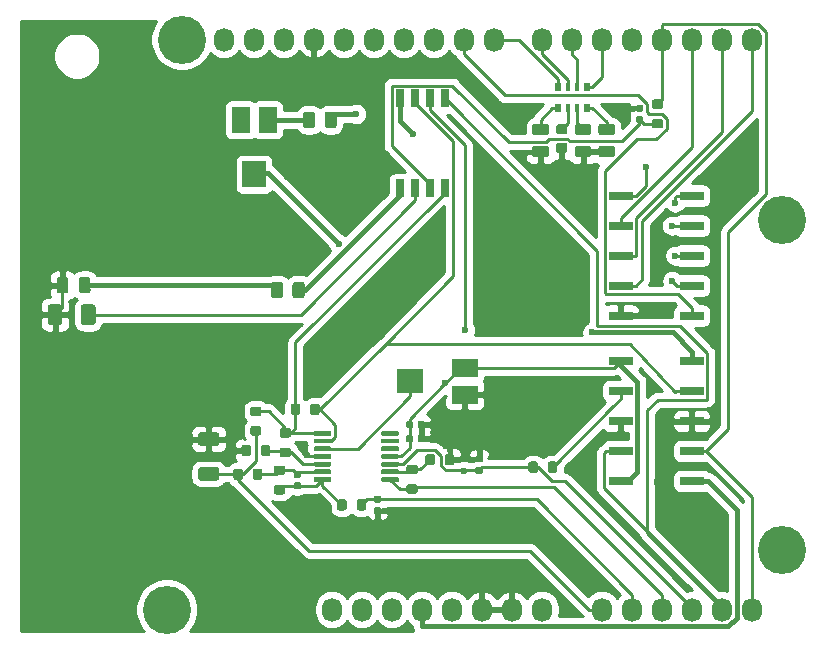
<source format=gbr>
G04 #@! TF.GenerationSoftware,KiCad,Pcbnew,5.1.5+dfsg1-2build2*
G04 #@! TF.CreationDate,2021-11-30T21:55:48+00:00*
G04 #@! TF.ProjectId,shield,73686965-6c64-42e6-9b69-6361645f7063,rev?*
G04 #@! TF.SameCoordinates,Original*
G04 #@! TF.FileFunction,Copper,L1,Top*
G04 #@! TF.FilePolarity,Positive*
%FSLAX46Y46*%
G04 Gerber Fmt 4.6, Leading zero omitted, Abs format (unit mm)*
G04 Created by KiCad (PCBNEW 5.1.5+dfsg1-2build2) date 2021-11-30 21:55:48*
%MOMM*%
%LPD*%
G04 APERTURE LIST*
G04 #@! TA.AperFunction,SMDPad,CuDef*
%ADD10C,0.350000*%
G04 #@! TD*
G04 #@! TA.AperFunction,SMDPad,CuDef*
%ADD11R,2.000000X0.800000*%
G04 #@! TD*
G04 #@! TA.AperFunction,SMDPad,CuDef*
%ADD12R,2.000000X2.200000*%
G04 #@! TD*
G04 #@! TA.AperFunction,SMDPad,CuDef*
%ADD13R,1.500000X2.200000*%
G04 #@! TD*
G04 #@! TA.AperFunction,SMDPad,CuDef*
%ADD14R,2.200000X2.000000*%
G04 #@! TD*
G04 #@! TA.AperFunction,SMDPad,CuDef*
%ADD15R,2.200000X1.500000*%
G04 #@! TD*
G04 #@! TA.AperFunction,SMDPad,CuDef*
%ADD16R,0.500000X0.800000*%
G04 #@! TD*
G04 #@! TA.AperFunction,SMDPad,CuDef*
%ADD17R,0.400000X0.800000*%
G04 #@! TD*
G04 #@! TA.AperFunction,SMDPad,CuDef*
%ADD18R,0.762000X1.524000*%
G04 #@! TD*
G04 #@! TA.AperFunction,ComponentPad*
%ADD19O,1.727200X2.032000*%
G04 #@! TD*
G04 #@! TA.AperFunction,ComponentPad*
%ADD20C,4.064000*%
G04 #@! TD*
G04 #@! TA.AperFunction,ViaPad*
%ADD21C,0.600000*%
G04 #@! TD*
G04 #@! TA.AperFunction,Conductor*
%ADD22C,0.250000*%
G04 #@! TD*
G04 #@! TA.AperFunction,Conductor*
%ADD23C,0.400000*%
G04 #@! TD*
G04 #@! TA.AperFunction,Conductor*
%ADD24C,0.254000*%
G04 #@! TD*
G04 APERTURE END LIST*
G04 #@! TA.AperFunction,SMDPad,CuDef*
D10*
G04 #@! TO.P,R13,2*
G04 #@! TO.N,Net-(D2-Pad2)*
G36*
X23574505Y30298796D02*
G01*
X23598773Y30295196D01*
X23622572Y30289235D01*
X23645671Y30280970D01*
X23667850Y30270480D01*
X23688893Y30257868D01*
X23708599Y30243253D01*
X23726777Y30226777D01*
X23743253Y30208599D01*
X23757868Y30188893D01*
X23770480Y30167850D01*
X23780970Y30145671D01*
X23789235Y30122572D01*
X23795196Y30098773D01*
X23798796Y30074505D01*
X23800000Y30050001D01*
X23800000Y29149999D01*
X23798796Y29125495D01*
X23795196Y29101227D01*
X23789235Y29077428D01*
X23780970Y29054329D01*
X23770480Y29032150D01*
X23757868Y29011107D01*
X23743253Y28991401D01*
X23726777Y28973223D01*
X23708599Y28956747D01*
X23688893Y28942132D01*
X23667850Y28929520D01*
X23645671Y28919030D01*
X23622572Y28910765D01*
X23598773Y28904804D01*
X23574505Y28901204D01*
X23550001Y28900000D01*
X23024999Y28900000D01*
X23000495Y28901204D01*
X22976227Y28904804D01*
X22952428Y28910765D01*
X22929329Y28919030D01*
X22907150Y28929520D01*
X22886107Y28942132D01*
X22866401Y28956747D01*
X22848223Y28973223D01*
X22831747Y28991401D01*
X22817132Y29011107D01*
X22804520Y29032150D01*
X22794030Y29054329D01*
X22785765Y29077428D01*
X22779804Y29101227D01*
X22776204Y29125495D01*
X22775000Y29149999D01*
X22775000Y30050001D01*
X22776204Y30074505D01*
X22779804Y30098773D01*
X22785765Y30122572D01*
X22794030Y30145671D01*
X22804520Y30167850D01*
X22817132Y30188893D01*
X22831747Y30208599D01*
X22848223Y30226777D01*
X22866401Y30243253D01*
X22886107Y30257868D01*
X22907150Y30270480D01*
X22929329Y30280970D01*
X22952428Y30289235D01*
X22976227Y30295196D01*
X23000495Y30298796D01*
X23024999Y30300000D01*
X23550001Y30300000D01*
X23574505Y30298796D01*
G37*
G04 #@! TD.AperFunction*
G04 #@! TA.AperFunction,SMDPad,CuDef*
G04 #@! TO.P,R13,1*
G04 #@! TO.N,PULSE_INTERNAL_LED_POWER*
G36*
X25399505Y30298796D02*
G01*
X25423773Y30295196D01*
X25447572Y30289235D01*
X25470671Y30280970D01*
X25492850Y30270480D01*
X25513893Y30257868D01*
X25533599Y30243253D01*
X25551777Y30226777D01*
X25568253Y30208599D01*
X25582868Y30188893D01*
X25595480Y30167850D01*
X25605970Y30145671D01*
X25614235Y30122572D01*
X25620196Y30098773D01*
X25623796Y30074505D01*
X25625000Y30050001D01*
X25625000Y29149999D01*
X25623796Y29125495D01*
X25620196Y29101227D01*
X25614235Y29077428D01*
X25605970Y29054329D01*
X25595480Y29032150D01*
X25582868Y29011107D01*
X25568253Y28991401D01*
X25551777Y28973223D01*
X25533599Y28956747D01*
X25513893Y28942132D01*
X25492850Y28929520D01*
X25470671Y28919030D01*
X25447572Y28910765D01*
X25423773Y28904804D01*
X25399505Y28901204D01*
X25375001Y28900000D01*
X24849999Y28900000D01*
X24825495Y28901204D01*
X24801227Y28904804D01*
X24777428Y28910765D01*
X24754329Y28919030D01*
X24732150Y28929520D01*
X24711107Y28942132D01*
X24691401Y28956747D01*
X24673223Y28973223D01*
X24656747Y28991401D01*
X24642132Y29011107D01*
X24629520Y29032150D01*
X24619030Y29054329D01*
X24610765Y29077428D01*
X24604804Y29101227D01*
X24601204Y29125495D01*
X24600000Y29149999D01*
X24600000Y30050001D01*
X24601204Y30074505D01*
X24604804Y30098773D01*
X24610765Y30122572D01*
X24619030Y30145671D01*
X24629520Y30167850D01*
X24642132Y30188893D01*
X24656747Y30208599D01*
X24673223Y30226777D01*
X24691401Y30243253D01*
X24711107Y30257868D01*
X24732150Y30270480D01*
X24754329Y30280970D01*
X24777428Y30289235D01*
X24801227Y30295196D01*
X24825495Y30298796D01*
X24849999Y30300000D01*
X25375001Y30300000D01*
X25399505Y30298796D01*
G37*
G04 #@! TD.AperFunction*
G04 #@! TD*
G04 #@! TA.AperFunction,SMDPad,CuDef*
G04 #@! TO.P,R9,2*
G04 #@! TO.N,LED_POWER*
G36*
X28112005Y44698796D02*
G01*
X28136273Y44695196D01*
X28160072Y44689235D01*
X28183171Y44680970D01*
X28205350Y44670480D01*
X28226393Y44657868D01*
X28246099Y44643253D01*
X28264277Y44626777D01*
X28280753Y44608599D01*
X28295368Y44588893D01*
X28307980Y44567850D01*
X28318470Y44545671D01*
X28326735Y44522572D01*
X28332696Y44498773D01*
X28336296Y44474505D01*
X28337500Y44450001D01*
X28337500Y43549999D01*
X28336296Y43525495D01*
X28332696Y43501227D01*
X28326735Y43477428D01*
X28318470Y43454329D01*
X28307980Y43432150D01*
X28295368Y43411107D01*
X28280753Y43391401D01*
X28264277Y43373223D01*
X28246099Y43356747D01*
X28226393Y43342132D01*
X28205350Y43329520D01*
X28183171Y43319030D01*
X28160072Y43310765D01*
X28136273Y43304804D01*
X28112005Y43301204D01*
X28087501Y43300000D01*
X27562499Y43300000D01*
X27537995Y43301204D01*
X27513727Y43304804D01*
X27489928Y43310765D01*
X27466829Y43319030D01*
X27444650Y43329520D01*
X27423607Y43342132D01*
X27403901Y43356747D01*
X27385723Y43373223D01*
X27369247Y43391401D01*
X27354632Y43411107D01*
X27342020Y43432150D01*
X27331530Y43454329D01*
X27323265Y43477428D01*
X27317304Y43501227D01*
X27313704Y43525495D01*
X27312500Y43549999D01*
X27312500Y44450001D01*
X27313704Y44474505D01*
X27317304Y44498773D01*
X27323265Y44522572D01*
X27331530Y44545671D01*
X27342020Y44567850D01*
X27354632Y44588893D01*
X27369247Y44608599D01*
X27385723Y44626777D01*
X27403901Y44643253D01*
X27423607Y44657868D01*
X27444650Y44670480D01*
X27466829Y44680970D01*
X27489928Y44689235D01*
X27513727Y44695196D01*
X27537995Y44698796D01*
X27562499Y44700000D01*
X28087501Y44700000D01*
X28112005Y44698796D01*
G37*
G04 #@! TD.AperFunction*
G04 #@! TA.AperFunction,SMDPad,CuDef*
G04 #@! TO.P,R9,1*
G04 #@! TO.N,Net-(R9-Pad1)*
G36*
X26287005Y44698796D02*
G01*
X26311273Y44695196D01*
X26335072Y44689235D01*
X26358171Y44680970D01*
X26380350Y44670480D01*
X26401393Y44657868D01*
X26421099Y44643253D01*
X26439277Y44626777D01*
X26455753Y44608599D01*
X26470368Y44588893D01*
X26482980Y44567850D01*
X26493470Y44545671D01*
X26501735Y44522572D01*
X26507696Y44498773D01*
X26511296Y44474505D01*
X26512500Y44450001D01*
X26512500Y43549999D01*
X26511296Y43525495D01*
X26507696Y43501227D01*
X26501735Y43477428D01*
X26493470Y43454329D01*
X26482980Y43432150D01*
X26470368Y43411107D01*
X26455753Y43391401D01*
X26439277Y43373223D01*
X26421099Y43356747D01*
X26401393Y43342132D01*
X26380350Y43329520D01*
X26358171Y43319030D01*
X26335072Y43310765D01*
X26311273Y43304804D01*
X26287005Y43301204D01*
X26262501Y43300000D01*
X25737499Y43300000D01*
X25712995Y43301204D01*
X25688727Y43304804D01*
X25664928Y43310765D01*
X25641829Y43319030D01*
X25619650Y43329520D01*
X25598607Y43342132D01*
X25578901Y43356747D01*
X25560723Y43373223D01*
X25544247Y43391401D01*
X25529632Y43411107D01*
X25517020Y43432150D01*
X25506530Y43454329D01*
X25498265Y43477428D01*
X25492304Y43501227D01*
X25488704Y43525495D01*
X25487500Y43549999D01*
X25487500Y44450001D01*
X25488704Y44474505D01*
X25492304Y44498773D01*
X25498265Y44522572D01*
X25506530Y44545671D01*
X25517020Y44567850D01*
X25529632Y44588893D01*
X25544247Y44608599D01*
X25560723Y44626777D01*
X25578901Y44643253D01*
X25598607Y44657868D01*
X25619650Y44670480D01*
X25641829Y44680970D01*
X25664928Y44689235D01*
X25688727Y44695196D01*
X25712995Y44698796D01*
X25737499Y44700000D01*
X26262501Y44700000D01*
X26287005Y44698796D01*
G37*
G04 #@! TD.AperFunction*
G04 #@! TD*
D11*
G04 #@! TO.P,J1,1*
G04 #@! TO.N,+5V*
X52400000Y23580000D03*
G04 #@! TO.P,J1,2*
G04 #@! TO.N,LED_POWER*
X58400000Y23580000D03*
G04 #@! TO.P,J1,3*
G04 #@! TO.N,LM35_DATA*
X52400000Y21040000D03*
G04 #@! TO.P,J1,4*
G04 #@! TO.N,PHOTODIODE_SIGNAL*
X58400000Y21040000D03*
G04 #@! TO.P,J1,5*
G04 #@! TO.N,GND*
X52400000Y18500000D03*
G04 #@! TO.P,J1,6*
X58400000Y18500000D03*
G04 #@! TO.P,J1,7*
G04 #@! TO.N,A4*
X52400000Y15960000D03*
G04 #@! TO.P,J1,8*
G04 #@! TO.N,A5*
X58400000Y15960000D03*
G04 #@! TO.P,J1,9*
G04 #@! TO.N,+5V*
X52400000Y13420000D03*
G04 #@! TO.P,J1,10*
G04 #@! TO.N,+3V3*
X58400000Y13420000D03*
G04 #@! TD*
G04 #@! TA.AperFunction,SMDPad,CuDef*
D10*
G04 #@! TO.P,R12,2*
G04 #@! TO.N,Net-(C5-Pad1)*
G36*
X28994603Y11874037D02*
G01*
X29014018Y11871157D01*
X29033057Y11866388D01*
X29051537Y11859776D01*
X29069279Y11851384D01*
X29086114Y11841294D01*
X29101879Y11829602D01*
X29116421Y11816421D01*
X29129602Y11801879D01*
X29141294Y11786114D01*
X29151384Y11769279D01*
X29159776Y11751537D01*
X29166388Y11733057D01*
X29171157Y11714018D01*
X29174037Y11694603D01*
X29175000Y11675000D01*
X29175000Y11125000D01*
X29174037Y11105397D01*
X29171157Y11085982D01*
X29166388Y11066943D01*
X29159776Y11048463D01*
X29151384Y11030721D01*
X29141294Y11013886D01*
X29129602Y10998121D01*
X29116421Y10983579D01*
X29101879Y10970398D01*
X29086114Y10958706D01*
X29069279Y10948616D01*
X29051537Y10940224D01*
X29033057Y10933612D01*
X29014018Y10928843D01*
X28994603Y10925963D01*
X28975000Y10925000D01*
X28575000Y10925000D01*
X28555397Y10925963D01*
X28535982Y10928843D01*
X28516943Y10933612D01*
X28498463Y10940224D01*
X28480721Y10948616D01*
X28463886Y10958706D01*
X28448121Y10970398D01*
X28433579Y10983579D01*
X28420398Y10998121D01*
X28408706Y11013886D01*
X28398616Y11030721D01*
X28390224Y11048463D01*
X28383612Y11066943D01*
X28378843Y11085982D01*
X28375963Y11105397D01*
X28375000Y11125000D01*
X28375000Y11675000D01*
X28375963Y11694603D01*
X28378843Y11714018D01*
X28383612Y11733057D01*
X28390224Y11751537D01*
X28398616Y11769279D01*
X28408706Y11786114D01*
X28420398Y11801879D01*
X28433579Y11816421D01*
X28448121Y11829602D01*
X28463886Y11841294D01*
X28480721Y11851384D01*
X28498463Y11859776D01*
X28516943Y11866388D01*
X28535982Y11871157D01*
X28555397Y11874037D01*
X28575000Y11875000D01*
X28975000Y11875000D01*
X28994603Y11874037D01*
G37*
G04 #@! TD.AperFunction*
G04 #@! TA.AperFunction,SMDPad,CuDef*
G04 #@! TO.P,R12,1*
G04 #@! TO.N,PHOTODIODE_AMPLIFIED*
G36*
X30644603Y11874037D02*
G01*
X30664018Y11871157D01*
X30683057Y11866388D01*
X30701537Y11859776D01*
X30719279Y11851384D01*
X30736114Y11841294D01*
X30751879Y11829602D01*
X30766421Y11816421D01*
X30779602Y11801879D01*
X30791294Y11786114D01*
X30801384Y11769279D01*
X30809776Y11751537D01*
X30816388Y11733057D01*
X30821157Y11714018D01*
X30824037Y11694603D01*
X30825000Y11675000D01*
X30825000Y11125000D01*
X30824037Y11105397D01*
X30821157Y11085982D01*
X30816388Y11066943D01*
X30809776Y11048463D01*
X30801384Y11030721D01*
X30791294Y11013886D01*
X30779602Y10998121D01*
X30766421Y10983579D01*
X30751879Y10970398D01*
X30736114Y10958706D01*
X30719279Y10948616D01*
X30701537Y10940224D01*
X30683057Y10933612D01*
X30664018Y10928843D01*
X30644603Y10925963D01*
X30625000Y10925000D01*
X30225000Y10925000D01*
X30205397Y10925963D01*
X30185982Y10928843D01*
X30166943Y10933612D01*
X30148463Y10940224D01*
X30130721Y10948616D01*
X30113886Y10958706D01*
X30098121Y10970398D01*
X30083579Y10983579D01*
X30070398Y10998121D01*
X30058706Y11013886D01*
X30048616Y11030721D01*
X30040224Y11048463D01*
X30033612Y11066943D01*
X30028843Y11085982D01*
X30025963Y11105397D01*
X30025000Y11125000D01*
X30025000Y11675000D01*
X30025963Y11694603D01*
X30028843Y11714018D01*
X30033612Y11733057D01*
X30040224Y11751537D01*
X30048616Y11769279D01*
X30058706Y11786114D01*
X30070398Y11801879D01*
X30083579Y11816421D01*
X30098121Y11829602D01*
X30113886Y11841294D01*
X30130721Y11851384D01*
X30148463Y11859776D01*
X30166943Y11866388D01*
X30185982Y11871157D01*
X30205397Y11874037D01*
X30225000Y11875000D01*
X30625000Y11875000D01*
X30644603Y11874037D01*
G37*
G04 #@! TD.AperFunction*
G04 #@! TD*
G04 #@! TA.AperFunction,SMDPad,CuDef*
G04 #@! TO.P,R11,2*
G04 #@! TO.N,LM35_DATA_FILTERED*
G36*
X45194603Y15074037D02*
G01*
X45214018Y15071157D01*
X45233057Y15066388D01*
X45251537Y15059776D01*
X45269279Y15051384D01*
X45286114Y15041294D01*
X45301879Y15029602D01*
X45316421Y15016421D01*
X45329602Y15001879D01*
X45341294Y14986114D01*
X45351384Y14969279D01*
X45359776Y14951537D01*
X45366388Y14933057D01*
X45371157Y14914018D01*
X45374037Y14894603D01*
X45375000Y14875000D01*
X45375000Y14325000D01*
X45374037Y14305397D01*
X45371157Y14285982D01*
X45366388Y14266943D01*
X45359776Y14248463D01*
X45351384Y14230721D01*
X45341294Y14213886D01*
X45329602Y14198121D01*
X45316421Y14183579D01*
X45301879Y14170398D01*
X45286114Y14158706D01*
X45269279Y14148616D01*
X45251537Y14140224D01*
X45233057Y14133612D01*
X45214018Y14128843D01*
X45194603Y14125963D01*
X45175000Y14125000D01*
X44775000Y14125000D01*
X44755397Y14125963D01*
X44735982Y14128843D01*
X44716943Y14133612D01*
X44698463Y14140224D01*
X44680721Y14148616D01*
X44663886Y14158706D01*
X44648121Y14170398D01*
X44633579Y14183579D01*
X44620398Y14198121D01*
X44608706Y14213886D01*
X44598616Y14230721D01*
X44590224Y14248463D01*
X44583612Y14266943D01*
X44578843Y14285982D01*
X44575963Y14305397D01*
X44575000Y14325000D01*
X44575000Y14875000D01*
X44575963Y14894603D01*
X44578843Y14914018D01*
X44583612Y14933057D01*
X44590224Y14951537D01*
X44598616Y14969279D01*
X44608706Y14986114D01*
X44620398Y15001879D01*
X44633579Y15016421D01*
X44648121Y15029602D01*
X44663886Y15041294D01*
X44680721Y15051384D01*
X44698463Y15059776D01*
X44716943Y15066388D01*
X44735982Y15071157D01*
X44755397Y15074037D01*
X44775000Y15075000D01*
X45175000Y15075000D01*
X45194603Y15074037D01*
G37*
G04 #@! TD.AperFunction*
G04 #@! TA.AperFunction,SMDPad,CuDef*
G04 #@! TO.P,R11,1*
G04 #@! TO.N,LM35_DATA*
G36*
X46844603Y15074037D02*
G01*
X46864018Y15071157D01*
X46883057Y15066388D01*
X46901537Y15059776D01*
X46919279Y15051384D01*
X46936114Y15041294D01*
X46951879Y15029602D01*
X46966421Y15016421D01*
X46979602Y15001879D01*
X46991294Y14986114D01*
X47001384Y14969279D01*
X47009776Y14951537D01*
X47016388Y14933057D01*
X47021157Y14914018D01*
X47024037Y14894603D01*
X47025000Y14875000D01*
X47025000Y14325000D01*
X47024037Y14305397D01*
X47021157Y14285982D01*
X47016388Y14266943D01*
X47009776Y14248463D01*
X47001384Y14230721D01*
X46991294Y14213886D01*
X46979602Y14198121D01*
X46966421Y14183579D01*
X46951879Y14170398D01*
X46936114Y14158706D01*
X46919279Y14148616D01*
X46901537Y14140224D01*
X46883057Y14133612D01*
X46864018Y14128843D01*
X46844603Y14125963D01*
X46825000Y14125000D01*
X46425000Y14125000D01*
X46405397Y14125963D01*
X46385982Y14128843D01*
X46366943Y14133612D01*
X46348463Y14140224D01*
X46330721Y14148616D01*
X46313886Y14158706D01*
X46298121Y14170398D01*
X46283579Y14183579D01*
X46270398Y14198121D01*
X46258706Y14213886D01*
X46248616Y14230721D01*
X46240224Y14248463D01*
X46233612Y14266943D01*
X46228843Y14285982D01*
X46225963Y14305397D01*
X46225000Y14325000D01*
X46225000Y14875000D01*
X46225963Y14894603D01*
X46228843Y14914018D01*
X46233612Y14933057D01*
X46240224Y14951537D01*
X46248616Y14969279D01*
X46258706Y14986114D01*
X46270398Y15001879D01*
X46283579Y15016421D01*
X46298121Y15029602D01*
X46313886Y15041294D01*
X46330721Y15051384D01*
X46348463Y15059776D01*
X46366943Y15066388D01*
X46385982Y15071157D01*
X46405397Y15074037D01*
X46425000Y15075000D01*
X46825000Y15075000D01*
X46844603Y15074037D01*
G37*
G04 #@! TD.AperFunction*
G04 #@! TD*
G04 #@! TA.AperFunction,SMDPad,CuDef*
G04 #@! TO.P,C7,2*
G04 #@! TO.N,GND*
G36*
X31983722Y11199326D02*
G01*
X31997313Y11197310D01*
X32010640Y11193972D01*
X32023576Y11189343D01*
X32035996Y11183469D01*
X32047780Y11176406D01*
X32058815Y11168221D01*
X32068995Y11158995D01*
X32078221Y11148815D01*
X32086406Y11137780D01*
X32093469Y11125996D01*
X32099343Y11113576D01*
X32103972Y11100640D01*
X32107310Y11087313D01*
X32109326Y11073722D01*
X32110000Y11060000D01*
X32110000Y10780000D01*
X32109326Y10766278D01*
X32107310Y10752687D01*
X32103972Y10739360D01*
X32099343Y10726424D01*
X32093469Y10714004D01*
X32086406Y10702220D01*
X32078221Y10691185D01*
X32068995Y10681005D01*
X32058815Y10671779D01*
X32047780Y10663594D01*
X32035996Y10656531D01*
X32023576Y10650657D01*
X32010640Y10646028D01*
X31997313Y10642690D01*
X31983722Y10640674D01*
X31970000Y10640000D01*
X31630000Y10640000D01*
X31616278Y10640674D01*
X31602687Y10642690D01*
X31589360Y10646028D01*
X31576424Y10650657D01*
X31564004Y10656531D01*
X31552220Y10663594D01*
X31541185Y10671779D01*
X31531005Y10681005D01*
X31521779Y10691185D01*
X31513594Y10702220D01*
X31506531Y10714004D01*
X31500657Y10726424D01*
X31496028Y10739360D01*
X31492690Y10752687D01*
X31490674Y10766278D01*
X31490000Y10780000D01*
X31490000Y11060000D01*
X31490674Y11073722D01*
X31492690Y11087313D01*
X31496028Y11100640D01*
X31500657Y11113576D01*
X31506531Y11125996D01*
X31513594Y11137780D01*
X31521779Y11148815D01*
X31531005Y11158995D01*
X31541185Y11168221D01*
X31552220Y11176406D01*
X31564004Y11183469D01*
X31576424Y11189343D01*
X31589360Y11193972D01*
X31602687Y11197310D01*
X31616278Y11199326D01*
X31630000Y11200000D01*
X31970000Y11200000D01*
X31983722Y11199326D01*
G37*
G04 #@! TD.AperFunction*
G04 #@! TA.AperFunction,SMDPad,CuDef*
G04 #@! TO.P,C7,1*
G04 #@! TO.N,PHOTODIODE_AMPLIFIED*
G36*
X31983722Y12159326D02*
G01*
X31997313Y12157310D01*
X32010640Y12153972D01*
X32023576Y12149343D01*
X32035996Y12143469D01*
X32047780Y12136406D01*
X32058815Y12128221D01*
X32068995Y12118995D01*
X32078221Y12108815D01*
X32086406Y12097780D01*
X32093469Y12085996D01*
X32099343Y12073576D01*
X32103972Y12060640D01*
X32107310Y12047313D01*
X32109326Y12033722D01*
X32110000Y12020000D01*
X32110000Y11740000D01*
X32109326Y11726278D01*
X32107310Y11712687D01*
X32103972Y11699360D01*
X32099343Y11686424D01*
X32093469Y11674004D01*
X32086406Y11662220D01*
X32078221Y11651185D01*
X32068995Y11641005D01*
X32058815Y11631779D01*
X32047780Y11623594D01*
X32035996Y11616531D01*
X32023576Y11610657D01*
X32010640Y11606028D01*
X31997313Y11602690D01*
X31983722Y11600674D01*
X31970000Y11600000D01*
X31630000Y11600000D01*
X31616278Y11600674D01*
X31602687Y11602690D01*
X31589360Y11606028D01*
X31576424Y11610657D01*
X31564004Y11616531D01*
X31552220Y11623594D01*
X31541185Y11631779D01*
X31531005Y11641005D01*
X31521779Y11651185D01*
X31513594Y11662220D01*
X31506531Y11674004D01*
X31500657Y11686424D01*
X31496028Y11699360D01*
X31492690Y11712687D01*
X31490674Y11726278D01*
X31490000Y11740000D01*
X31490000Y12020000D01*
X31490674Y12033722D01*
X31492690Y12047313D01*
X31496028Y12060640D01*
X31500657Y12073576D01*
X31506531Y12085996D01*
X31513594Y12097780D01*
X31521779Y12108815D01*
X31531005Y12118995D01*
X31541185Y12128221D01*
X31552220Y12136406D01*
X31564004Y12143469D01*
X31576424Y12149343D01*
X31589360Y12153972D01*
X31602687Y12157310D01*
X31616278Y12159326D01*
X31630000Y12160000D01*
X31970000Y12160000D01*
X31983722Y12159326D01*
G37*
G04 #@! TD.AperFunction*
G04 #@! TD*
G04 #@! TA.AperFunction,SMDPad,CuDef*
G04 #@! TO.P,C2,1*
G04 #@! TO.N,+5V*
G36*
X34673722Y17309326D02*
G01*
X34687313Y17307310D01*
X34700640Y17303972D01*
X34713576Y17299343D01*
X34725996Y17293469D01*
X34737780Y17286406D01*
X34748815Y17278221D01*
X34758995Y17268995D01*
X34768221Y17258815D01*
X34776406Y17247780D01*
X34783469Y17235996D01*
X34789343Y17223576D01*
X34793972Y17210640D01*
X34797310Y17197313D01*
X34799326Y17183722D01*
X34800000Y17170000D01*
X34800000Y16830000D01*
X34799326Y16816278D01*
X34797310Y16802687D01*
X34793972Y16789360D01*
X34789343Y16776424D01*
X34783469Y16764004D01*
X34776406Y16752220D01*
X34768221Y16741185D01*
X34758995Y16731005D01*
X34748815Y16721779D01*
X34737780Y16713594D01*
X34725996Y16706531D01*
X34713576Y16700657D01*
X34700640Y16696028D01*
X34687313Y16692690D01*
X34673722Y16690674D01*
X34660000Y16690000D01*
X34380000Y16690000D01*
X34366278Y16690674D01*
X34352687Y16692690D01*
X34339360Y16696028D01*
X34326424Y16700657D01*
X34314004Y16706531D01*
X34302220Y16713594D01*
X34291185Y16721779D01*
X34281005Y16731005D01*
X34271779Y16741185D01*
X34263594Y16752220D01*
X34256531Y16764004D01*
X34250657Y16776424D01*
X34246028Y16789360D01*
X34242690Y16802687D01*
X34240674Y16816278D01*
X34240000Y16830000D01*
X34240000Y17170000D01*
X34240674Y17183722D01*
X34242690Y17197313D01*
X34246028Y17210640D01*
X34250657Y17223576D01*
X34256531Y17235996D01*
X34263594Y17247780D01*
X34271779Y17258815D01*
X34281005Y17268995D01*
X34291185Y17278221D01*
X34302220Y17286406D01*
X34314004Y17293469D01*
X34326424Y17299343D01*
X34339360Y17303972D01*
X34352687Y17307310D01*
X34366278Y17309326D01*
X34380000Y17310000D01*
X34660000Y17310000D01*
X34673722Y17309326D01*
G37*
G04 #@! TD.AperFunction*
G04 #@! TA.AperFunction,SMDPad,CuDef*
G04 #@! TO.P,C2,2*
G04 #@! TO.N,GND*
G36*
X35633722Y17309326D02*
G01*
X35647313Y17307310D01*
X35660640Y17303972D01*
X35673576Y17299343D01*
X35685996Y17293469D01*
X35697780Y17286406D01*
X35708815Y17278221D01*
X35718995Y17268995D01*
X35728221Y17258815D01*
X35736406Y17247780D01*
X35743469Y17235996D01*
X35749343Y17223576D01*
X35753972Y17210640D01*
X35757310Y17197313D01*
X35759326Y17183722D01*
X35760000Y17170000D01*
X35760000Y16830000D01*
X35759326Y16816278D01*
X35757310Y16802687D01*
X35753972Y16789360D01*
X35749343Y16776424D01*
X35743469Y16764004D01*
X35736406Y16752220D01*
X35728221Y16741185D01*
X35718995Y16731005D01*
X35708815Y16721779D01*
X35697780Y16713594D01*
X35685996Y16706531D01*
X35673576Y16700657D01*
X35660640Y16696028D01*
X35647313Y16692690D01*
X35633722Y16690674D01*
X35620000Y16690000D01*
X35340000Y16690000D01*
X35326278Y16690674D01*
X35312687Y16692690D01*
X35299360Y16696028D01*
X35286424Y16700657D01*
X35274004Y16706531D01*
X35262220Y16713594D01*
X35251185Y16721779D01*
X35241005Y16731005D01*
X35231779Y16741185D01*
X35223594Y16752220D01*
X35216531Y16764004D01*
X35210657Y16776424D01*
X35206028Y16789360D01*
X35202690Y16802687D01*
X35200674Y16816278D01*
X35200000Y16830000D01*
X35200000Y17170000D01*
X35200674Y17183722D01*
X35202690Y17197313D01*
X35206028Y17210640D01*
X35210657Y17223576D01*
X35216531Y17235996D01*
X35223594Y17247780D01*
X35231779Y17258815D01*
X35241005Y17268995D01*
X35251185Y17278221D01*
X35262220Y17286406D01*
X35274004Y17293469D01*
X35286424Y17299343D01*
X35299360Y17303972D01*
X35312687Y17307310D01*
X35326278Y17309326D01*
X35340000Y17310000D01*
X35620000Y17310000D01*
X35633722Y17309326D01*
G37*
G04 #@! TD.AperFunction*
G04 #@! TD*
G04 #@! TA.AperFunction,SMDPad,CuDef*
G04 #@! TO.P,C1,2*
G04 #@! TO.N,LM35_DATA_FILTERED*
G36*
X40583722Y14599326D02*
G01*
X40597313Y14597310D01*
X40610640Y14593972D01*
X40623576Y14589343D01*
X40635996Y14583469D01*
X40647780Y14576406D01*
X40658815Y14568221D01*
X40668995Y14558995D01*
X40678221Y14548815D01*
X40686406Y14537780D01*
X40693469Y14525996D01*
X40699343Y14513576D01*
X40703972Y14500640D01*
X40707310Y14487313D01*
X40709326Y14473722D01*
X40710000Y14460000D01*
X40710000Y14180000D01*
X40709326Y14166278D01*
X40707310Y14152687D01*
X40703972Y14139360D01*
X40699343Y14126424D01*
X40693469Y14114004D01*
X40686406Y14102220D01*
X40678221Y14091185D01*
X40668995Y14081005D01*
X40658815Y14071779D01*
X40647780Y14063594D01*
X40635996Y14056531D01*
X40623576Y14050657D01*
X40610640Y14046028D01*
X40597313Y14042690D01*
X40583722Y14040674D01*
X40570000Y14040000D01*
X40230000Y14040000D01*
X40216278Y14040674D01*
X40202687Y14042690D01*
X40189360Y14046028D01*
X40176424Y14050657D01*
X40164004Y14056531D01*
X40152220Y14063594D01*
X40141185Y14071779D01*
X40131005Y14081005D01*
X40121779Y14091185D01*
X40113594Y14102220D01*
X40106531Y14114004D01*
X40100657Y14126424D01*
X40096028Y14139360D01*
X40092690Y14152687D01*
X40090674Y14166278D01*
X40090000Y14180000D01*
X40090000Y14460000D01*
X40090674Y14473722D01*
X40092690Y14487313D01*
X40096028Y14500640D01*
X40100657Y14513576D01*
X40106531Y14525996D01*
X40113594Y14537780D01*
X40121779Y14548815D01*
X40131005Y14558995D01*
X40141185Y14568221D01*
X40152220Y14576406D01*
X40164004Y14583469D01*
X40176424Y14589343D01*
X40189360Y14593972D01*
X40202687Y14597310D01*
X40216278Y14599326D01*
X40230000Y14600000D01*
X40570000Y14600000D01*
X40583722Y14599326D01*
G37*
G04 #@! TD.AperFunction*
G04 #@! TA.AperFunction,SMDPad,CuDef*
G04 #@! TO.P,C1,1*
G04 #@! TO.N,GND*
G36*
X40583722Y15559326D02*
G01*
X40597313Y15557310D01*
X40610640Y15553972D01*
X40623576Y15549343D01*
X40635996Y15543469D01*
X40647780Y15536406D01*
X40658815Y15528221D01*
X40668995Y15518995D01*
X40678221Y15508815D01*
X40686406Y15497780D01*
X40693469Y15485996D01*
X40699343Y15473576D01*
X40703972Y15460640D01*
X40707310Y15447313D01*
X40709326Y15433722D01*
X40710000Y15420000D01*
X40710000Y15140000D01*
X40709326Y15126278D01*
X40707310Y15112687D01*
X40703972Y15099360D01*
X40699343Y15086424D01*
X40693469Y15074004D01*
X40686406Y15062220D01*
X40678221Y15051185D01*
X40668995Y15041005D01*
X40658815Y15031779D01*
X40647780Y15023594D01*
X40635996Y15016531D01*
X40623576Y15010657D01*
X40610640Y15006028D01*
X40597313Y15002690D01*
X40583722Y15000674D01*
X40570000Y15000000D01*
X40230000Y15000000D01*
X40216278Y15000674D01*
X40202687Y15002690D01*
X40189360Y15006028D01*
X40176424Y15010657D01*
X40164004Y15016531D01*
X40152220Y15023594D01*
X40141185Y15031779D01*
X40131005Y15041005D01*
X40121779Y15051185D01*
X40113594Y15062220D01*
X40106531Y15074004D01*
X40100657Y15086424D01*
X40096028Y15099360D01*
X40092690Y15112687D01*
X40090674Y15126278D01*
X40090000Y15140000D01*
X40090000Y15420000D01*
X40090674Y15433722D01*
X40092690Y15447313D01*
X40096028Y15460640D01*
X40100657Y15473576D01*
X40106531Y15485996D01*
X40113594Y15497780D01*
X40121779Y15508815D01*
X40131005Y15518995D01*
X40141185Y15528221D01*
X40152220Y15536406D01*
X40164004Y15543469D01*
X40176424Y15549343D01*
X40189360Y15553972D01*
X40202687Y15557310D01*
X40216278Y15559326D01*
X40230000Y15560000D01*
X40570000Y15560000D01*
X40583722Y15559326D01*
G37*
G04 #@! TD.AperFunction*
G04 #@! TD*
D11*
G04 #@! TO.P,J2,1*
G04 #@! TO.N,/9(\002A\002A)*
X58400000Y27420000D03*
G04 #@! TO.P,J2,2*
G04 #@! TO.N,GND*
X52400000Y27420000D03*
G04 #@! TO.P,J2,3*
G04 #@! TO.N,/13(SCK)*
X58400000Y29960000D03*
G04 #@! TO.P,J2,4*
G04 #@! TO.N,/0(Rx)*
X52400000Y29960000D03*
G04 #@! TO.P,J2,5*
G04 #@! TO.N,/12(MISO)*
X58400000Y32500000D03*
G04 #@! TO.P,J2,6*
G04 #@! TO.N,/1(Tx)*
X52400000Y32500000D03*
G04 #@! TO.P,J2,7*
G04 #@! TO.N,/11(\002A\002A/MOSI)*
X58400000Y35040000D03*
G04 #@! TO.P,J2,8*
G04 #@! TO.N,/2*
X52400000Y35040000D03*
G04 #@! TO.P,J2,9*
G04 #@! TO.N,/10(\002A\002A/SS)*
X58400000Y37580000D03*
G04 #@! TO.P,J2,10*
G04 #@! TO.N,/4*
X52400000Y37580000D03*
G04 #@! TD*
D12*
G04 #@! TO.P,RV2,2*
G04 #@! TO.N,+5V*
X21350000Y39400000D03*
D13*
G04 #@! TO.P,RV2,1*
G04 #@! TO.N,Net-(RV2-Pad1)*
X20200000Y44000000D03*
G04 #@! TO.P,RV2,3*
G04 #@! TO.N,Net-(R9-Pad1)*
X22500000Y44000000D03*
G04 #@! TD*
D14*
G04 #@! TO.P,RV1,2*
G04 #@! TO.N,Net-(RV1-Pad2)*
X34587000Y21875000D03*
D15*
G04 #@! TO.P,RV1,1*
G04 #@! TO.N,+5V*
X39187000Y23025000D03*
G04 #@! TO.P,RV1,3*
G04 #@! TO.N,GND*
X39187000Y20725000D03*
G04 #@! TD*
D16*
G04 #@! TO.P,RN1,5*
G04 #@! TO.N,Net-(D6-Pad2)*
X47100000Y45000000D03*
D17*
G04 #@! TO.P,RN1,6*
G04 #@! TO.N,Net-(D5-Pad2)*
X47900000Y45000000D03*
D16*
G04 #@! TO.P,RN1,8*
G04 #@! TO.N,Net-(D3-Pad2)*
X49500000Y45000000D03*
D17*
G04 #@! TO.P,RN1,7*
G04 #@! TO.N,Net-(D4-Pad2)*
X48700000Y45000000D03*
D16*
G04 #@! TO.P,RN1,4*
G04 #@! TO.N,LED4*
X47100000Y46800000D03*
D17*
G04 #@! TO.P,RN1,2*
G04 #@! TO.N,LED2*
X48700000Y46800000D03*
G04 #@! TO.P,RN1,3*
G04 #@! TO.N,LED3*
X47900000Y46800000D03*
D16*
G04 #@! TO.P,RN1,1*
G04 #@! TO.N,LED1*
X49500000Y46800000D03*
G04 #@! TD*
G04 #@! TA.AperFunction,SMDPad,CuDef*
D10*
G04 #@! TO.P,D6,2*
G04 #@! TO.N,Net-(D6-Pad2)*
G36*
X46080142Y43686326D02*
G01*
X46103803Y43682816D01*
X46127007Y43677004D01*
X46149529Y43668946D01*
X46171153Y43658718D01*
X46191670Y43646421D01*
X46210883Y43632171D01*
X46228607Y43616107D01*
X46244671Y43598383D01*
X46258921Y43579170D01*
X46271218Y43558653D01*
X46281446Y43537029D01*
X46289504Y43514507D01*
X46295316Y43491303D01*
X46298826Y43467642D01*
X46300000Y43443750D01*
X46300000Y42956250D01*
X46298826Y42932358D01*
X46295316Y42908697D01*
X46289504Y42885493D01*
X46281446Y42862971D01*
X46271218Y42841347D01*
X46258921Y42820830D01*
X46244671Y42801617D01*
X46228607Y42783893D01*
X46210883Y42767829D01*
X46191670Y42753579D01*
X46171153Y42741282D01*
X46149529Y42731054D01*
X46127007Y42722996D01*
X46103803Y42717184D01*
X46080142Y42713674D01*
X46056250Y42712500D01*
X45143750Y42712500D01*
X45119858Y42713674D01*
X45096197Y42717184D01*
X45072993Y42722996D01*
X45050471Y42731054D01*
X45028847Y42741282D01*
X45008330Y42753579D01*
X44989117Y42767829D01*
X44971393Y42783893D01*
X44955329Y42801617D01*
X44941079Y42820830D01*
X44928782Y42841347D01*
X44918554Y42862971D01*
X44910496Y42885493D01*
X44904684Y42908697D01*
X44901174Y42932358D01*
X44900000Y42956250D01*
X44900000Y43443750D01*
X44901174Y43467642D01*
X44904684Y43491303D01*
X44910496Y43514507D01*
X44918554Y43537029D01*
X44928782Y43558653D01*
X44941079Y43579170D01*
X44955329Y43598383D01*
X44971393Y43616107D01*
X44989117Y43632171D01*
X45008330Y43646421D01*
X45028847Y43658718D01*
X45050471Y43668946D01*
X45072993Y43677004D01*
X45096197Y43682816D01*
X45119858Y43686326D01*
X45143750Y43687500D01*
X46056250Y43687500D01*
X46080142Y43686326D01*
G37*
G04 #@! TD.AperFunction*
G04 #@! TA.AperFunction,SMDPad,CuDef*
G04 #@! TO.P,D6,1*
G04 #@! TO.N,GND*
G36*
X46080142Y41811326D02*
G01*
X46103803Y41807816D01*
X46127007Y41802004D01*
X46149529Y41793946D01*
X46171153Y41783718D01*
X46191670Y41771421D01*
X46210883Y41757171D01*
X46228607Y41741107D01*
X46244671Y41723383D01*
X46258921Y41704170D01*
X46271218Y41683653D01*
X46281446Y41662029D01*
X46289504Y41639507D01*
X46295316Y41616303D01*
X46298826Y41592642D01*
X46300000Y41568750D01*
X46300000Y41081250D01*
X46298826Y41057358D01*
X46295316Y41033697D01*
X46289504Y41010493D01*
X46281446Y40987971D01*
X46271218Y40966347D01*
X46258921Y40945830D01*
X46244671Y40926617D01*
X46228607Y40908893D01*
X46210883Y40892829D01*
X46191670Y40878579D01*
X46171153Y40866282D01*
X46149529Y40856054D01*
X46127007Y40847996D01*
X46103803Y40842184D01*
X46080142Y40838674D01*
X46056250Y40837500D01*
X45143750Y40837500D01*
X45119858Y40838674D01*
X45096197Y40842184D01*
X45072993Y40847996D01*
X45050471Y40856054D01*
X45028847Y40866282D01*
X45008330Y40878579D01*
X44989117Y40892829D01*
X44971393Y40908893D01*
X44955329Y40926617D01*
X44941079Y40945830D01*
X44928782Y40966347D01*
X44918554Y40987971D01*
X44910496Y41010493D01*
X44904684Y41033697D01*
X44901174Y41057358D01*
X44900000Y41081250D01*
X44900000Y41568750D01*
X44901174Y41592642D01*
X44904684Y41616303D01*
X44910496Y41639507D01*
X44918554Y41662029D01*
X44928782Y41683653D01*
X44941079Y41704170D01*
X44955329Y41723383D01*
X44971393Y41741107D01*
X44989117Y41757171D01*
X45008330Y41771421D01*
X45028847Y41783718D01*
X45050471Y41793946D01*
X45072993Y41802004D01*
X45096197Y41807816D01*
X45119858Y41811326D01*
X45143750Y41812500D01*
X46056250Y41812500D01*
X46080142Y41811326D01*
G37*
G04 #@! TD.AperFunction*
G04 #@! TD*
G04 #@! TA.AperFunction,SMDPad,CuDef*
G04 #@! TO.P,D5,2*
G04 #@! TO.N,Net-(D5-Pad2)*
G36*
X47677691Y43636447D02*
G01*
X47698926Y43633297D01*
X47719750Y43628081D01*
X47739962Y43620849D01*
X47759368Y43611670D01*
X47777781Y43600634D01*
X47795024Y43587846D01*
X47810930Y43573430D01*
X47825346Y43557524D01*
X47838134Y43540281D01*
X47849170Y43521868D01*
X47858349Y43502462D01*
X47865581Y43482250D01*
X47870797Y43461426D01*
X47873947Y43440191D01*
X47875000Y43418750D01*
X47875000Y42981250D01*
X47873947Y42959809D01*
X47870797Y42938574D01*
X47865581Y42917750D01*
X47858349Y42897538D01*
X47849170Y42878132D01*
X47838134Y42859719D01*
X47825346Y42842476D01*
X47810930Y42826570D01*
X47795024Y42812154D01*
X47777781Y42799366D01*
X47759368Y42788330D01*
X47739962Y42779151D01*
X47719750Y42771919D01*
X47698926Y42766703D01*
X47677691Y42763553D01*
X47656250Y42762500D01*
X47143750Y42762500D01*
X47122309Y42763553D01*
X47101074Y42766703D01*
X47080250Y42771919D01*
X47060038Y42779151D01*
X47040632Y42788330D01*
X47022219Y42799366D01*
X47004976Y42812154D01*
X46989070Y42826570D01*
X46974654Y42842476D01*
X46961866Y42859719D01*
X46950830Y42878132D01*
X46941651Y42897538D01*
X46934419Y42917750D01*
X46929203Y42938574D01*
X46926053Y42959809D01*
X46925000Y42981250D01*
X46925000Y43418750D01*
X46926053Y43440191D01*
X46929203Y43461426D01*
X46934419Y43482250D01*
X46941651Y43502462D01*
X46950830Y43521868D01*
X46961866Y43540281D01*
X46974654Y43557524D01*
X46989070Y43573430D01*
X47004976Y43587846D01*
X47022219Y43600634D01*
X47040632Y43611670D01*
X47060038Y43620849D01*
X47080250Y43628081D01*
X47101074Y43633297D01*
X47122309Y43636447D01*
X47143750Y43637500D01*
X47656250Y43637500D01*
X47677691Y43636447D01*
G37*
G04 #@! TD.AperFunction*
G04 #@! TA.AperFunction,SMDPad,CuDef*
G04 #@! TO.P,D5,1*
G04 #@! TO.N,GND*
G36*
X47677691Y42061447D02*
G01*
X47698926Y42058297D01*
X47719750Y42053081D01*
X47739962Y42045849D01*
X47759368Y42036670D01*
X47777781Y42025634D01*
X47795024Y42012846D01*
X47810930Y41998430D01*
X47825346Y41982524D01*
X47838134Y41965281D01*
X47849170Y41946868D01*
X47858349Y41927462D01*
X47865581Y41907250D01*
X47870797Y41886426D01*
X47873947Y41865191D01*
X47875000Y41843750D01*
X47875000Y41406250D01*
X47873947Y41384809D01*
X47870797Y41363574D01*
X47865581Y41342750D01*
X47858349Y41322538D01*
X47849170Y41303132D01*
X47838134Y41284719D01*
X47825346Y41267476D01*
X47810930Y41251570D01*
X47795024Y41237154D01*
X47777781Y41224366D01*
X47759368Y41213330D01*
X47739962Y41204151D01*
X47719750Y41196919D01*
X47698926Y41191703D01*
X47677691Y41188553D01*
X47656250Y41187500D01*
X47143750Y41187500D01*
X47122309Y41188553D01*
X47101074Y41191703D01*
X47080250Y41196919D01*
X47060038Y41204151D01*
X47040632Y41213330D01*
X47022219Y41224366D01*
X47004976Y41237154D01*
X46989070Y41251570D01*
X46974654Y41267476D01*
X46961866Y41284719D01*
X46950830Y41303132D01*
X46941651Y41322538D01*
X46934419Y41342750D01*
X46929203Y41363574D01*
X46926053Y41384809D01*
X46925000Y41406250D01*
X46925000Y41843750D01*
X46926053Y41865191D01*
X46929203Y41886426D01*
X46934419Y41907250D01*
X46941651Y41927462D01*
X46950830Y41946868D01*
X46961866Y41965281D01*
X46974654Y41982524D01*
X46989070Y41998430D01*
X47004976Y42012846D01*
X47022219Y42025634D01*
X47040632Y42036670D01*
X47060038Y42045849D01*
X47080250Y42053081D01*
X47101074Y42058297D01*
X47122309Y42061447D01*
X47143750Y42062500D01*
X47656250Y42062500D01*
X47677691Y42061447D01*
G37*
G04 #@! TD.AperFunction*
G04 #@! TD*
G04 #@! TA.AperFunction,SMDPad,CuDef*
G04 #@! TO.P,D4,2*
G04 #@! TO.N,Net-(D4-Pad2)*
G36*
X49680142Y43686326D02*
G01*
X49703803Y43682816D01*
X49727007Y43677004D01*
X49749529Y43668946D01*
X49771153Y43658718D01*
X49791670Y43646421D01*
X49810883Y43632171D01*
X49828607Y43616107D01*
X49844671Y43598383D01*
X49858921Y43579170D01*
X49871218Y43558653D01*
X49881446Y43537029D01*
X49889504Y43514507D01*
X49895316Y43491303D01*
X49898826Y43467642D01*
X49900000Y43443750D01*
X49900000Y42956250D01*
X49898826Y42932358D01*
X49895316Y42908697D01*
X49889504Y42885493D01*
X49881446Y42862971D01*
X49871218Y42841347D01*
X49858921Y42820830D01*
X49844671Y42801617D01*
X49828607Y42783893D01*
X49810883Y42767829D01*
X49791670Y42753579D01*
X49771153Y42741282D01*
X49749529Y42731054D01*
X49727007Y42722996D01*
X49703803Y42717184D01*
X49680142Y42713674D01*
X49656250Y42712500D01*
X48743750Y42712500D01*
X48719858Y42713674D01*
X48696197Y42717184D01*
X48672993Y42722996D01*
X48650471Y42731054D01*
X48628847Y42741282D01*
X48608330Y42753579D01*
X48589117Y42767829D01*
X48571393Y42783893D01*
X48555329Y42801617D01*
X48541079Y42820830D01*
X48528782Y42841347D01*
X48518554Y42862971D01*
X48510496Y42885493D01*
X48504684Y42908697D01*
X48501174Y42932358D01*
X48500000Y42956250D01*
X48500000Y43443750D01*
X48501174Y43467642D01*
X48504684Y43491303D01*
X48510496Y43514507D01*
X48518554Y43537029D01*
X48528782Y43558653D01*
X48541079Y43579170D01*
X48555329Y43598383D01*
X48571393Y43616107D01*
X48589117Y43632171D01*
X48608330Y43646421D01*
X48628847Y43658718D01*
X48650471Y43668946D01*
X48672993Y43677004D01*
X48696197Y43682816D01*
X48719858Y43686326D01*
X48743750Y43687500D01*
X49656250Y43687500D01*
X49680142Y43686326D01*
G37*
G04 #@! TD.AperFunction*
G04 #@! TA.AperFunction,SMDPad,CuDef*
G04 #@! TO.P,D4,1*
G04 #@! TO.N,GND*
G36*
X49680142Y41811326D02*
G01*
X49703803Y41807816D01*
X49727007Y41802004D01*
X49749529Y41793946D01*
X49771153Y41783718D01*
X49791670Y41771421D01*
X49810883Y41757171D01*
X49828607Y41741107D01*
X49844671Y41723383D01*
X49858921Y41704170D01*
X49871218Y41683653D01*
X49881446Y41662029D01*
X49889504Y41639507D01*
X49895316Y41616303D01*
X49898826Y41592642D01*
X49900000Y41568750D01*
X49900000Y41081250D01*
X49898826Y41057358D01*
X49895316Y41033697D01*
X49889504Y41010493D01*
X49881446Y40987971D01*
X49871218Y40966347D01*
X49858921Y40945830D01*
X49844671Y40926617D01*
X49828607Y40908893D01*
X49810883Y40892829D01*
X49791670Y40878579D01*
X49771153Y40866282D01*
X49749529Y40856054D01*
X49727007Y40847996D01*
X49703803Y40842184D01*
X49680142Y40838674D01*
X49656250Y40837500D01*
X48743750Y40837500D01*
X48719858Y40838674D01*
X48696197Y40842184D01*
X48672993Y40847996D01*
X48650471Y40856054D01*
X48628847Y40866282D01*
X48608330Y40878579D01*
X48589117Y40892829D01*
X48571393Y40908893D01*
X48555329Y40926617D01*
X48541079Y40945830D01*
X48528782Y40966347D01*
X48518554Y40987971D01*
X48510496Y41010493D01*
X48504684Y41033697D01*
X48501174Y41057358D01*
X48500000Y41081250D01*
X48500000Y41568750D01*
X48501174Y41592642D01*
X48504684Y41616303D01*
X48510496Y41639507D01*
X48518554Y41662029D01*
X48528782Y41683653D01*
X48541079Y41704170D01*
X48555329Y41723383D01*
X48571393Y41741107D01*
X48589117Y41757171D01*
X48608330Y41771421D01*
X48628847Y41783718D01*
X48650471Y41793946D01*
X48672993Y41802004D01*
X48696197Y41807816D01*
X48719858Y41811326D01*
X48743750Y41812500D01*
X49656250Y41812500D01*
X49680142Y41811326D01*
G37*
G04 #@! TD.AperFunction*
G04 #@! TD*
G04 #@! TA.AperFunction,SMDPad,CuDef*
G04 #@! TO.P,D3,2*
G04 #@! TO.N,Net-(D3-Pad2)*
G36*
X51680142Y43686326D02*
G01*
X51703803Y43682816D01*
X51727007Y43677004D01*
X51749529Y43668946D01*
X51771153Y43658718D01*
X51791670Y43646421D01*
X51810883Y43632171D01*
X51828607Y43616107D01*
X51844671Y43598383D01*
X51858921Y43579170D01*
X51871218Y43558653D01*
X51881446Y43537029D01*
X51889504Y43514507D01*
X51895316Y43491303D01*
X51898826Y43467642D01*
X51900000Y43443750D01*
X51900000Y42956250D01*
X51898826Y42932358D01*
X51895316Y42908697D01*
X51889504Y42885493D01*
X51881446Y42862971D01*
X51871218Y42841347D01*
X51858921Y42820830D01*
X51844671Y42801617D01*
X51828607Y42783893D01*
X51810883Y42767829D01*
X51791670Y42753579D01*
X51771153Y42741282D01*
X51749529Y42731054D01*
X51727007Y42722996D01*
X51703803Y42717184D01*
X51680142Y42713674D01*
X51656250Y42712500D01*
X50743750Y42712500D01*
X50719858Y42713674D01*
X50696197Y42717184D01*
X50672993Y42722996D01*
X50650471Y42731054D01*
X50628847Y42741282D01*
X50608330Y42753579D01*
X50589117Y42767829D01*
X50571393Y42783893D01*
X50555329Y42801617D01*
X50541079Y42820830D01*
X50528782Y42841347D01*
X50518554Y42862971D01*
X50510496Y42885493D01*
X50504684Y42908697D01*
X50501174Y42932358D01*
X50500000Y42956250D01*
X50500000Y43443750D01*
X50501174Y43467642D01*
X50504684Y43491303D01*
X50510496Y43514507D01*
X50518554Y43537029D01*
X50528782Y43558653D01*
X50541079Y43579170D01*
X50555329Y43598383D01*
X50571393Y43616107D01*
X50589117Y43632171D01*
X50608330Y43646421D01*
X50628847Y43658718D01*
X50650471Y43668946D01*
X50672993Y43677004D01*
X50696197Y43682816D01*
X50719858Y43686326D01*
X50743750Y43687500D01*
X51656250Y43687500D01*
X51680142Y43686326D01*
G37*
G04 #@! TD.AperFunction*
G04 #@! TA.AperFunction,SMDPad,CuDef*
G04 #@! TO.P,D3,1*
G04 #@! TO.N,GND*
G36*
X51680142Y41811326D02*
G01*
X51703803Y41807816D01*
X51727007Y41802004D01*
X51749529Y41793946D01*
X51771153Y41783718D01*
X51791670Y41771421D01*
X51810883Y41757171D01*
X51828607Y41741107D01*
X51844671Y41723383D01*
X51858921Y41704170D01*
X51871218Y41683653D01*
X51881446Y41662029D01*
X51889504Y41639507D01*
X51895316Y41616303D01*
X51898826Y41592642D01*
X51900000Y41568750D01*
X51900000Y41081250D01*
X51898826Y41057358D01*
X51895316Y41033697D01*
X51889504Y41010493D01*
X51881446Y40987971D01*
X51871218Y40966347D01*
X51858921Y40945830D01*
X51844671Y40926617D01*
X51828607Y40908893D01*
X51810883Y40892829D01*
X51791670Y40878579D01*
X51771153Y40866282D01*
X51749529Y40856054D01*
X51727007Y40847996D01*
X51703803Y40842184D01*
X51680142Y40838674D01*
X51656250Y40837500D01*
X50743750Y40837500D01*
X50719858Y40838674D01*
X50696197Y40842184D01*
X50672993Y40847996D01*
X50650471Y40856054D01*
X50628847Y40866282D01*
X50608330Y40878579D01*
X50589117Y40892829D01*
X50571393Y40908893D01*
X50555329Y40926617D01*
X50541079Y40945830D01*
X50528782Y40966347D01*
X50518554Y40987971D01*
X50510496Y41010493D01*
X50504684Y41033697D01*
X50501174Y41057358D01*
X50500000Y41081250D01*
X50500000Y41568750D01*
X50501174Y41592642D01*
X50504684Y41616303D01*
X50510496Y41639507D01*
X50518554Y41662029D01*
X50528782Y41683653D01*
X50541079Y41704170D01*
X50555329Y41723383D01*
X50571393Y41741107D01*
X50589117Y41757171D01*
X50608330Y41771421D01*
X50628847Y41783718D01*
X50650471Y41793946D01*
X50672993Y41802004D01*
X50696197Y41807816D01*
X50719858Y41811326D01*
X50743750Y41812500D01*
X51656250Y41812500D01*
X51680142Y41811326D01*
G37*
G04 #@! TD.AperFunction*
G04 #@! TD*
D18*
G04 #@! TO.P,SW1,6*
G04 #@! TO.N,LM35_DATA_FILTERED*
X36235000Y45810000D03*
G04 #@! TO.P,SW1,3*
G04 #@! TO.N,PWM_FILTERED*
X36235000Y38190000D03*
G04 #@! TO.P,SW1,2*
G04 #@! TO.N,PULSE_INTERNAL_SIGNAL*
X34965000Y38190000D03*
G04 #@! TO.P,SW1,7*
G04 #@! TO.N,PHOTODIODE_SIGNAL*
X34965000Y45810000D03*
G04 #@! TO.P,SW1,8*
G04 #@! TO.N,LED_POWER*
X33695000Y45810000D03*
G04 #@! TO.P,SW1,1*
G04 #@! TO.N,PULSE_INTERNAL_LED_POWER*
X33695000Y38190000D03*
G04 #@! TO.P,SW1,4*
G04 #@! TO.N,TI_OUTPUT*
X37505000Y38190000D03*
G04 #@! TO.P,SW1,5*
G04 #@! TO.N,A4*
X37505000Y45810000D03*
G04 #@! TD*
G04 #@! TA.AperFunction,SMDPad,CuDef*
D10*
G04 #@! TO.P,U1,14*
G04 #@! TO.N,Net-(C5-Pad1)*
G36*
X27784802Y13749518D02*
G01*
X27794509Y13748079D01*
X27804028Y13745694D01*
X27813268Y13742388D01*
X27822140Y13738192D01*
X27830557Y13733147D01*
X27838439Y13727301D01*
X27845711Y13720711D01*
X27852301Y13713439D01*
X27858147Y13705557D01*
X27863192Y13697140D01*
X27867388Y13688268D01*
X27870694Y13679028D01*
X27873079Y13669509D01*
X27874518Y13659802D01*
X27875000Y13650000D01*
X27875000Y13450000D01*
X27874518Y13440198D01*
X27873079Y13430491D01*
X27870694Y13420972D01*
X27867388Y13411732D01*
X27863192Y13402860D01*
X27858147Y13394443D01*
X27852301Y13386561D01*
X27845711Y13379289D01*
X27838439Y13372699D01*
X27830557Y13366853D01*
X27822140Y13361808D01*
X27813268Y13357612D01*
X27804028Y13354306D01*
X27794509Y13351921D01*
X27784802Y13350482D01*
X27775000Y13350000D01*
X26500000Y13350000D01*
X26490198Y13350482D01*
X26480491Y13351921D01*
X26470972Y13354306D01*
X26461732Y13357612D01*
X26452860Y13361808D01*
X26444443Y13366853D01*
X26436561Y13372699D01*
X26429289Y13379289D01*
X26422699Y13386561D01*
X26416853Y13394443D01*
X26411808Y13402860D01*
X26407612Y13411732D01*
X26404306Y13420972D01*
X26401921Y13430491D01*
X26400482Y13440198D01*
X26400000Y13450000D01*
X26400000Y13650000D01*
X26400482Y13659802D01*
X26401921Y13669509D01*
X26404306Y13679028D01*
X26407612Y13688268D01*
X26411808Y13697140D01*
X26416853Y13705557D01*
X26422699Y13713439D01*
X26429289Y13720711D01*
X26436561Y13727301D01*
X26444443Y13733147D01*
X26452860Y13738192D01*
X26461732Y13742388D01*
X26470972Y13745694D01*
X26480491Y13748079D01*
X26490198Y13749518D01*
X26500000Y13750000D01*
X27775000Y13750000D01*
X27784802Y13749518D01*
G37*
G04 #@! TD.AperFunction*
G04 #@! TA.AperFunction,SMDPad,CuDef*
G04 #@! TO.P,U1,13*
G04 #@! TO.N,Net-(C5-Pad2)*
G36*
X27784802Y14399518D02*
G01*
X27794509Y14398079D01*
X27804028Y14395694D01*
X27813268Y14392388D01*
X27822140Y14388192D01*
X27830557Y14383147D01*
X27838439Y14377301D01*
X27845711Y14370711D01*
X27852301Y14363439D01*
X27858147Y14355557D01*
X27863192Y14347140D01*
X27867388Y14338268D01*
X27870694Y14329028D01*
X27873079Y14319509D01*
X27874518Y14309802D01*
X27875000Y14300000D01*
X27875000Y14100000D01*
X27874518Y14090198D01*
X27873079Y14080491D01*
X27870694Y14070972D01*
X27867388Y14061732D01*
X27863192Y14052860D01*
X27858147Y14044443D01*
X27852301Y14036561D01*
X27845711Y14029289D01*
X27838439Y14022699D01*
X27830557Y14016853D01*
X27822140Y14011808D01*
X27813268Y14007612D01*
X27804028Y14004306D01*
X27794509Y14001921D01*
X27784802Y14000482D01*
X27775000Y14000000D01*
X26500000Y14000000D01*
X26490198Y14000482D01*
X26480491Y14001921D01*
X26470972Y14004306D01*
X26461732Y14007612D01*
X26452860Y14011808D01*
X26444443Y14016853D01*
X26436561Y14022699D01*
X26429289Y14029289D01*
X26422699Y14036561D01*
X26416853Y14044443D01*
X26411808Y14052860D01*
X26407612Y14061732D01*
X26404306Y14070972D01*
X26401921Y14080491D01*
X26400482Y14090198D01*
X26400000Y14100000D01*
X26400000Y14300000D01*
X26400482Y14309802D01*
X26401921Y14319509D01*
X26404306Y14329028D01*
X26407612Y14338268D01*
X26411808Y14347140D01*
X26416853Y14355557D01*
X26422699Y14363439D01*
X26429289Y14370711D01*
X26436561Y14377301D01*
X26444443Y14383147D01*
X26452860Y14388192D01*
X26461732Y14392388D01*
X26470972Y14395694D01*
X26480491Y14398079D01*
X26490198Y14399518D01*
X26500000Y14400000D01*
X27775000Y14400000D01*
X27784802Y14399518D01*
G37*
G04 #@! TD.AperFunction*
G04 #@! TA.AperFunction,SMDPad,CuDef*
G04 #@! TO.P,U1,12*
G04 #@! TO.N,Net-(R5-Pad2)*
G36*
X27784802Y15049518D02*
G01*
X27794509Y15048079D01*
X27804028Y15045694D01*
X27813268Y15042388D01*
X27822140Y15038192D01*
X27830557Y15033147D01*
X27838439Y15027301D01*
X27845711Y15020711D01*
X27852301Y15013439D01*
X27858147Y15005557D01*
X27863192Y14997140D01*
X27867388Y14988268D01*
X27870694Y14979028D01*
X27873079Y14969509D01*
X27874518Y14959802D01*
X27875000Y14950000D01*
X27875000Y14750000D01*
X27874518Y14740198D01*
X27873079Y14730491D01*
X27870694Y14720972D01*
X27867388Y14711732D01*
X27863192Y14702860D01*
X27858147Y14694443D01*
X27852301Y14686561D01*
X27845711Y14679289D01*
X27838439Y14672699D01*
X27830557Y14666853D01*
X27822140Y14661808D01*
X27813268Y14657612D01*
X27804028Y14654306D01*
X27794509Y14651921D01*
X27784802Y14650482D01*
X27775000Y14650000D01*
X26500000Y14650000D01*
X26490198Y14650482D01*
X26480491Y14651921D01*
X26470972Y14654306D01*
X26461732Y14657612D01*
X26452860Y14661808D01*
X26444443Y14666853D01*
X26436561Y14672699D01*
X26429289Y14679289D01*
X26422699Y14686561D01*
X26416853Y14694443D01*
X26411808Y14702860D01*
X26407612Y14711732D01*
X26404306Y14720972D01*
X26401921Y14730491D01*
X26400482Y14740198D01*
X26400000Y14750000D01*
X26400000Y14950000D01*
X26400482Y14959802D01*
X26401921Y14969509D01*
X26404306Y14979028D01*
X26407612Y14988268D01*
X26411808Y14997140D01*
X26416853Y15005557D01*
X26422699Y15013439D01*
X26429289Y15020711D01*
X26436561Y15027301D01*
X26444443Y15033147D01*
X26452860Y15038192D01*
X26461732Y15042388D01*
X26470972Y15045694D01*
X26480491Y15048079D01*
X26490198Y15049518D01*
X26500000Y15050000D01*
X27775000Y15050000D01*
X27784802Y15049518D01*
G37*
G04 #@! TD.AperFunction*
G04 #@! TA.AperFunction,SMDPad,CuDef*
G04 #@! TO.P,U1,11*
G04 #@! TO.N,GND*
G36*
X27784802Y15699518D02*
G01*
X27794509Y15698079D01*
X27804028Y15695694D01*
X27813268Y15692388D01*
X27822140Y15688192D01*
X27830557Y15683147D01*
X27838439Y15677301D01*
X27845711Y15670711D01*
X27852301Y15663439D01*
X27858147Y15655557D01*
X27863192Y15647140D01*
X27867388Y15638268D01*
X27870694Y15629028D01*
X27873079Y15619509D01*
X27874518Y15609802D01*
X27875000Y15600000D01*
X27875000Y15400000D01*
X27874518Y15390198D01*
X27873079Y15380491D01*
X27870694Y15370972D01*
X27867388Y15361732D01*
X27863192Y15352860D01*
X27858147Y15344443D01*
X27852301Y15336561D01*
X27845711Y15329289D01*
X27838439Y15322699D01*
X27830557Y15316853D01*
X27822140Y15311808D01*
X27813268Y15307612D01*
X27804028Y15304306D01*
X27794509Y15301921D01*
X27784802Y15300482D01*
X27775000Y15300000D01*
X26500000Y15300000D01*
X26490198Y15300482D01*
X26480491Y15301921D01*
X26470972Y15304306D01*
X26461732Y15307612D01*
X26452860Y15311808D01*
X26444443Y15316853D01*
X26436561Y15322699D01*
X26429289Y15329289D01*
X26422699Y15336561D01*
X26416853Y15344443D01*
X26411808Y15352860D01*
X26407612Y15361732D01*
X26404306Y15370972D01*
X26401921Y15380491D01*
X26400482Y15390198D01*
X26400000Y15400000D01*
X26400000Y15600000D01*
X26400482Y15609802D01*
X26401921Y15619509D01*
X26404306Y15629028D01*
X26407612Y15638268D01*
X26411808Y15647140D01*
X26416853Y15655557D01*
X26422699Y15663439D01*
X26429289Y15670711D01*
X26436561Y15677301D01*
X26444443Y15683147D01*
X26452860Y15688192D01*
X26461732Y15692388D01*
X26470972Y15695694D01*
X26480491Y15698079D01*
X26490198Y15699518D01*
X26500000Y15700000D01*
X27775000Y15700000D01*
X27784802Y15699518D01*
G37*
G04 #@! TD.AperFunction*
G04 #@! TA.AperFunction,SMDPad,CuDef*
G04 #@! TO.P,U1,10*
G04 #@! TO.N,Net-(RV1-Pad2)*
G36*
X27784802Y16349518D02*
G01*
X27794509Y16348079D01*
X27804028Y16345694D01*
X27813268Y16342388D01*
X27822140Y16338192D01*
X27830557Y16333147D01*
X27838439Y16327301D01*
X27845711Y16320711D01*
X27852301Y16313439D01*
X27858147Y16305557D01*
X27863192Y16297140D01*
X27867388Y16288268D01*
X27870694Y16279028D01*
X27873079Y16269509D01*
X27874518Y16259802D01*
X27875000Y16250000D01*
X27875000Y16050000D01*
X27874518Y16040198D01*
X27873079Y16030491D01*
X27870694Y16020972D01*
X27867388Y16011732D01*
X27863192Y16002860D01*
X27858147Y15994443D01*
X27852301Y15986561D01*
X27845711Y15979289D01*
X27838439Y15972699D01*
X27830557Y15966853D01*
X27822140Y15961808D01*
X27813268Y15957612D01*
X27804028Y15954306D01*
X27794509Y15951921D01*
X27784802Y15950482D01*
X27775000Y15950000D01*
X26500000Y15950000D01*
X26490198Y15950482D01*
X26480491Y15951921D01*
X26470972Y15954306D01*
X26461732Y15957612D01*
X26452860Y15961808D01*
X26444443Y15966853D01*
X26436561Y15972699D01*
X26429289Y15979289D01*
X26422699Y15986561D01*
X26416853Y15994443D01*
X26411808Y16002860D01*
X26407612Y16011732D01*
X26404306Y16020972D01*
X26401921Y16030491D01*
X26400482Y16040198D01*
X26400000Y16050000D01*
X26400000Y16250000D01*
X26400482Y16259802D01*
X26401921Y16269509D01*
X26404306Y16279028D01*
X26407612Y16288268D01*
X26411808Y16297140D01*
X26416853Y16305557D01*
X26422699Y16313439D01*
X26429289Y16320711D01*
X26436561Y16327301D01*
X26444443Y16333147D01*
X26452860Y16338192D01*
X26461732Y16342388D01*
X26470972Y16345694D01*
X26480491Y16348079D01*
X26490198Y16349518D01*
X26500000Y16350000D01*
X27775000Y16350000D01*
X27784802Y16349518D01*
G37*
G04 #@! TD.AperFunction*
G04 #@! TA.AperFunction,SMDPad,CuDef*
G04 #@! TO.P,U1,9*
G04 #@! TO.N,PHOTODIODE_SIGNAL*
G36*
X27784802Y16999518D02*
G01*
X27794509Y16998079D01*
X27804028Y16995694D01*
X27813268Y16992388D01*
X27822140Y16988192D01*
X27830557Y16983147D01*
X27838439Y16977301D01*
X27845711Y16970711D01*
X27852301Y16963439D01*
X27858147Y16955557D01*
X27863192Y16947140D01*
X27867388Y16938268D01*
X27870694Y16929028D01*
X27873079Y16919509D01*
X27874518Y16909802D01*
X27875000Y16900000D01*
X27875000Y16700000D01*
X27874518Y16690198D01*
X27873079Y16680491D01*
X27870694Y16670972D01*
X27867388Y16661732D01*
X27863192Y16652860D01*
X27858147Y16644443D01*
X27852301Y16636561D01*
X27845711Y16629289D01*
X27838439Y16622699D01*
X27830557Y16616853D01*
X27822140Y16611808D01*
X27813268Y16607612D01*
X27804028Y16604306D01*
X27794509Y16601921D01*
X27784802Y16600482D01*
X27775000Y16600000D01*
X26500000Y16600000D01*
X26490198Y16600482D01*
X26480491Y16601921D01*
X26470972Y16604306D01*
X26461732Y16607612D01*
X26452860Y16611808D01*
X26444443Y16616853D01*
X26436561Y16622699D01*
X26429289Y16629289D01*
X26422699Y16636561D01*
X26416853Y16644443D01*
X26411808Y16652860D01*
X26407612Y16661732D01*
X26404306Y16670972D01*
X26401921Y16680491D01*
X26400482Y16690198D01*
X26400000Y16700000D01*
X26400000Y16900000D01*
X26400482Y16909802D01*
X26401921Y16919509D01*
X26404306Y16929028D01*
X26407612Y16938268D01*
X26411808Y16947140D01*
X26416853Y16955557D01*
X26422699Y16963439D01*
X26429289Y16970711D01*
X26436561Y16977301D01*
X26444443Y16983147D01*
X26452860Y16988192D01*
X26461732Y16992388D01*
X26470972Y16995694D01*
X26480491Y16998079D01*
X26490198Y16999518D01*
X26500000Y17000000D01*
X27775000Y17000000D01*
X27784802Y16999518D01*
G37*
G04 #@! TD.AperFunction*
G04 #@! TA.AperFunction,SMDPad,CuDef*
G04 #@! TO.P,U1,8*
G04 #@! TO.N,TI_OUTPUT*
G36*
X27784802Y17649518D02*
G01*
X27794509Y17648079D01*
X27804028Y17645694D01*
X27813268Y17642388D01*
X27822140Y17638192D01*
X27830557Y17633147D01*
X27838439Y17627301D01*
X27845711Y17620711D01*
X27852301Y17613439D01*
X27858147Y17605557D01*
X27863192Y17597140D01*
X27867388Y17588268D01*
X27870694Y17579028D01*
X27873079Y17569509D01*
X27874518Y17559802D01*
X27875000Y17550000D01*
X27875000Y17350000D01*
X27874518Y17340198D01*
X27873079Y17330491D01*
X27870694Y17320972D01*
X27867388Y17311732D01*
X27863192Y17302860D01*
X27858147Y17294443D01*
X27852301Y17286561D01*
X27845711Y17279289D01*
X27838439Y17272699D01*
X27830557Y17266853D01*
X27822140Y17261808D01*
X27813268Y17257612D01*
X27804028Y17254306D01*
X27794509Y17251921D01*
X27784802Y17250482D01*
X27775000Y17250000D01*
X26500000Y17250000D01*
X26490198Y17250482D01*
X26480491Y17251921D01*
X26470972Y17254306D01*
X26461732Y17257612D01*
X26452860Y17261808D01*
X26444443Y17266853D01*
X26436561Y17272699D01*
X26429289Y17279289D01*
X26422699Y17286561D01*
X26416853Y17294443D01*
X26411808Y17302860D01*
X26407612Y17311732D01*
X26404306Y17320972D01*
X26401921Y17330491D01*
X26400482Y17340198D01*
X26400000Y17350000D01*
X26400000Y17550000D01*
X26400482Y17559802D01*
X26401921Y17569509D01*
X26404306Y17579028D01*
X26407612Y17588268D01*
X26411808Y17597140D01*
X26416853Y17605557D01*
X26422699Y17613439D01*
X26429289Y17620711D01*
X26436561Y17627301D01*
X26444443Y17633147D01*
X26452860Y17638192D01*
X26461732Y17642388D01*
X26470972Y17645694D01*
X26480491Y17648079D01*
X26490198Y17649518D01*
X26500000Y17650000D01*
X27775000Y17650000D01*
X27784802Y17649518D01*
G37*
G04 #@! TD.AperFunction*
G04 #@! TA.AperFunction,SMDPad,CuDef*
G04 #@! TO.P,U1,7*
G04 #@! TO.N,Net-(U1-Pad7)*
G36*
X33509802Y17649518D02*
G01*
X33519509Y17648079D01*
X33529028Y17645694D01*
X33538268Y17642388D01*
X33547140Y17638192D01*
X33555557Y17633147D01*
X33563439Y17627301D01*
X33570711Y17620711D01*
X33577301Y17613439D01*
X33583147Y17605557D01*
X33588192Y17597140D01*
X33592388Y17588268D01*
X33595694Y17579028D01*
X33598079Y17569509D01*
X33599518Y17559802D01*
X33600000Y17550000D01*
X33600000Y17350000D01*
X33599518Y17340198D01*
X33598079Y17330491D01*
X33595694Y17320972D01*
X33592388Y17311732D01*
X33588192Y17302860D01*
X33583147Y17294443D01*
X33577301Y17286561D01*
X33570711Y17279289D01*
X33563439Y17272699D01*
X33555557Y17266853D01*
X33547140Y17261808D01*
X33538268Y17257612D01*
X33529028Y17254306D01*
X33519509Y17251921D01*
X33509802Y17250482D01*
X33500000Y17250000D01*
X32225000Y17250000D01*
X32215198Y17250482D01*
X32205491Y17251921D01*
X32195972Y17254306D01*
X32186732Y17257612D01*
X32177860Y17261808D01*
X32169443Y17266853D01*
X32161561Y17272699D01*
X32154289Y17279289D01*
X32147699Y17286561D01*
X32141853Y17294443D01*
X32136808Y17302860D01*
X32132612Y17311732D01*
X32129306Y17320972D01*
X32126921Y17330491D01*
X32125482Y17340198D01*
X32125000Y17350000D01*
X32125000Y17550000D01*
X32125482Y17559802D01*
X32126921Y17569509D01*
X32129306Y17579028D01*
X32132612Y17588268D01*
X32136808Y17597140D01*
X32141853Y17605557D01*
X32147699Y17613439D01*
X32154289Y17620711D01*
X32161561Y17627301D01*
X32169443Y17633147D01*
X32177860Y17638192D01*
X32186732Y17642388D01*
X32195972Y17645694D01*
X32205491Y17648079D01*
X32215198Y17649518D01*
X32225000Y17650000D01*
X33500000Y17650000D01*
X33509802Y17649518D01*
G37*
G04 #@! TD.AperFunction*
G04 #@! TA.AperFunction,SMDPad,CuDef*
G04 #@! TO.P,U1,6*
G04 #@! TO.N,Net-(U1-Pad6)*
G36*
X33509802Y16999518D02*
G01*
X33519509Y16998079D01*
X33529028Y16995694D01*
X33538268Y16992388D01*
X33547140Y16988192D01*
X33555557Y16983147D01*
X33563439Y16977301D01*
X33570711Y16970711D01*
X33577301Y16963439D01*
X33583147Y16955557D01*
X33588192Y16947140D01*
X33592388Y16938268D01*
X33595694Y16929028D01*
X33598079Y16919509D01*
X33599518Y16909802D01*
X33600000Y16900000D01*
X33600000Y16700000D01*
X33599518Y16690198D01*
X33598079Y16680491D01*
X33595694Y16670972D01*
X33592388Y16661732D01*
X33588192Y16652860D01*
X33583147Y16644443D01*
X33577301Y16636561D01*
X33570711Y16629289D01*
X33563439Y16622699D01*
X33555557Y16616853D01*
X33547140Y16611808D01*
X33538268Y16607612D01*
X33529028Y16604306D01*
X33519509Y16601921D01*
X33509802Y16600482D01*
X33500000Y16600000D01*
X32225000Y16600000D01*
X32215198Y16600482D01*
X32205491Y16601921D01*
X32195972Y16604306D01*
X32186732Y16607612D01*
X32177860Y16611808D01*
X32169443Y16616853D01*
X32161561Y16622699D01*
X32154289Y16629289D01*
X32147699Y16636561D01*
X32141853Y16644443D01*
X32136808Y16652860D01*
X32132612Y16661732D01*
X32129306Y16670972D01*
X32126921Y16680491D01*
X32125482Y16690198D01*
X32125000Y16700000D01*
X32125000Y16900000D01*
X32125482Y16909802D01*
X32126921Y16919509D01*
X32129306Y16929028D01*
X32132612Y16938268D01*
X32136808Y16947140D01*
X32141853Y16955557D01*
X32147699Y16963439D01*
X32154289Y16970711D01*
X32161561Y16977301D01*
X32169443Y16983147D01*
X32177860Y16988192D01*
X32186732Y16992388D01*
X32195972Y16995694D01*
X32205491Y16998079D01*
X32215198Y16999518D01*
X32225000Y17000000D01*
X33500000Y17000000D01*
X33509802Y16999518D01*
G37*
G04 #@! TD.AperFunction*
G04 #@! TA.AperFunction,SMDPad,CuDef*
G04 #@! TO.P,U1,5*
G04 #@! TO.N,Net-(U1-Pad5)*
G36*
X33509802Y16349518D02*
G01*
X33519509Y16348079D01*
X33529028Y16345694D01*
X33538268Y16342388D01*
X33547140Y16338192D01*
X33555557Y16333147D01*
X33563439Y16327301D01*
X33570711Y16320711D01*
X33577301Y16313439D01*
X33583147Y16305557D01*
X33588192Y16297140D01*
X33592388Y16288268D01*
X33595694Y16279028D01*
X33598079Y16269509D01*
X33599518Y16259802D01*
X33600000Y16250000D01*
X33600000Y16050000D01*
X33599518Y16040198D01*
X33598079Y16030491D01*
X33595694Y16020972D01*
X33592388Y16011732D01*
X33588192Y16002860D01*
X33583147Y15994443D01*
X33577301Y15986561D01*
X33570711Y15979289D01*
X33563439Y15972699D01*
X33555557Y15966853D01*
X33547140Y15961808D01*
X33538268Y15957612D01*
X33529028Y15954306D01*
X33519509Y15951921D01*
X33509802Y15950482D01*
X33500000Y15950000D01*
X32225000Y15950000D01*
X32215198Y15950482D01*
X32205491Y15951921D01*
X32195972Y15954306D01*
X32186732Y15957612D01*
X32177860Y15961808D01*
X32169443Y15966853D01*
X32161561Y15972699D01*
X32154289Y15979289D01*
X32147699Y15986561D01*
X32141853Y15994443D01*
X32136808Y16002860D01*
X32132612Y16011732D01*
X32129306Y16020972D01*
X32126921Y16030491D01*
X32125482Y16040198D01*
X32125000Y16050000D01*
X32125000Y16250000D01*
X32125482Y16259802D01*
X32126921Y16269509D01*
X32129306Y16279028D01*
X32132612Y16288268D01*
X32136808Y16297140D01*
X32141853Y16305557D01*
X32147699Y16313439D01*
X32154289Y16320711D01*
X32161561Y16327301D01*
X32169443Y16333147D01*
X32177860Y16338192D01*
X32186732Y16342388D01*
X32195972Y16345694D01*
X32205491Y16348079D01*
X32215198Y16349518D01*
X32225000Y16350000D01*
X33500000Y16350000D01*
X33509802Y16349518D01*
G37*
G04 #@! TD.AperFunction*
G04 #@! TA.AperFunction,SMDPad,CuDef*
G04 #@! TO.P,U1,4*
G04 #@! TO.N,+5V*
G36*
X33509802Y15699518D02*
G01*
X33519509Y15698079D01*
X33529028Y15695694D01*
X33538268Y15692388D01*
X33547140Y15688192D01*
X33555557Y15683147D01*
X33563439Y15677301D01*
X33570711Y15670711D01*
X33577301Y15663439D01*
X33583147Y15655557D01*
X33588192Y15647140D01*
X33592388Y15638268D01*
X33595694Y15629028D01*
X33598079Y15619509D01*
X33599518Y15609802D01*
X33600000Y15600000D01*
X33600000Y15400000D01*
X33599518Y15390198D01*
X33598079Y15380491D01*
X33595694Y15370972D01*
X33592388Y15361732D01*
X33588192Y15352860D01*
X33583147Y15344443D01*
X33577301Y15336561D01*
X33570711Y15329289D01*
X33563439Y15322699D01*
X33555557Y15316853D01*
X33547140Y15311808D01*
X33538268Y15307612D01*
X33529028Y15304306D01*
X33519509Y15301921D01*
X33509802Y15300482D01*
X33500000Y15300000D01*
X32225000Y15300000D01*
X32215198Y15300482D01*
X32205491Y15301921D01*
X32195972Y15304306D01*
X32186732Y15307612D01*
X32177860Y15311808D01*
X32169443Y15316853D01*
X32161561Y15322699D01*
X32154289Y15329289D01*
X32147699Y15336561D01*
X32141853Y15344443D01*
X32136808Y15352860D01*
X32132612Y15361732D01*
X32129306Y15370972D01*
X32126921Y15380491D01*
X32125482Y15390198D01*
X32125000Y15400000D01*
X32125000Y15600000D01*
X32125482Y15609802D01*
X32126921Y15619509D01*
X32129306Y15629028D01*
X32132612Y15638268D01*
X32136808Y15647140D01*
X32141853Y15655557D01*
X32147699Y15663439D01*
X32154289Y15670711D01*
X32161561Y15677301D01*
X32169443Y15683147D01*
X32177860Y15688192D01*
X32186732Y15692388D01*
X32195972Y15695694D01*
X32205491Y15698079D01*
X32215198Y15699518D01*
X32225000Y15700000D01*
X33500000Y15700000D01*
X33509802Y15699518D01*
G37*
G04 #@! TD.AperFunction*
G04 #@! TA.AperFunction,SMDPad,CuDef*
G04 #@! TO.P,U1,3*
G04 #@! TO.N,LM35_DATA_FILTERED*
G36*
X33509802Y15049518D02*
G01*
X33519509Y15048079D01*
X33529028Y15045694D01*
X33538268Y15042388D01*
X33547140Y15038192D01*
X33555557Y15033147D01*
X33563439Y15027301D01*
X33570711Y15020711D01*
X33577301Y15013439D01*
X33583147Y15005557D01*
X33588192Y14997140D01*
X33592388Y14988268D01*
X33595694Y14979028D01*
X33598079Y14969509D01*
X33599518Y14959802D01*
X33600000Y14950000D01*
X33600000Y14750000D01*
X33599518Y14740198D01*
X33598079Y14730491D01*
X33595694Y14720972D01*
X33592388Y14711732D01*
X33588192Y14702860D01*
X33583147Y14694443D01*
X33577301Y14686561D01*
X33570711Y14679289D01*
X33563439Y14672699D01*
X33555557Y14666853D01*
X33547140Y14661808D01*
X33538268Y14657612D01*
X33529028Y14654306D01*
X33519509Y14651921D01*
X33509802Y14650482D01*
X33500000Y14650000D01*
X32225000Y14650000D01*
X32215198Y14650482D01*
X32205491Y14651921D01*
X32195972Y14654306D01*
X32186732Y14657612D01*
X32177860Y14661808D01*
X32169443Y14666853D01*
X32161561Y14672699D01*
X32154289Y14679289D01*
X32147699Y14686561D01*
X32141853Y14694443D01*
X32136808Y14702860D01*
X32132612Y14711732D01*
X32129306Y14720972D01*
X32126921Y14730491D01*
X32125482Y14740198D01*
X32125000Y14750000D01*
X32125000Y14950000D01*
X32125482Y14959802D01*
X32126921Y14969509D01*
X32129306Y14979028D01*
X32132612Y14988268D01*
X32136808Y14997140D01*
X32141853Y15005557D01*
X32147699Y15013439D01*
X32154289Y15020711D01*
X32161561Y15027301D01*
X32169443Y15033147D01*
X32177860Y15038192D01*
X32186732Y15042388D01*
X32195972Y15045694D01*
X32205491Y15048079D01*
X32215198Y15049518D01*
X32225000Y15050000D01*
X33500000Y15050000D01*
X33509802Y15049518D01*
G37*
G04 #@! TD.AperFunction*
G04 #@! TA.AperFunction,SMDPad,CuDef*
G04 #@! TO.P,U1,2*
G04 #@! TO.N,Net-(R1-Pad1)*
G36*
X33509802Y14399518D02*
G01*
X33519509Y14398079D01*
X33529028Y14395694D01*
X33538268Y14392388D01*
X33547140Y14388192D01*
X33555557Y14383147D01*
X33563439Y14377301D01*
X33570711Y14370711D01*
X33577301Y14363439D01*
X33583147Y14355557D01*
X33588192Y14347140D01*
X33592388Y14338268D01*
X33595694Y14329028D01*
X33598079Y14319509D01*
X33599518Y14309802D01*
X33600000Y14300000D01*
X33600000Y14100000D01*
X33599518Y14090198D01*
X33598079Y14080491D01*
X33595694Y14070972D01*
X33592388Y14061732D01*
X33588192Y14052860D01*
X33583147Y14044443D01*
X33577301Y14036561D01*
X33570711Y14029289D01*
X33563439Y14022699D01*
X33555557Y14016853D01*
X33547140Y14011808D01*
X33538268Y14007612D01*
X33529028Y14004306D01*
X33519509Y14001921D01*
X33509802Y14000482D01*
X33500000Y14000000D01*
X32225000Y14000000D01*
X32215198Y14000482D01*
X32205491Y14001921D01*
X32195972Y14004306D01*
X32186732Y14007612D01*
X32177860Y14011808D01*
X32169443Y14016853D01*
X32161561Y14022699D01*
X32154289Y14029289D01*
X32147699Y14036561D01*
X32141853Y14044443D01*
X32136808Y14052860D01*
X32132612Y14061732D01*
X32129306Y14070972D01*
X32126921Y14080491D01*
X32125482Y14090198D01*
X32125000Y14100000D01*
X32125000Y14300000D01*
X32125482Y14309802D01*
X32126921Y14319509D01*
X32129306Y14329028D01*
X32132612Y14338268D01*
X32136808Y14347140D01*
X32141853Y14355557D01*
X32147699Y14363439D01*
X32154289Y14370711D01*
X32161561Y14377301D01*
X32169443Y14383147D01*
X32177860Y14388192D01*
X32186732Y14392388D01*
X32195972Y14395694D01*
X32205491Y14398079D01*
X32215198Y14399518D01*
X32225000Y14400000D01*
X33500000Y14400000D01*
X33509802Y14399518D01*
G37*
G04 #@! TD.AperFunction*
G04 #@! TA.AperFunction,SMDPad,CuDef*
G04 #@! TO.P,U1,1*
G04 #@! TO.N,LM35_AMPLIFIED*
G36*
X33509802Y13749518D02*
G01*
X33519509Y13748079D01*
X33529028Y13745694D01*
X33538268Y13742388D01*
X33547140Y13738192D01*
X33555557Y13733147D01*
X33563439Y13727301D01*
X33570711Y13720711D01*
X33577301Y13713439D01*
X33583147Y13705557D01*
X33588192Y13697140D01*
X33592388Y13688268D01*
X33595694Y13679028D01*
X33598079Y13669509D01*
X33599518Y13659802D01*
X33600000Y13650000D01*
X33600000Y13450000D01*
X33599518Y13440198D01*
X33598079Y13430491D01*
X33595694Y13420972D01*
X33592388Y13411732D01*
X33588192Y13402860D01*
X33583147Y13394443D01*
X33577301Y13386561D01*
X33570711Y13379289D01*
X33563439Y13372699D01*
X33555557Y13366853D01*
X33547140Y13361808D01*
X33538268Y13357612D01*
X33529028Y13354306D01*
X33519509Y13351921D01*
X33509802Y13350482D01*
X33500000Y13350000D01*
X32225000Y13350000D01*
X32215198Y13350482D01*
X32205491Y13351921D01*
X32195972Y13354306D01*
X32186732Y13357612D01*
X32177860Y13361808D01*
X32169443Y13366853D01*
X32161561Y13372699D01*
X32154289Y13379289D01*
X32147699Y13386561D01*
X32141853Y13394443D01*
X32136808Y13402860D01*
X32132612Y13411732D01*
X32129306Y13420972D01*
X32126921Y13430491D01*
X32125482Y13440198D01*
X32125000Y13450000D01*
X32125000Y13650000D01*
X32125482Y13659802D01*
X32126921Y13669509D01*
X32129306Y13679028D01*
X32132612Y13688268D01*
X32136808Y13697140D01*
X32141853Y13705557D01*
X32147699Y13713439D01*
X32154289Y13720711D01*
X32161561Y13727301D01*
X32169443Y13733147D01*
X32177860Y13738192D01*
X32186732Y13742388D01*
X32195972Y13745694D01*
X32205491Y13748079D01*
X32215198Y13749518D01*
X32225000Y13750000D01*
X33500000Y13750000D01*
X33509802Y13749518D01*
G37*
G04 #@! TD.AperFunction*
G04 #@! TD*
G04 #@! TA.AperFunction,SMDPad,CuDef*
G04 #@! TO.P,R10,2*
G04 #@! TO.N,PWM_FILTERED*
G36*
X55794603Y44074037D02*
G01*
X55814018Y44071157D01*
X55833057Y44066388D01*
X55851537Y44059776D01*
X55869279Y44051384D01*
X55886114Y44041294D01*
X55901879Y44029602D01*
X55916421Y44016421D01*
X55929602Y44001879D01*
X55941294Y43986114D01*
X55951384Y43969279D01*
X55959776Y43951537D01*
X55966388Y43933057D01*
X55971157Y43914018D01*
X55974037Y43894603D01*
X55975000Y43875000D01*
X55975000Y43475000D01*
X55974037Y43455397D01*
X55971157Y43435982D01*
X55966388Y43416943D01*
X55959776Y43398463D01*
X55951384Y43380721D01*
X55941294Y43363886D01*
X55929602Y43348121D01*
X55916421Y43333579D01*
X55901879Y43320398D01*
X55886114Y43308706D01*
X55869279Y43298616D01*
X55851537Y43290224D01*
X55833057Y43283612D01*
X55814018Y43278843D01*
X55794603Y43275963D01*
X55775000Y43275000D01*
X55225000Y43275000D01*
X55205397Y43275963D01*
X55185982Y43278843D01*
X55166943Y43283612D01*
X55148463Y43290224D01*
X55130721Y43298616D01*
X55113886Y43308706D01*
X55098121Y43320398D01*
X55083579Y43333579D01*
X55070398Y43348121D01*
X55058706Y43363886D01*
X55048616Y43380721D01*
X55040224Y43398463D01*
X55033612Y43416943D01*
X55028843Y43435982D01*
X55025963Y43455397D01*
X55025000Y43475000D01*
X55025000Y43875000D01*
X55025963Y43894603D01*
X55028843Y43914018D01*
X55033612Y43933057D01*
X55040224Y43951537D01*
X55048616Y43969279D01*
X55058706Y43986114D01*
X55070398Y44001879D01*
X55083579Y44016421D01*
X55098121Y44029602D01*
X55113886Y44041294D01*
X55130721Y44051384D01*
X55148463Y44059776D01*
X55166943Y44066388D01*
X55185982Y44071157D01*
X55205397Y44074037D01*
X55225000Y44075000D01*
X55775000Y44075000D01*
X55794603Y44074037D01*
G37*
G04 #@! TD.AperFunction*
G04 #@! TA.AperFunction,SMDPad,CuDef*
G04 #@! TO.P,R10,1*
G04 #@! TO.N,A5*
G36*
X55794603Y45724037D02*
G01*
X55814018Y45721157D01*
X55833057Y45716388D01*
X55851537Y45709776D01*
X55869279Y45701384D01*
X55886114Y45691294D01*
X55901879Y45679602D01*
X55916421Y45666421D01*
X55929602Y45651879D01*
X55941294Y45636114D01*
X55951384Y45619279D01*
X55959776Y45601537D01*
X55966388Y45583057D01*
X55971157Y45564018D01*
X55974037Y45544603D01*
X55975000Y45525000D01*
X55975000Y45125000D01*
X55974037Y45105397D01*
X55971157Y45085982D01*
X55966388Y45066943D01*
X55959776Y45048463D01*
X55951384Y45030721D01*
X55941294Y45013886D01*
X55929602Y44998121D01*
X55916421Y44983579D01*
X55901879Y44970398D01*
X55886114Y44958706D01*
X55869279Y44948616D01*
X55851537Y44940224D01*
X55833057Y44933612D01*
X55814018Y44928843D01*
X55794603Y44925963D01*
X55775000Y44925000D01*
X55225000Y44925000D01*
X55205397Y44925963D01*
X55185982Y44928843D01*
X55166943Y44933612D01*
X55148463Y44940224D01*
X55130721Y44948616D01*
X55113886Y44958706D01*
X55098121Y44970398D01*
X55083579Y44983579D01*
X55070398Y44998121D01*
X55058706Y45013886D01*
X55048616Y45030721D01*
X55040224Y45048463D01*
X55033612Y45066943D01*
X55028843Y45085982D01*
X55025963Y45105397D01*
X55025000Y45125000D01*
X55025000Y45525000D01*
X55025963Y45544603D01*
X55028843Y45564018D01*
X55033612Y45583057D01*
X55040224Y45601537D01*
X55048616Y45619279D01*
X55058706Y45636114D01*
X55070398Y45651879D01*
X55083579Y45666421D01*
X55098121Y45679602D01*
X55113886Y45691294D01*
X55130721Y45701384D01*
X55148463Y45709776D01*
X55166943Y45716388D01*
X55185982Y45721157D01*
X55205397Y45724037D01*
X55225000Y45725000D01*
X55775000Y45725000D01*
X55794603Y45724037D01*
G37*
G04 #@! TD.AperFunction*
G04 #@! TD*
G04 #@! TA.AperFunction,SMDPad,CuDef*
G04 #@! TO.P,R8,2*
G04 #@! TO.N,Net-(C5-Pad2)*
G36*
X23794603Y14724037D02*
G01*
X23814018Y14721157D01*
X23833057Y14716388D01*
X23851537Y14709776D01*
X23869279Y14701384D01*
X23886114Y14691294D01*
X23901879Y14679602D01*
X23916421Y14666421D01*
X23929602Y14651879D01*
X23941294Y14636114D01*
X23951384Y14619279D01*
X23959776Y14601537D01*
X23966388Y14583057D01*
X23971157Y14564018D01*
X23974037Y14544603D01*
X23975000Y14525000D01*
X23975000Y14125000D01*
X23974037Y14105397D01*
X23971157Y14085982D01*
X23966388Y14066943D01*
X23959776Y14048463D01*
X23951384Y14030721D01*
X23941294Y14013886D01*
X23929602Y13998121D01*
X23916421Y13983579D01*
X23901879Y13970398D01*
X23886114Y13958706D01*
X23869279Y13948616D01*
X23851537Y13940224D01*
X23833057Y13933612D01*
X23814018Y13928843D01*
X23794603Y13925963D01*
X23775000Y13925000D01*
X23225000Y13925000D01*
X23205397Y13925963D01*
X23185982Y13928843D01*
X23166943Y13933612D01*
X23148463Y13940224D01*
X23130721Y13948616D01*
X23113886Y13958706D01*
X23098121Y13970398D01*
X23083579Y13983579D01*
X23070398Y13998121D01*
X23058706Y14013886D01*
X23048616Y14030721D01*
X23040224Y14048463D01*
X23033612Y14066943D01*
X23028843Y14085982D01*
X23025963Y14105397D01*
X23025000Y14125000D01*
X23025000Y14525000D01*
X23025963Y14544603D01*
X23028843Y14564018D01*
X23033612Y14583057D01*
X23040224Y14601537D01*
X23048616Y14619279D01*
X23058706Y14636114D01*
X23070398Y14651879D01*
X23083579Y14666421D01*
X23098121Y14679602D01*
X23113886Y14691294D01*
X23130721Y14701384D01*
X23148463Y14709776D01*
X23166943Y14716388D01*
X23185982Y14721157D01*
X23205397Y14724037D01*
X23225000Y14725000D01*
X23775000Y14725000D01*
X23794603Y14724037D01*
G37*
G04 #@! TD.AperFunction*
G04 #@! TA.AperFunction,SMDPad,CuDef*
G04 #@! TO.P,R8,1*
G04 #@! TO.N,Net-(C5-Pad1)*
G36*
X23794603Y13074037D02*
G01*
X23814018Y13071157D01*
X23833057Y13066388D01*
X23851537Y13059776D01*
X23869279Y13051384D01*
X23886114Y13041294D01*
X23901879Y13029602D01*
X23916421Y13016421D01*
X23929602Y13001879D01*
X23941294Y12986114D01*
X23951384Y12969279D01*
X23959776Y12951537D01*
X23966388Y12933057D01*
X23971157Y12914018D01*
X23974037Y12894603D01*
X23975000Y12875000D01*
X23975000Y12475000D01*
X23974037Y12455397D01*
X23971157Y12435982D01*
X23966388Y12416943D01*
X23959776Y12398463D01*
X23951384Y12380721D01*
X23941294Y12363886D01*
X23929602Y12348121D01*
X23916421Y12333579D01*
X23901879Y12320398D01*
X23886114Y12308706D01*
X23869279Y12298616D01*
X23851537Y12290224D01*
X23833057Y12283612D01*
X23814018Y12278843D01*
X23794603Y12275963D01*
X23775000Y12275000D01*
X23225000Y12275000D01*
X23205397Y12275963D01*
X23185982Y12278843D01*
X23166943Y12283612D01*
X23148463Y12290224D01*
X23130721Y12298616D01*
X23113886Y12308706D01*
X23098121Y12320398D01*
X23083579Y12333579D01*
X23070398Y12348121D01*
X23058706Y12363886D01*
X23048616Y12380721D01*
X23040224Y12398463D01*
X23033612Y12416943D01*
X23028843Y12435982D01*
X23025963Y12455397D01*
X23025000Y12475000D01*
X23025000Y12875000D01*
X23025963Y12894603D01*
X23028843Y12914018D01*
X23033612Y12933057D01*
X23040224Y12951537D01*
X23048616Y12969279D01*
X23058706Y12986114D01*
X23070398Y13001879D01*
X23083579Y13016421D01*
X23098121Y13029602D01*
X23113886Y13041294D01*
X23130721Y13051384D01*
X23148463Y13059776D01*
X23166943Y13066388D01*
X23185982Y13071157D01*
X23205397Y13074037D01*
X23225000Y13075000D01*
X23775000Y13075000D01*
X23794603Y13074037D01*
G37*
G04 #@! TD.AperFunction*
G04 #@! TD*
G04 #@! TA.AperFunction,SMDPad,CuDef*
G04 #@! TO.P,R7,2*
G04 #@! TO.N,Net-(R5-Pad2)*
G36*
X22544603Y16474037D02*
G01*
X22564018Y16471157D01*
X22583057Y16466388D01*
X22601537Y16459776D01*
X22619279Y16451384D01*
X22636114Y16441294D01*
X22651879Y16429602D01*
X22666421Y16416421D01*
X22679602Y16401879D01*
X22691294Y16386114D01*
X22701384Y16369279D01*
X22709776Y16351537D01*
X22716388Y16333057D01*
X22721157Y16314018D01*
X22724037Y16294603D01*
X22725000Y16275000D01*
X22725000Y15725000D01*
X22724037Y15705397D01*
X22721157Y15685982D01*
X22716388Y15666943D01*
X22709776Y15648463D01*
X22701384Y15630721D01*
X22691294Y15613886D01*
X22679602Y15598121D01*
X22666421Y15583579D01*
X22651879Y15570398D01*
X22636114Y15558706D01*
X22619279Y15548616D01*
X22601537Y15540224D01*
X22583057Y15533612D01*
X22564018Y15528843D01*
X22544603Y15525963D01*
X22525000Y15525000D01*
X22125000Y15525000D01*
X22105397Y15525963D01*
X22085982Y15528843D01*
X22066943Y15533612D01*
X22048463Y15540224D01*
X22030721Y15548616D01*
X22013886Y15558706D01*
X21998121Y15570398D01*
X21983579Y15583579D01*
X21970398Y15598121D01*
X21958706Y15613886D01*
X21948616Y15630721D01*
X21940224Y15648463D01*
X21933612Y15666943D01*
X21928843Y15685982D01*
X21925963Y15705397D01*
X21925000Y15725000D01*
X21925000Y16275000D01*
X21925963Y16294603D01*
X21928843Y16314018D01*
X21933612Y16333057D01*
X21940224Y16351537D01*
X21948616Y16369279D01*
X21958706Y16386114D01*
X21970398Y16401879D01*
X21983579Y16416421D01*
X21998121Y16429602D01*
X22013886Y16441294D01*
X22030721Y16451384D01*
X22048463Y16459776D01*
X22066943Y16466388D01*
X22085982Y16471157D01*
X22105397Y16474037D01*
X22125000Y16475000D01*
X22525000Y16475000D01*
X22544603Y16474037D01*
G37*
G04 #@! TD.AperFunction*
G04 #@! TA.AperFunction,SMDPad,CuDef*
G04 #@! TO.P,R7,1*
G04 #@! TO.N,GND*
G36*
X20894603Y16474037D02*
G01*
X20914018Y16471157D01*
X20933057Y16466388D01*
X20951537Y16459776D01*
X20969279Y16451384D01*
X20986114Y16441294D01*
X21001879Y16429602D01*
X21016421Y16416421D01*
X21029602Y16401879D01*
X21041294Y16386114D01*
X21051384Y16369279D01*
X21059776Y16351537D01*
X21066388Y16333057D01*
X21071157Y16314018D01*
X21074037Y16294603D01*
X21075000Y16275000D01*
X21075000Y15725000D01*
X21074037Y15705397D01*
X21071157Y15685982D01*
X21066388Y15666943D01*
X21059776Y15648463D01*
X21051384Y15630721D01*
X21041294Y15613886D01*
X21029602Y15598121D01*
X21016421Y15583579D01*
X21001879Y15570398D01*
X20986114Y15558706D01*
X20969279Y15548616D01*
X20951537Y15540224D01*
X20933057Y15533612D01*
X20914018Y15528843D01*
X20894603Y15525963D01*
X20875000Y15525000D01*
X20475000Y15525000D01*
X20455397Y15525963D01*
X20435982Y15528843D01*
X20416943Y15533612D01*
X20398463Y15540224D01*
X20380721Y15548616D01*
X20363886Y15558706D01*
X20348121Y15570398D01*
X20333579Y15583579D01*
X20320398Y15598121D01*
X20308706Y15613886D01*
X20298616Y15630721D01*
X20290224Y15648463D01*
X20283612Y15666943D01*
X20278843Y15685982D01*
X20275963Y15705397D01*
X20275000Y15725000D01*
X20275000Y16275000D01*
X20275963Y16294603D01*
X20278843Y16314018D01*
X20283612Y16333057D01*
X20290224Y16351537D01*
X20298616Y16369279D01*
X20308706Y16386114D01*
X20320398Y16401879D01*
X20333579Y16416421D01*
X20348121Y16429602D01*
X20363886Y16441294D01*
X20380721Y16451384D01*
X20398463Y16459776D01*
X20416943Y16466388D01*
X20435982Y16471157D01*
X20455397Y16474037D01*
X20475000Y16475000D01*
X20875000Y16475000D01*
X20894603Y16474037D01*
G37*
G04 #@! TD.AperFunction*
G04 #@! TD*
G04 #@! TA.AperFunction,SMDPad,CuDef*
G04 #@! TO.P,R6,2*
G04 #@! TO.N,PHOTODIODE_DC*
G36*
X20219603Y14474037D02*
G01*
X20239018Y14471157D01*
X20258057Y14466388D01*
X20276537Y14459776D01*
X20294279Y14451384D01*
X20311114Y14441294D01*
X20326879Y14429602D01*
X20341421Y14416421D01*
X20354602Y14401879D01*
X20366294Y14386114D01*
X20376384Y14369279D01*
X20384776Y14351537D01*
X20391388Y14333057D01*
X20396157Y14314018D01*
X20399037Y14294603D01*
X20400000Y14275000D01*
X20400000Y13725000D01*
X20399037Y13705397D01*
X20396157Y13685982D01*
X20391388Y13666943D01*
X20384776Y13648463D01*
X20376384Y13630721D01*
X20366294Y13613886D01*
X20354602Y13598121D01*
X20341421Y13583579D01*
X20326879Y13570398D01*
X20311114Y13558706D01*
X20294279Y13548616D01*
X20276537Y13540224D01*
X20258057Y13533612D01*
X20239018Y13528843D01*
X20219603Y13525963D01*
X20200000Y13525000D01*
X19800000Y13525000D01*
X19780397Y13525963D01*
X19760982Y13528843D01*
X19741943Y13533612D01*
X19723463Y13540224D01*
X19705721Y13548616D01*
X19688886Y13558706D01*
X19673121Y13570398D01*
X19658579Y13583579D01*
X19645398Y13598121D01*
X19633706Y13613886D01*
X19623616Y13630721D01*
X19615224Y13648463D01*
X19608612Y13666943D01*
X19603843Y13685982D01*
X19600963Y13705397D01*
X19600000Y13725000D01*
X19600000Y14275000D01*
X19600963Y14294603D01*
X19603843Y14314018D01*
X19608612Y14333057D01*
X19615224Y14351537D01*
X19623616Y14369279D01*
X19633706Y14386114D01*
X19645398Y14401879D01*
X19658579Y14416421D01*
X19673121Y14429602D01*
X19688886Y14441294D01*
X19705721Y14451384D01*
X19723463Y14459776D01*
X19741943Y14466388D01*
X19760982Y14471157D01*
X19780397Y14474037D01*
X19800000Y14475000D01*
X20200000Y14475000D01*
X20219603Y14474037D01*
G37*
G04 #@! TD.AperFunction*
G04 #@! TA.AperFunction,SMDPad,CuDef*
G04 #@! TO.P,R6,1*
G04 #@! TO.N,Net-(C5-Pad2)*
G36*
X21869603Y14474037D02*
G01*
X21889018Y14471157D01*
X21908057Y14466388D01*
X21926537Y14459776D01*
X21944279Y14451384D01*
X21961114Y14441294D01*
X21976879Y14429602D01*
X21991421Y14416421D01*
X22004602Y14401879D01*
X22016294Y14386114D01*
X22026384Y14369279D01*
X22034776Y14351537D01*
X22041388Y14333057D01*
X22046157Y14314018D01*
X22049037Y14294603D01*
X22050000Y14275000D01*
X22050000Y13725000D01*
X22049037Y13705397D01*
X22046157Y13685982D01*
X22041388Y13666943D01*
X22034776Y13648463D01*
X22026384Y13630721D01*
X22016294Y13613886D01*
X22004602Y13598121D01*
X21991421Y13583579D01*
X21976879Y13570398D01*
X21961114Y13558706D01*
X21944279Y13548616D01*
X21926537Y13540224D01*
X21908057Y13533612D01*
X21889018Y13528843D01*
X21869603Y13525963D01*
X21850000Y13525000D01*
X21450000Y13525000D01*
X21430397Y13525963D01*
X21410982Y13528843D01*
X21391943Y13533612D01*
X21373463Y13540224D01*
X21355721Y13548616D01*
X21338886Y13558706D01*
X21323121Y13570398D01*
X21308579Y13583579D01*
X21295398Y13598121D01*
X21283706Y13613886D01*
X21273616Y13630721D01*
X21265224Y13648463D01*
X21258612Y13666943D01*
X21253843Y13685982D01*
X21250963Y13705397D01*
X21250000Y13725000D01*
X21250000Y14275000D01*
X21250963Y14294603D01*
X21253843Y14314018D01*
X21258612Y14333057D01*
X21265224Y14351537D01*
X21273616Y14369279D01*
X21283706Y14386114D01*
X21295398Y14401879D01*
X21308579Y14416421D01*
X21323121Y14429602D01*
X21338886Y14441294D01*
X21355721Y14451384D01*
X21373463Y14459776D01*
X21391943Y14466388D01*
X21410982Y14471157D01*
X21430397Y14474037D01*
X21450000Y14475000D01*
X21850000Y14475000D01*
X21869603Y14474037D01*
G37*
G04 #@! TD.AperFunction*
G04 #@! TD*
G04 #@! TA.AperFunction,SMDPad,CuDef*
G04 #@! TO.P,R5,2*
G04 #@! TO.N,Net-(R5-Pad2)*
G36*
X24294603Y16249037D02*
G01*
X24314018Y16246157D01*
X24333057Y16241388D01*
X24351537Y16234776D01*
X24369279Y16226384D01*
X24386114Y16216294D01*
X24401879Y16204602D01*
X24416421Y16191421D01*
X24429602Y16176879D01*
X24441294Y16161114D01*
X24451384Y16144279D01*
X24459776Y16126537D01*
X24466388Y16108057D01*
X24471157Y16089018D01*
X24474037Y16069603D01*
X24475000Y16050000D01*
X24475000Y15650000D01*
X24474037Y15630397D01*
X24471157Y15610982D01*
X24466388Y15591943D01*
X24459776Y15573463D01*
X24451384Y15555721D01*
X24441294Y15538886D01*
X24429602Y15523121D01*
X24416421Y15508579D01*
X24401879Y15495398D01*
X24386114Y15483706D01*
X24369279Y15473616D01*
X24351537Y15465224D01*
X24333057Y15458612D01*
X24314018Y15453843D01*
X24294603Y15450963D01*
X24275000Y15450000D01*
X23725000Y15450000D01*
X23705397Y15450963D01*
X23685982Y15453843D01*
X23666943Y15458612D01*
X23648463Y15465224D01*
X23630721Y15473616D01*
X23613886Y15483706D01*
X23598121Y15495398D01*
X23583579Y15508579D01*
X23570398Y15523121D01*
X23558706Y15538886D01*
X23548616Y15555721D01*
X23540224Y15573463D01*
X23533612Y15591943D01*
X23528843Y15610982D01*
X23525963Y15630397D01*
X23525000Y15650000D01*
X23525000Y16050000D01*
X23525963Y16069603D01*
X23528843Y16089018D01*
X23533612Y16108057D01*
X23540224Y16126537D01*
X23548616Y16144279D01*
X23558706Y16161114D01*
X23570398Y16176879D01*
X23583579Y16191421D01*
X23598121Y16204602D01*
X23613886Y16216294D01*
X23630721Y16226384D01*
X23648463Y16234776D01*
X23666943Y16241388D01*
X23685982Y16246157D01*
X23705397Y16249037D01*
X23725000Y16250000D01*
X24275000Y16250000D01*
X24294603Y16249037D01*
G37*
G04 #@! TD.AperFunction*
G04 #@! TA.AperFunction,SMDPad,CuDef*
G04 #@! TO.P,R5,1*
G04 #@! TO.N,TI_OUTPUT*
G36*
X24294603Y17899037D02*
G01*
X24314018Y17896157D01*
X24333057Y17891388D01*
X24351537Y17884776D01*
X24369279Y17876384D01*
X24386114Y17866294D01*
X24401879Y17854602D01*
X24416421Y17841421D01*
X24429602Y17826879D01*
X24441294Y17811114D01*
X24451384Y17794279D01*
X24459776Y17776537D01*
X24466388Y17758057D01*
X24471157Y17739018D01*
X24474037Y17719603D01*
X24475000Y17700000D01*
X24475000Y17300000D01*
X24474037Y17280397D01*
X24471157Y17260982D01*
X24466388Y17241943D01*
X24459776Y17223463D01*
X24451384Y17205721D01*
X24441294Y17188886D01*
X24429602Y17173121D01*
X24416421Y17158579D01*
X24401879Y17145398D01*
X24386114Y17133706D01*
X24369279Y17123616D01*
X24351537Y17115224D01*
X24333057Y17108612D01*
X24314018Y17103843D01*
X24294603Y17100963D01*
X24275000Y17100000D01*
X23725000Y17100000D01*
X23705397Y17100963D01*
X23685982Y17103843D01*
X23666943Y17108612D01*
X23648463Y17115224D01*
X23630721Y17123616D01*
X23613886Y17133706D01*
X23598121Y17145398D01*
X23583579Y17158579D01*
X23570398Y17173121D01*
X23558706Y17188886D01*
X23548616Y17205721D01*
X23540224Y17223463D01*
X23533612Y17241943D01*
X23528843Y17260982D01*
X23525963Y17280397D01*
X23525000Y17300000D01*
X23525000Y17700000D01*
X23525963Y17719603D01*
X23528843Y17739018D01*
X23533612Y17758057D01*
X23540224Y17776537D01*
X23548616Y17794279D01*
X23558706Y17811114D01*
X23570398Y17826879D01*
X23583579Y17841421D01*
X23598121Y17854602D01*
X23613886Y17866294D01*
X23630721Y17876384D01*
X23648463Y17884776D01*
X23666943Y17891388D01*
X23685982Y17896157D01*
X23705397Y17899037D01*
X23725000Y17900000D01*
X24275000Y17900000D01*
X24294603Y17899037D01*
G37*
G04 #@! TD.AperFunction*
G04 #@! TD*
G04 #@! TA.AperFunction,SMDPad,CuDef*
G04 #@! TO.P,R4,2*
G04 #@! TO.N,TI_OUTPUT*
G36*
X21794603Y19724037D02*
G01*
X21814018Y19721157D01*
X21833057Y19716388D01*
X21851537Y19709776D01*
X21869279Y19701384D01*
X21886114Y19691294D01*
X21901879Y19679602D01*
X21916421Y19666421D01*
X21929602Y19651879D01*
X21941294Y19636114D01*
X21951384Y19619279D01*
X21959776Y19601537D01*
X21966388Y19583057D01*
X21971157Y19564018D01*
X21974037Y19544603D01*
X21975000Y19525000D01*
X21975000Y19125000D01*
X21974037Y19105397D01*
X21971157Y19085982D01*
X21966388Y19066943D01*
X21959776Y19048463D01*
X21951384Y19030721D01*
X21941294Y19013886D01*
X21929602Y18998121D01*
X21916421Y18983579D01*
X21901879Y18970398D01*
X21886114Y18958706D01*
X21869279Y18948616D01*
X21851537Y18940224D01*
X21833057Y18933612D01*
X21814018Y18928843D01*
X21794603Y18925963D01*
X21775000Y18925000D01*
X21225000Y18925000D01*
X21205397Y18925963D01*
X21185982Y18928843D01*
X21166943Y18933612D01*
X21148463Y18940224D01*
X21130721Y18948616D01*
X21113886Y18958706D01*
X21098121Y18970398D01*
X21083579Y18983579D01*
X21070398Y18998121D01*
X21058706Y19013886D01*
X21048616Y19030721D01*
X21040224Y19048463D01*
X21033612Y19066943D01*
X21028843Y19085982D01*
X21025963Y19105397D01*
X21025000Y19125000D01*
X21025000Y19525000D01*
X21025963Y19544603D01*
X21028843Y19564018D01*
X21033612Y19583057D01*
X21040224Y19601537D01*
X21048616Y19619279D01*
X21058706Y19636114D01*
X21070398Y19651879D01*
X21083579Y19666421D01*
X21098121Y19679602D01*
X21113886Y19691294D01*
X21130721Y19701384D01*
X21148463Y19709776D01*
X21166943Y19716388D01*
X21185982Y19721157D01*
X21205397Y19724037D01*
X21225000Y19725000D01*
X21775000Y19725000D01*
X21794603Y19724037D01*
G37*
G04 #@! TD.AperFunction*
G04 #@! TA.AperFunction,SMDPad,CuDef*
G04 #@! TO.P,R4,1*
G04 #@! TO.N,PHOTODIODE_DC*
G36*
X21794603Y18074037D02*
G01*
X21814018Y18071157D01*
X21833057Y18066388D01*
X21851537Y18059776D01*
X21869279Y18051384D01*
X21886114Y18041294D01*
X21901879Y18029602D01*
X21916421Y18016421D01*
X21929602Y18001879D01*
X21941294Y17986114D01*
X21951384Y17969279D01*
X21959776Y17951537D01*
X21966388Y17933057D01*
X21971157Y17914018D01*
X21974037Y17894603D01*
X21975000Y17875000D01*
X21975000Y17475000D01*
X21974037Y17455397D01*
X21971157Y17435982D01*
X21966388Y17416943D01*
X21959776Y17398463D01*
X21951384Y17380721D01*
X21941294Y17363886D01*
X21929602Y17348121D01*
X21916421Y17333579D01*
X21901879Y17320398D01*
X21886114Y17308706D01*
X21869279Y17298616D01*
X21851537Y17290224D01*
X21833057Y17283612D01*
X21814018Y17278843D01*
X21794603Y17275963D01*
X21775000Y17275000D01*
X21225000Y17275000D01*
X21205397Y17275963D01*
X21185982Y17278843D01*
X21166943Y17283612D01*
X21148463Y17290224D01*
X21130721Y17298616D01*
X21113886Y17308706D01*
X21098121Y17320398D01*
X21083579Y17333579D01*
X21070398Y17348121D01*
X21058706Y17363886D01*
X21048616Y17380721D01*
X21040224Y17398463D01*
X21033612Y17416943D01*
X21028843Y17435982D01*
X21025963Y17455397D01*
X21025000Y17475000D01*
X21025000Y17875000D01*
X21025963Y17894603D01*
X21028843Y17914018D01*
X21033612Y17933057D01*
X21040224Y17951537D01*
X21048616Y17969279D01*
X21058706Y17986114D01*
X21070398Y18001879D01*
X21083579Y18016421D01*
X21098121Y18029602D01*
X21113886Y18041294D01*
X21130721Y18051384D01*
X21148463Y18059776D01*
X21166943Y18066388D01*
X21185982Y18071157D01*
X21205397Y18074037D01*
X21225000Y18075000D01*
X21775000Y18075000D01*
X21794603Y18074037D01*
G37*
G04 #@! TD.AperFunction*
G04 #@! TD*
G04 #@! TA.AperFunction,SMDPad,CuDef*
G04 #@! TO.P,R3,2*
G04 #@! TO.N,Net-(R1-Pad1)*
G36*
X35019603Y14799037D02*
G01*
X35039018Y14796157D01*
X35058057Y14791388D01*
X35076537Y14784776D01*
X35094279Y14776384D01*
X35111114Y14766294D01*
X35126879Y14754602D01*
X35141421Y14741421D01*
X35154602Y14726879D01*
X35166294Y14711114D01*
X35176384Y14694279D01*
X35184776Y14676537D01*
X35191388Y14658057D01*
X35196157Y14639018D01*
X35199037Y14619603D01*
X35200000Y14600000D01*
X35200000Y14200000D01*
X35199037Y14180397D01*
X35196157Y14160982D01*
X35191388Y14141943D01*
X35184776Y14123463D01*
X35176384Y14105721D01*
X35166294Y14088886D01*
X35154602Y14073121D01*
X35141421Y14058579D01*
X35126879Y14045398D01*
X35111114Y14033706D01*
X35094279Y14023616D01*
X35076537Y14015224D01*
X35058057Y14008612D01*
X35039018Y14003843D01*
X35019603Y14000963D01*
X35000000Y14000000D01*
X34450000Y14000000D01*
X34430397Y14000963D01*
X34410982Y14003843D01*
X34391943Y14008612D01*
X34373463Y14015224D01*
X34355721Y14023616D01*
X34338886Y14033706D01*
X34323121Y14045398D01*
X34308579Y14058579D01*
X34295398Y14073121D01*
X34283706Y14088886D01*
X34273616Y14105721D01*
X34265224Y14123463D01*
X34258612Y14141943D01*
X34253843Y14160982D01*
X34250963Y14180397D01*
X34250000Y14200000D01*
X34250000Y14600000D01*
X34250963Y14619603D01*
X34253843Y14639018D01*
X34258612Y14658057D01*
X34265224Y14676537D01*
X34273616Y14694279D01*
X34283706Y14711114D01*
X34295398Y14726879D01*
X34308579Y14741421D01*
X34323121Y14754602D01*
X34338886Y14766294D01*
X34355721Y14776384D01*
X34373463Y14784776D01*
X34391943Y14791388D01*
X34410982Y14796157D01*
X34430397Y14799037D01*
X34450000Y14800000D01*
X35000000Y14800000D01*
X35019603Y14799037D01*
G37*
G04 #@! TD.AperFunction*
G04 #@! TA.AperFunction,SMDPad,CuDef*
G04 #@! TO.P,R3,1*
G04 #@! TO.N,LM35_AMPLIFIED*
G36*
X35019603Y13149037D02*
G01*
X35039018Y13146157D01*
X35058057Y13141388D01*
X35076537Y13134776D01*
X35094279Y13126384D01*
X35111114Y13116294D01*
X35126879Y13104602D01*
X35141421Y13091421D01*
X35154602Y13076879D01*
X35166294Y13061114D01*
X35176384Y13044279D01*
X35184776Y13026537D01*
X35191388Y13008057D01*
X35196157Y12989018D01*
X35199037Y12969603D01*
X35200000Y12950000D01*
X35200000Y12550000D01*
X35199037Y12530397D01*
X35196157Y12510982D01*
X35191388Y12491943D01*
X35184776Y12473463D01*
X35176384Y12455721D01*
X35166294Y12438886D01*
X35154602Y12423121D01*
X35141421Y12408579D01*
X35126879Y12395398D01*
X35111114Y12383706D01*
X35094279Y12373616D01*
X35076537Y12365224D01*
X35058057Y12358612D01*
X35039018Y12353843D01*
X35019603Y12350963D01*
X35000000Y12350000D01*
X34450000Y12350000D01*
X34430397Y12350963D01*
X34410982Y12353843D01*
X34391943Y12358612D01*
X34373463Y12365224D01*
X34355721Y12373616D01*
X34338886Y12383706D01*
X34323121Y12395398D01*
X34308579Y12408579D01*
X34295398Y12423121D01*
X34283706Y12438886D01*
X34273616Y12455721D01*
X34265224Y12473463D01*
X34258612Y12491943D01*
X34253843Y12510982D01*
X34250963Y12530397D01*
X34250000Y12550000D01*
X34250000Y12950000D01*
X34250963Y12969603D01*
X34253843Y12989018D01*
X34258612Y13008057D01*
X34265224Y13026537D01*
X34273616Y13044279D01*
X34283706Y13061114D01*
X34295398Y13076879D01*
X34308579Y13091421D01*
X34323121Y13104602D01*
X34338886Y13116294D01*
X34355721Y13126384D01*
X34373463Y13134776D01*
X34391943Y13141388D01*
X34410982Y13146157D01*
X34430397Y13149037D01*
X34450000Y13150000D01*
X35000000Y13150000D01*
X35019603Y13149037D01*
G37*
G04 #@! TD.AperFunction*
G04 #@! TD*
G04 #@! TA.AperFunction,SMDPad,CuDef*
G04 #@! TO.P,R2,2*
G04 #@! TO.N,PHOTODIODE_SIGNAL*
G36*
X26719603Y19974037D02*
G01*
X26739018Y19971157D01*
X26758057Y19966388D01*
X26776537Y19959776D01*
X26794279Y19951384D01*
X26811114Y19941294D01*
X26826879Y19929602D01*
X26841421Y19916421D01*
X26854602Y19901879D01*
X26866294Y19886114D01*
X26876384Y19869279D01*
X26884776Y19851537D01*
X26891388Y19833057D01*
X26896157Y19814018D01*
X26899037Y19794603D01*
X26900000Y19775000D01*
X26900000Y19225000D01*
X26899037Y19205397D01*
X26896157Y19185982D01*
X26891388Y19166943D01*
X26884776Y19148463D01*
X26876384Y19130721D01*
X26866294Y19113886D01*
X26854602Y19098121D01*
X26841421Y19083579D01*
X26826879Y19070398D01*
X26811114Y19058706D01*
X26794279Y19048616D01*
X26776537Y19040224D01*
X26758057Y19033612D01*
X26739018Y19028843D01*
X26719603Y19025963D01*
X26700000Y19025000D01*
X26300000Y19025000D01*
X26280397Y19025963D01*
X26260982Y19028843D01*
X26241943Y19033612D01*
X26223463Y19040224D01*
X26205721Y19048616D01*
X26188886Y19058706D01*
X26173121Y19070398D01*
X26158579Y19083579D01*
X26145398Y19098121D01*
X26133706Y19113886D01*
X26123616Y19130721D01*
X26115224Y19148463D01*
X26108612Y19166943D01*
X26103843Y19185982D01*
X26100963Y19205397D01*
X26100000Y19225000D01*
X26100000Y19775000D01*
X26100963Y19794603D01*
X26103843Y19814018D01*
X26108612Y19833057D01*
X26115224Y19851537D01*
X26123616Y19869279D01*
X26133706Y19886114D01*
X26145398Y19901879D01*
X26158579Y19916421D01*
X26173121Y19929602D01*
X26188886Y19941294D01*
X26205721Y19951384D01*
X26223463Y19959776D01*
X26241943Y19966388D01*
X26260982Y19971157D01*
X26280397Y19974037D01*
X26300000Y19975000D01*
X26700000Y19975000D01*
X26719603Y19974037D01*
G37*
G04 #@! TD.AperFunction*
G04 #@! TA.AperFunction,SMDPad,CuDef*
G04 #@! TO.P,R2,1*
G04 #@! TO.N,TI_OUTPUT*
G36*
X25069603Y19974037D02*
G01*
X25089018Y19971157D01*
X25108057Y19966388D01*
X25126537Y19959776D01*
X25144279Y19951384D01*
X25161114Y19941294D01*
X25176879Y19929602D01*
X25191421Y19916421D01*
X25204602Y19901879D01*
X25216294Y19886114D01*
X25226384Y19869279D01*
X25234776Y19851537D01*
X25241388Y19833057D01*
X25246157Y19814018D01*
X25249037Y19794603D01*
X25250000Y19775000D01*
X25250000Y19225000D01*
X25249037Y19205397D01*
X25246157Y19185982D01*
X25241388Y19166943D01*
X25234776Y19148463D01*
X25226384Y19130721D01*
X25216294Y19113886D01*
X25204602Y19098121D01*
X25191421Y19083579D01*
X25176879Y19070398D01*
X25161114Y19058706D01*
X25144279Y19048616D01*
X25126537Y19040224D01*
X25108057Y19033612D01*
X25089018Y19028843D01*
X25069603Y19025963D01*
X25050000Y19025000D01*
X24650000Y19025000D01*
X24630397Y19025963D01*
X24610982Y19028843D01*
X24591943Y19033612D01*
X24573463Y19040224D01*
X24555721Y19048616D01*
X24538886Y19058706D01*
X24523121Y19070398D01*
X24508579Y19083579D01*
X24495398Y19098121D01*
X24483706Y19113886D01*
X24473616Y19130721D01*
X24465224Y19148463D01*
X24458612Y19166943D01*
X24453843Y19185982D01*
X24450963Y19205397D01*
X24450000Y19225000D01*
X24450000Y19775000D01*
X24450963Y19794603D01*
X24453843Y19814018D01*
X24458612Y19833057D01*
X24465224Y19851537D01*
X24473616Y19869279D01*
X24483706Y19886114D01*
X24495398Y19901879D01*
X24508579Y19916421D01*
X24523121Y19929602D01*
X24538886Y19941294D01*
X24555721Y19951384D01*
X24573463Y19959776D01*
X24591943Y19966388D01*
X24610982Y19971157D01*
X24630397Y19974037D01*
X24650000Y19975000D01*
X25050000Y19975000D01*
X25069603Y19974037D01*
G37*
G04 #@! TD.AperFunction*
G04 #@! TD*
G04 #@! TA.AperFunction,SMDPad,CuDef*
G04 #@! TO.P,R1,2*
G04 #@! TO.N,GND*
G36*
X38119603Y15699037D02*
G01*
X38139018Y15696157D01*
X38158057Y15691388D01*
X38176537Y15684776D01*
X38194279Y15676384D01*
X38211114Y15666294D01*
X38226879Y15654602D01*
X38241421Y15641421D01*
X38254602Y15626879D01*
X38266294Y15611114D01*
X38276384Y15594279D01*
X38284776Y15576537D01*
X38291388Y15558057D01*
X38296157Y15539018D01*
X38299037Y15519603D01*
X38300000Y15500000D01*
X38300000Y14950000D01*
X38299037Y14930397D01*
X38296157Y14910982D01*
X38291388Y14891943D01*
X38284776Y14873463D01*
X38276384Y14855721D01*
X38266294Y14838886D01*
X38254602Y14823121D01*
X38241421Y14808579D01*
X38226879Y14795398D01*
X38211114Y14783706D01*
X38194279Y14773616D01*
X38176537Y14765224D01*
X38158057Y14758612D01*
X38139018Y14753843D01*
X38119603Y14750963D01*
X38100000Y14750000D01*
X37700000Y14750000D01*
X37680397Y14750963D01*
X37660982Y14753843D01*
X37641943Y14758612D01*
X37623463Y14765224D01*
X37605721Y14773616D01*
X37588886Y14783706D01*
X37573121Y14795398D01*
X37558579Y14808579D01*
X37545398Y14823121D01*
X37533706Y14838886D01*
X37523616Y14855721D01*
X37515224Y14873463D01*
X37508612Y14891943D01*
X37503843Y14910982D01*
X37500963Y14930397D01*
X37500000Y14950000D01*
X37500000Y15500000D01*
X37500963Y15519603D01*
X37503843Y15539018D01*
X37508612Y15558057D01*
X37515224Y15576537D01*
X37523616Y15594279D01*
X37533706Y15611114D01*
X37545398Y15626879D01*
X37558579Y15641421D01*
X37573121Y15654602D01*
X37588886Y15666294D01*
X37605721Y15676384D01*
X37623463Y15684776D01*
X37641943Y15691388D01*
X37660982Y15696157D01*
X37680397Y15699037D01*
X37700000Y15700000D01*
X38100000Y15700000D01*
X38119603Y15699037D01*
G37*
G04 #@! TD.AperFunction*
G04 #@! TA.AperFunction,SMDPad,CuDef*
G04 #@! TO.P,R1,1*
G04 #@! TO.N,Net-(R1-Pad1)*
G36*
X36469603Y15699037D02*
G01*
X36489018Y15696157D01*
X36508057Y15691388D01*
X36526537Y15684776D01*
X36544279Y15676384D01*
X36561114Y15666294D01*
X36576879Y15654602D01*
X36591421Y15641421D01*
X36604602Y15626879D01*
X36616294Y15611114D01*
X36626384Y15594279D01*
X36634776Y15576537D01*
X36641388Y15558057D01*
X36646157Y15539018D01*
X36649037Y15519603D01*
X36650000Y15500000D01*
X36650000Y14950000D01*
X36649037Y14930397D01*
X36646157Y14910982D01*
X36641388Y14891943D01*
X36634776Y14873463D01*
X36626384Y14855721D01*
X36616294Y14838886D01*
X36604602Y14823121D01*
X36591421Y14808579D01*
X36576879Y14795398D01*
X36561114Y14783706D01*
X36544279Y14773616D01*
X36526537Y14765224D01*
X36508057Y14758612D01*
X36489018Y14753843D01*
X36469603Y14750963D01*
X36450000Y14750000D01*
X36050000Y14750000D01*
X36030397Y14750963D01*
X36010982Y14753843D01*
X35991943Y14758612D01*
X35973463Y14765224D01*
X35955721Y14773616D01*
X35938886Y14783706D01*
X35923121Y14795398D01*
X35908579Y14808579D01*
X35895398Y14823121D01*
X35883706Y14838886D01*
X35873616Y14855721D01*
X35865224Y14873463D01*
X35858612Y14891943D01*
X35853843Y14910982D01*
X35850963Y14930397D01*
X35850000Y14950000D01*
X35850000Y15500000D01*
X35850963Y15519603D01*
X35853843Y15539018D01*
X35858612Y15558057D01*
X35865224Y15576537D01*
X35873616Y15594279D01*
X35883706Y15611114D01*
X35895398Y15626879D01*
X35908579Y15641421D01*
X35923121Y15654602D01*
X35938886Y15666294D01*
X35955721Y15676384D01*
X35973463Y15684776D01*
X35991943Y15691388D01*
X36010982Y15696157D01*
X36030397Y15699037D01*
X36050000Y15700000D01*
X36450000Y15700000D01*
X36469603Y15699037D01*
G37*
G04 #@! TD.AperFunction*
G04 #@! TD*
G04 #@! TA.AperFunction,SMDPad,CuDef*
G04 #@! TO.P,D2,2*
G04 #@! TO.N,Net-(D2-Pad2)*
G36*
X7267642Y30698826D02*
G01*
X7291303Y30695316D01*
X7314507Y30689504D01*
X7337029Y30681446D01*
X7358653Y30671218D01*
X7379170Y30658921D01*
X7398383Y30644671D01*
X7416107Y30628607D01*
X7432171Y30610883D01*
X7446421Y30591670D01*
X7458718Y30571153D01*
X7468946Y30549529D01*
X7477004Y30527007D01*
X7482816Y30503803D01*
X7486326Y30480142D01*
X7487500Y30456250D01*
X7487500Y29543750D01*
X7486326Y29519858D01*
X7482816Y29496197D01*
X7477004Y29472993D01*
X7468946Y29450471D01*
X7458718Y29428847D01*
X7446421Y29408330D01*
X7432171Y29389117D01*
X7416107Y29371393D01*
X7398383Y29355329D01*
X7379170Y29341079D01*
X7358653Y29328782D01*
X7337029Y29318554D01*
X7314507Y29310496D01*
X7291303Y29304684D01*
X7267642Y29301174D01*
X7243750Y29300000D01*
X6756250Y29300000D01*
X6732358Y29301174D01*
X6708697Y29304684D01*
X6685493Y29310496D01*
X6662971Y29318554D01*
X6641347Y29328782D01*
X6620830Y29341079D01*
X6601617Y29355329D01*
X6583893Y29371393D01*
X6567829Y29389117D01*
X6553579Y29408330D01*
X6541282Y29428847D01*
X6531054Y29450471D01*
X6522996Y29472993D01*
X6517184Y29496197D01*
X6513674Y29519858D01*
X6512500Y29543750D01*
X6512500Y30456250D01*
X6513674Y30480142D01*
X6517184Y30503803D01*
X6522996Y30527007D01*
X6531054Y30549529D01*
X6541282Y30571153D01*
X6553579Y30591670D01*
X6567829Y30610883D01*
X6583893Y30628607D01*
X6601617Y30644671D01*
X6620830Y30658921D01*
X6641347Y30671218D01*
X6662971Y30681446D01*
X6685493Y30689504D01*
X6708697Y30695316D01*
X6732358Y30698826D01*
X6756250Y30700000D01*
X7243750Y30700000D01*
X7267642Y30698826D01*
G37*
G04 #@! TD.AperFunction*
G04 #@! TA.AperFunction,SMDPad,CuDef*
G04 #@! TO.P,D2,1*
G04 #@! TO.N,GND*
G36*
X5392642Y30698826D02*
G01*
X5416303Y30695316D01*
X5439507Y30689504D01*
X5462029Y30681446D01*
X5483653Y30671218D01*
X5504170Y30658921D01*
X5523383Y30644671D01*
X5541107Y30628607D01*
X5557171Y30610883D01*
X5571421Y30591670D01*
X5583718Y30571153D01*
X5593946Y30549529D01*
X5602004Y30527007D01*
X5607816Y30503803D01*
X5611326Y30480142D01*
X5612500Y30456250D01*
X5612500Y29543750D01*
X5611326Y29519858D01*
X5607816Y29496197D01*
X5602004Y29472993D01*
X5593946Y29450471D01*
X5583718Y29428847D01*
X5571421Y29408330D01*
X5557171Y29389117D01*
X5541107Y29371393D01*
X5523383Y29355329D01*
X5504170Y29341079D01*
X5483653Y29328782D01*
X5462029Y29318554D01*
X5439507Y29310496D01*
X5416303Y29304684D01*
X5392642Y29301174D01*
X5368750Y29300000D01*
X4881250Y29300000D01*
X4857358Y29301174D01*
X4833697Y29304684D01*
X4810493Y29310496D01*
X4787971Y29318554D01*
X4766347Y29328782D01*
X4745830Y29341079D01*
X4726617Y29355329D01*
X4708893Y29371393D01*
X4692829Y29389117D01*
X4678579Y29408330D01*
X4666282Y29428847D01*
X4656054Y29450471D01*
X4647996Y29472993D01*
X4642184Y29496197D01*
X4638674Y29519858D01*
X4637500Y29543750D01*
X4637500Y30456250D01*
X4638674Y30480142D01*
X4642184Y30503803D01*
X4647996Y30527007D01*
X4656054Y30549529D01*
X4666282Y30571153D01*
X4678579Y30591670D01*
X4692829Y30610883D01*
X4708893Y30628607D01*
X4726617Y30644671D01*
X4745830Y30658921D01*
X4766347Y30671218D01*
X4787971Y30681446D01*
X4810493Y30689504D01*
X4833697Y30695316D01*
X4857358Y30698826D01*
X4881250Y30700000D01*
X5368750Y30700000D01*
X5392642Y30698826D01*
G37*
G04 #@! TD.AperFunction*
G04 #@! TD*
G04 #@! TA.AperFunction,SMDPad,CuDef*
G04 #@! TO.P,D1,2*
G04 #@! TO.N,GND*
G36*
X4899504Y28373796D02*
G01*
X4923773Y28370196D01*
X4947571Y28364235D01*
X4970671Y28355970D01*
X4992849Y28345480D01*
X5013893Y28332867D01*
X5033598Y28318253D01*
X5051777Y28301777D01*
X5068253Y28283598D01*
X5082867Y28263893D01*
X5095480Y28242849D01*
X5105970Y28220671D01*
X5114235Y28197571D01*
X5120196Y28173773D01*
X5123796Y28149504D01*
X5125000Y28125000D01*
X5125000Y26875000D01*
X5123796Y26850496D01*
X5120196Y26826227D01*
X5114235Y26802429D01*
X5105970Y26779329D01*
X5095480Y26757151D01*
X5082867Y26736107D01*
X5068253Y26716402D01*
X5051777Y26698223D01*
X5033598Y26681747D01*
X5013893Y26667133D01*
X4992849Y26654520D01*
X4970671Y26644030D01*
X4947571Y26635765D01*
X4923773Y26629804D01*
X4899504Y26626204D01*
X4875000Y26625000D01*
X4125000Y26625000D01*
X4100496Y26626204D01*
X4076227Y26629804D01*
X4052429Y26635765D01*
X4029329Y26644030D01*
X4007151Y26654520D01*
X3986107Y26667133D01*
X3966402Y26681747D01*
X3948223Y26698223D01*
X3931747Y26716402D01*
X3917133Y26736107D01*
X3904520Y26757151D01*
X3894030Y26779329D01*
X3885765Y26802429D01*
X3879804Y26826227D01*
X3876204Y26850496D01*
X3875000Y26875000D01*
X3875000Y28125000D01*
X3876204Y28149504D01*
X3879804Y28173773D01*
X3885765Y28197571D01*
X3894030Y28220671D01*
X3904520Y28242849D01*
X3917133Y28263893D01*
X3931747Y28283598D01*
X3948223Y28301777D01*
X3966402Y28318253D01*
X3986107Y28332867D01*
X4007151Y28345480D01*
X4029329Y28355970D01*
X4052429Y28364235D01*
X4076227Y28370196D01*
X4100496Y28373796D01*
X4125000Y28375000D01*
X4875000Y28375000D01*
X4899504Y28373796D01*
G37*
G04 #@! TD.AperFunction*
G04 #@! TA.AperFunction,SMDPad,CuDef*
G04 #@! TO.P,D1,1*
G04 #@! TO.N,PULSE_INTERNAL_SIGNAL*
G36*
X7699504Y28373796D02*
G01*
X7723773Y28370196D01*
X7747571Y28364235D01*
X7770671Y28355970D01*
X7792849Y28345480D01*
X7813893Y28332867D01*
X7833598Y28318253D01*
X7851777Y28301777D01*
X7868253Y28283598D01*
X7882867Y28263893D01*
X7895480Y28242849D01*
X7905970Y28220671D01*
X7914235Y28197571D01*
X7920196Y28173773D01*
X7923796Y28149504D01*
X7925000Y28125000D01*
X7925000Y26875000D01*
X7923796Y26850496D01*
X7920196Y26826227D01*
X7914235Y26802429D01*
X7905970Y26779329D01*
X7895480Y26757151D01*
X7882867Y26736107D01*
X7868253Y26716402D01*
X7851777Y26698223D01*
X7833598Y26681747D01*
X7813893Y26667133D01*
X7792849Y26654520D01*
X7770671Y26644030D01*
X7747571Y26635765D01*
X7723773Y26629804D01*
X7699504Y26626204D01*
X7675000Y26625000D01*
X6925000Y26625000D01*
X6900496Y26626204D01*
X6876227Y26629804D01*
X6852429Y26635765D01*
X6829329Y26644030D01*
X6807151Y26654520D01*
X6786107Y26667133D01*
X6766402Y26681747D01*
X6748223Y26698223D01*
X6731747Y26716402D01*
X6717133Y26736107D01*
X6704520Y26757151D01*
X6694030Y26779329D01*
X6685765Y26802429D01*
X6679804Y26826227D01*
X6676204Y26850496D01*
X6675000Y26875000D01*
X6675000Y28125000D01*
X6676204Y28149504D01*
X6679804Y28173773D01*
X6685765Y28197571D01*
X6694030Y28220671D01*
X6704520Y28242849D01*
X6717133Y28263893D01*
X6731747Y28283598D01*
X6748223Y28301777D01*
X6766402Y28318253D01*
X6786107Y28332867D01*
X6807151Y28345480D01*
X6829329Y28355970D01*
X6852429Y28364235D01*
X6876227Y28370196D01*
X6900496Y28373796D01*
X6925000Y28375000D01*
X7675000Y28375000D01*
X7699504Y28373796D01*
G37*
G04 #@! TD.AperFunction*
G04 #@! TD*
G04 #@! TA.AperFunction,SMDPad,CuDef*
G04 #@! TO.P,C6,2*
G04 #@! TO.N,GND*
G36*
X54183722Y45259326D02*
G01*
X54197313Y45257310D01*
X54210640Y45253972D01*
X54223576Y45249343D01*
X54235996Y45243469D01*
X54247780Y45236406D01*
X54258815Y45228221D01*
X54268995Y45218995D01*
X54278221Y45208815D01*
X54286406Y45197780D01*
X54293469Y45185996D01*
X54299343Y45173576D01*
X54303972Y45160640D01*
X54307310Y45147313D01*
X54309326Y45133722D01*
X54310000Y45120000D01*
X54310000Y44840000D01*
X54309326Y44826278D01*
X54307310Y44812687D01*
X54303972Y44799360D01*
X54299343Y44786424D01*
X54293469Y44774004D01*
X54286406Y44762220D01*
X54278221Y44751185D01*
X54268995Y44741005D01*
X54258815Y44731779D01*
X54247780Y44723594D01*
X54235996Y44716531D01*
X54223576Y44710657D01*
X54210640Y44706028D01*
X54197313Y44702690D01*
X54183722Y44700674D01*
X54170000Y44700000D01*
X53830000Y44700000D01*
X53816278Y44700674D01*
X53802687Y44702690D01*
X53789360Y44706028D01*
X53776424Y44710657D01*
X53764004Y44716531D01*
X53752220Y44723594D01*
X53741185Y44731779D01*
X53731005Y44741005D01*
X53721779Y44751185D01*
X53713594Y44762220D01*
X53706531Y44774004D01*
X53700657Y44786424D01*
X53696028Y44799360D01*
X53692690Y44812687D01*
X53690674Y44826278D01*
X53690000Y44840000D01*
X53690000Y45120000D01*
X53690674Y45133722D01*
X53692690Y45147313D01*
X53696028Y45160640D01*
X53700657Y45173576D01*
X53706531Y45185996D01*
X53713594Y45197780D01*
X53721779Y45208815D01*
X53731005Y45218995D01*
X53741185Y45228221D01*
X53752220Y45236406D01*
X53764004Y45243469D01*
X53776424Y45249343D01*
X53789360Y45253972D01*
X53802687Y45257310D01*
X53816278Y45259326D01*
X53830000Y45260000D01*
X54170000Y45260000D01*
X54183722Y45259326D01*
G37*
G04 #@! TD.AperFunction*
G04 #@! TA.AperFunction,SMDPad,CuDef*
G04 #@! TO.P,C6,1*
G04 #@! TO.N,PWM_FILTERED*
G36*
X54183722Y44299326D02*
G01*
X54197313Y44297310D01*
X54210640Y44293972D01*
X54223576Y44289343D01*
X54235996Y44283469D01*
X54247780Y44276406D01*
X54258815Y44268221D01*
X54268995Y44258995D01*
X54278221Y44248815D01*
X54286406Y44237780D01*
X54293469Y44225996D01*
X54299343Y44213576D01*
X54303972Y44200640D01*
X54307310Y44187313D01*
X54309326Y44173722D01*
X54310000Y44160000D01*
X54310000Y43880000D01*
X54309326Y43866278D01*
X54307310Y43852687D01*
X54303972Y43839360D01*
X54299343Y43826424D01*
X54293469Y43814004D01*
X54286406Y43802220D01*
X54278221Y43791185D01*
X54268995Y43781005D01*
X54258815Y43771779D01*
X54247780Y43763594D01*
X54235996Y43756531D01*
X54223576Y43750657D01*
X54210640Y43746028D01*
X54197313Y43742690D01*
X54183722Y43740674D01*
X54170000Y43740000D01*
X53830000Y43740000D01*
X53816278Y43740674D01*
X53802687Y43742690D01*
X53789360Y43746028D01*
X53776424Y43750657D01*
X53764004Y43756531D01*
X53752220Y43763594D01*
X53741185Y43771779D01*
X53731005Y43781005D01*
X53721779Y43791185D01*
X53713594Y43802220D01*
X53706531Y43814004D01*
X53700657Y43826424D01*
X53696028Y43839360D01*
X53692690Y43852687D01*
X53690674Y43866278D01*
X53690000Y43880000D01*
X53690000Y44160000D01*
X53690674Y44173722D01*
X53692690Y44187313D01*
X53696028Y44200640D01*
X53700657Y44213576D01*
X53706531Y44225996D01*
X53713594Y44237780D01*
X53721779Y44248815D01*
X53731005Y44258995D01*
X53741185Y44268221D01*
X53752220Y44276406D01*
X53764004Y44283469D01*
X53776424Y44289343D01*
X53789360Y44293972D01*
X53802687Y44297310D01*
X53816278Y44299326D01*
X53830000Y44300000D01*
X54170000Y44300000D01*
X54183722Y44299326D01*
G37*
G04 #@! TD.AperFunction*
G04 #@! TD*
G04 #@! TA.AperFunction,SMDPad,CuDef*
G04 #@! TO.P,C5,2*
G04 #@! TO.N,Net-(C5-Pad2)*
G36*
X25183722Y14259326D02*
G01*
X25197313Y14257310D01*
X25210640Y14253972D01*
X25223576Y14249343D01*
X25235996Y14243469D01*
X25247780Y14236406D01*
X25258815Y14228221D01*
X25268995Y14218995D01*
X25278221Y14208815D01*
X25286406Y14197780D01*
X25293469Y14185996D01*
X25299343Y14173576D01*
X25303972Y14160640D01*
X25307310Y14147313D01*
X25309326Y14133722D01*
X25310000Y14120000D01*
X25310000Y13840000D01*
X25309326Y13826278D01*
X25307310Y13812687D01*
X25303972Y13799360D01*
X25299343Y13786424D01*
X25293469Y13774004D01*
X25286406Y13762220D01*
X25278221Y13751185D01*
X25268995Y13741005D01*
X25258815Y13731779D01*
X25247780Y13723594D01*
X25235996Y13716531D01*
X25223576Y13710657D01*
X25210640Y13706028D01*
X25197313Y13702690D01*
X25183722Y13700674D01*
X25170000Y13700000D01*
X24830000Y13700000D01*
X24816278Y13700674D01*
X24802687Y13702690D01*
X24789360Y13706028D01*
X24776424Y13710657D01*
X24764004Y13716531D01*
X24752220Y13723594D01*
X24741185Y13731779D01*
X24731005Y13741005D01*
X24721779Y13751185D01*
X24713594Y13762220D01*
X24706531Y13774004D01*
X24700657Y13786424D01*
X24696028Y13799360D01*
X24692690Y13812687D01*
X24690674Y13826278D01*
X24690000Y13840000D01*
X24690000Y14120000D01*
X24690674Y14133722D01*
X24692690Y14147313D01*
X24696028Y14160640D01*
X24700657Y14173576D01*
X24706531Y14185996D01*
X24713594Y14197780D01*
X24721779Y14208815D01*
X24731005Y14218995D01*
X24741185Y14228221D01*
X24752220Y14236406D01*
X24764004Y14243469D01*
X24776424Y14249343D01*
X24789360Y14253972D01*
X24802687Y14257310D01*
X24816278Y14259326D01*
X24830000Y14260000D01*
X25170000Y14260000D01*
X25183722Y14259326D01*
G37*
G04 #@! TD.AperFunction*
G04 #@! TA.AperFunction,SMDPad,CuDef*
G04 #@! TO.P,C5,1*
G04 #@! TO.N,Net-(C5-Pad1)*
G36*
X25183722Y13299326D02*
G01*
X25197313Y13297310D01*
X25210640Y13293972D01*
X25223576Y13289343D01*
X25235996Y13283469D01*
X25247780Y13276406D01*
X25258815Y13268221D01*
X25268995Y13258995D01*
X25278221Y13248815D01*
X25286406Y13237780D01*
X25293469Y13225996D01*
X25299343Y13213576D01*
X25303972Y13200640D01*
X25307310Y13187313D01*
X25309326Y13173722D01*
X25310000Y13160000D01*
X25310000Y12880000D01*
X25309326Y12866278D01*
X25307310Y12852687D01*
X25303972Y12839360D01*
X25299343Y12826424D01*
X25293469Y12814004D01*
X25286406Y12802220D01*
X25278221Y12791185D01*
X25268995Y12781005D01*
X25258815Y12771779D01*
X25247780Y12763594D01*
X25235996Y12756531D01*
X25223576Y12750657D01*
X25210640Y12746028D01*
X25197313Y12742690D01*
X25183722Y12740674D01*
X25170000Y12740000D01*
X24830000Y12740000D01*
X24816278Y12740674D01*
X24802687Y12742690D01*
X24789360Y12746028D01*
X24776424Y12750657D01*
X24764004Y12756531D01*
X24752220Y12763594D01*
X24741185Y12771779D01*
X24731005Y12781005D01*
X24721779Y12791185D01*
X24713594Y12802220D01*
X24706531Y12814004D01*
X24700657Y12826424D01*
X24696028Y12839360D01*
X24692690Y12852687D01*
X24690674Y12866278D01*
X24690000Y12880000D01*
X24690000Y13160000D01*
X24690674Y13173722D01*
X24692690Y13187313D01*
X24696028Y13200640D01*
X24700657Y13213576D01*
X24706531Y13225996D01*
X24713594Y13237780D01*
X24721779Y13248815D01*
X24731005Y13258995D01*
X24741185Y13268221D01*
X24752220Y13276406D01*
X24764004Y13283469D01*
X24776424Y13289343D01*
X24789360Y13293972D01*
X24802687Y13297310D01*
X24816278Y13299326D01*
X24830000Y13300000D01*
X25170000Y13300000D01*
X25183722Y13299326D01*
G37*
G04 #@! TD.AperFunction*
G04 #@! TD*
G04 #@! TA.AperFunction,SMDPad,CuDef*
G04 #@! TO.P,C4,2*
G04 #@! TO.N,GND*
G36*
X18174505Y17548796D02*
G01*
X18198773Y17545196D01*
X18222572Y17539235D01*
X18245671Y17530970D01*
X18267850Y17520480D01*
X18288893Y17507868D01*
X18308599Y17493253D01*
X18326777Y17476777D01*
X18343253Y17458599D01*
X18357868Y17438893D01*
X18370480Y17417850D01*
X18380970Y17395671D01*
X18389235Y17372572D01*
X18395196Y17348773D01*
X18398796Y17324505D01*
X18400000Y17300001D01*
X18400000Y16649999D01*
X18398796Y16625495D01*
X18395196Y16601227D01*
X18389235Y16577428D01*
X18380970Y16554329D01*
X18370480Y16532150D01*
X18357868Y16511107D01*
X18343253Y16491401D01*
X18326777Y16473223D01*
X18308599Y16456747D01*
X18288893Y16442132D01*
X18267850Y16429520D01*
X18245671Y16419030D01*
X18222572Y16410765D01*
X18198773Y16404804D01*
X18174505Y16401204D01*
X18150001Y16400000D01*
X16849999Y16400000D01*
X16825495Y16401204D01*
X16801227Y16404804D01*
X16777428Y16410765D01*
X16754329Y16419030D01*
X16732150Y16429520D01*
X16711107Y16442132D01*
X16691401Y16456747D01*
X16673223Y16473223D01*
X16656747Y16491401D01*
X16642132Y16511107D01*
X16629520Y16532150D01*
X16619030Y16554329D01*
X16610765Y16577428D01*
X16604804Y16601227D01*
X16601204Y16625495D01*
X16600000Y16649999D01*
X16600000Y17300001D01*
X16601204Y17324505D01*
X16604804Y17348773D01*
X16610765Y17372572D01*
X16619030Y17395671D01*
X16629520Y17417850D01*
X16642132Y17438893D01*
X16656747Y17458599D01*
X16673223Y17476777D01*
X16691401Y17493253D01*
X16711107Y17507868D01*
X16732150Y17520480D01*
X16754329Y17530970D01*
X16777428Y17539235D01*
X16801227Y17545196D01*
X16825495Y17548796D01*
X16849999Y17550000D01*
X18150001Y17550000D01*
X18174505Y17548796D01*
G37*
G04 #@! TD.AperFunction*
G04 #@! TA.AperFunction,SMDPad,CuDef*
G04 #@! TO.P,C4,1*
G04 #@! TO.N,PHOTODIODE_DC*
G36*
X18174505Y14598796D02*
G01*
X18198773Y14595196D01*
X18222572Y14589235D01*
X18245671Y14580970D01*
X18267850Y14570480D01*
X18288893Y14557868D01*
X18308599Y14543253D01*
X18326777Y14526777D01*
X18343253Y14508599D01*
X18357868Y14488893D01*
X18370480Y14467850D01*
X18380970Y14445671D01*
X18389235Y14422572D01*
X18395196Y14398773D01*
X18398796Y14374505D01*
X18400000Y14350001D01*
X18400000Y13699999D01*
X18398796Y13675495D01*
X18395196Y13651227D01*
X18389235Y13627428D01*
X18380970Y13604329D01*
X18370480Y13582150D01*
X18357868Y13561107D01*
X18343253Y13541401D01*
X18326777Y13523223D01*
X18308599Y13506747D01*
X18288893Y13492132D01*
X18267850Y13479520D01*
X18245671Y13469030D01*
X18222572Y13460765D01*
X18198773Y13454804D01*
X18174505Y13451204D01*
X18150001Y13450000D01*
X16849999Y13450000D01*
X16825495Y13451204D01*
X16801227Y13454804D01*
X16777428Y13460765D01*
X16754329Y13469030D01*
X16732150Y13479520D01*
X16711107Y13492132D01*
X16691401Y13506747D01*
X16673223Y13523223D01*
X16656747Y13541401D01*
X16642132Y13561107D01*
X16629520Y13582150D01*
X16619030Y13604329D01*
X16610765Y13627428D01*
X16604804Y13651227D01*
X16601204Y13675495D01*
X16600000Y13699999D01*
X16600000Y14350001D01*
X16601204Y14374505D01*
X16604804Y14398773D01*
X16610765Y14422572D01*
X16619030Y14445671D01*
X16629520Y14467850D01*
X16642132Y14488893D01*
X16656747Y14508599D01*
X16673223Y14526777D01*
X16691401Y14543253D01*
X16711107Y14557868D01*
X16732150Y14570480D01*
X16754329Y14580970D01*
X16777428Y14589235D01*
X16801227Y14595196D01*
X16825495Y14598796D01*
X16849999Y14600000D01*
X18150001Y14600000D01*
X18174505Y14598796D01*
G37*
G04 #@! TD.AperFunction*
G04 #@! TD*
G04 #@! TA.AperFunction,SMDPad,CuDef*
G04 #@! TO.P,C3,2*
G04 #@! TO.N,GND*
G36*
X35633722Y18509326D02*
G01*
X35647313Y18507310D01*
X35660640Y18503972D01*
X35673576Y18499343D01*
X35685996Y18493469D01*
X35697780Y18486406D01*
X35708815Y18478221D01*
X35718995Y18468995D01*
X35728221Y18458815D01*
X35736406Y18447780D01*
X35743469Y18435996D01*
X35749343Y18423576D01*
X35753972Y18410640D01*
X35757310Y18397313D01*
X35759326Y18383722D01*
X35760000Y18370000D01*
X35760000Y18030000D01*
X35759326Y18016278D01*
X35757310Y18002687D01*
X35753972Y17989360D01*
X35749343Y17976424D01*
X35743469Y17964004D01*
X35736406Y17952220D01*
X35728221Y17941185D01*
X35718995Y17931005D01*
X35708815Y17921779D01*
X35697780Y17913594D01*
X35685996Y17906531D01*
X35673576Y17900657D01*
X35660640Y17896028D01*
X35647313Y17892690D01*
X35633722Y17890674D01*
X35620000Y17890000D01*
X35340000Y17890000D01*
X35326278Y17890674D01*
X35312687Y17892690D01*
X35299360Y17896028D01*
X35286424Y17900657D01*
X35274004Y17906531D01*
X35262220Y17913594D01*
X35251185Y17921779D01*
X35241005Y17931005D01*
X35231779Y17941185D01*
X35223594Y17952220D01*
X35216531Y17964004D01*
X35210657Y17976424D01*
X35206028Y17989360D01*
X35202690Y18002687D01*
X35200674Y18016278D01*
X35200000Y18030000D01*
X35200000Y18370000D01*
X35200674Y18383722D01*
X35202690Y18397313D01*
X35206028Y18410640D01*
X35210657Y18423576D01*
X35216531Y18435996D01*
X35223594Y18447780D01*
X35231779Y18458815D01*
X35241005Y18468995D01*
X35251185Y18478221D01*
X35262220Y18486406D01*
X35274004Y18493469D01*
X35286424Y18499343D01*
X35299360Y18503972D01*
X35312687Y18507310D01*
X35326278Y18509326D01*
X35340000Y18510000D01*
X35620000Y18510000D01*
X35633722Y18509326D01*
G37*
G04 #@! TD.AperFunction*
G04 #@! TA.AperFunction,SMDPad,CuDef*
G04 #@! TO.P,C3,1*
G04 #@! TO.N,+5V*
G36*
X34673722Y18509326D02*
G01*
X34687313Y18507310D01*
X34700640Y18503972D01*
X34713576Y18499343D01*
X34725996Y18493469D01*
X34737780Y18486406D01*
X34748815Y18478221D01*
X34758995Y18468995D01*
X34768221Y18458815D01*
X34776406Y18447780D01*
X34783469Y18435996D01*
X34789343Y18423576D01*
X34793972Y18410640D01*
X34797310Y18397313D01*
X34799326Y18383722D01*
X34800000Y18370000D01*
X34800000Y18030000D01*
X34799326Y18016278D01*
X34797310Y18002687D01*
X34793972Y17989360D01*
X34789343Y17976424D01*
X34783469Y17964004D01*
X34776406Y17952220D01*
X34768221Y17941185D01*
X34758995Y17931005D01*
X34748815Y17921779D01*
X34737780Y17913594D01*
X34725996Y17906531D01*
X34713576Y17900657D01*
X34700640Y17896028D01*
X34687313Y17892690D01*
X34673722Y17890674D01*
X34660000Y17890000D01*
X34380000Y17890000D01*
X34366278Y17890674D01*
X34352687Y17892690D01*
X34339360Y17896028D01*
X34326424Y17900657D01*
X34314004Y17906531D01*
X34302220Y17913594D01*
X34291185Y17921779D01*
X34281005Y17931005D01*
X34271779Y17941185D01*
X34263594Y17952220D01*
X34256531Y17964004D01*
X34250657Y17976424D01*
X34246028Y17989360D01*
X34242690Y18002687D01*
X34240674Y18016278D01*
X34240000Y18030000D01*
X34240000Y18370000D01*
X34240674Y18383722D01*
X34242690Y18397313D01*
X34246028Y18410640D01*
X34250657Y18423576D01*
X34256531Y18435996D01*
X34263594Y18447780D01*
X34271779Y18458815D01*
X34281005Y18468995D01*
X34291185Y18478221D01*
X34302220Y18486406D01*
X34314004Y18493469D01*
X34326424Y18499343D01*
X34339360Y18503972D01*
X34352687Y18507310D01*
X34366278Y18509326D01*
X34380000Y18510000D01*
X34660000Y18510000D01*
X34673722Y18509326D01*
G37*
G04 #@! TD.AperFunction*
G04 #@! TD*
D19*
G04 #@! TO.P,P1,1*
G04 #@! TO.N,Net-(P1-Pad1)*
X27940000Y2540000D03*
G04 #@! TO.P,P1,2*
G04 #@! TO.N,/IOREF*
X30480000Y2540000D03*
G04 #@! TO.P,P1,3*
G04 #@! TO.N,/Reset*
X33020000Y2540000D03*
G04 #@! TO.P,P1,4*
G04 #@! TO.N,+3V3*
X35560000Y2540000D03*
G04 #@! TO.P,P1,5*
G04 #@! TO.N,+5V*
X38100000Y2540000D03*
G04 #@! TO.P,P1,6*
G04 #@! TO.N,GND*
X40640000Y2540000D03*
G04 #@! TO.P,P1,7*
X43180000Y2540000D03*
G04 #@! TO.P,P1,8*
G04 #@! TO.N,/Vin*
X45720000Y2540000D03*
G04 #@! TD*
G04 #@! TO.P,P2,1*
G04 #@! TO.N,PHOTODIODE_DC*
X50800000Y2540000D03*
G04 #@! TO.P,P2,2*
G04 #@! TO.N,PHOTODIODE_AMPLIFIED*
X53340000Y2540000D03*
G04 #@! TO.P,P2,3*
G04 #@! TO.N,LM35_AMPLIFIED*
X55880000Y2540000D03*
G04 #@! TO.P,P2,4*
G04 #@! TO.N,LM35_DATA_FILTERED*
X58420000Y2540000D03*
G04 #@! TO.P,P2,5*
G04 #@! TO.N,A4*
X60960000Y2540000D03*
G04 #@! TO.P,P2,6*
G04 #@! TO.N,A5*
X63500000Y2540000D03*
G04 #@! TD*
G04 #@! TO.P,P3,1*
G04 #@! TO.N,Net-(P3-Pad1)*
X18796000Y50800000D03*
G04 #@! TO.P,P3,2*
G04 #@! TO.N,Net-(P3-Pad2)*
X21336000Y50800000D03*
G04 #@! TO.P,P3,3*
G04 #@! TO.N,/AREF*
X23876000Y50800000D03*
G04 #@! TO.P,P3,4*
G04 #@! TO.N,GND*
X26416000Y50800000D03*
G04 #@! TO.P,P3,5*
G04 #@! TO.N,/13(SCK)*
X28956000Y50800000D03*
G04 #@! TO.P,P3,6*
G04 #@! TO.N,/12(MISO)*
X31496000Y50800000D03*
G04 #@! TO.P,P3,7*
G04 #@! TO.N,/11(\002A\002A/MOSI)*
X34036000Y50800000D03*
G04 #@! TO.P,P3,8*
G04 #@! TO.N,/10(\002A\002A/SS)*
X36576000Y50800000D03*
G04 #@! TO.P,P3,9*
G04 #@! TO.N,/9(\002A\002A)*
X39116000Y50800000D03*
G04 #@! TO.P,P3,10*
G04 #@! TO.N,LED4*
X41656000Y50800000D03*
G04 #@! TD*
G04 #@! TO.P,P4,1*
G04 #@! TO.N,LED3*
X45720000Y50800000D03*
G04 #@! TO.P,P4,2*
G04 #@! TO.N,LED2*
X48260000Y50800000D03*
G04 #@! TO.P,P4,3*
G04 #@! TO.N,LED1*
X50800000Y50800000D03*
G04 #@! TO.P,P4,4*
G04 #@! TO.N,/4*
X53340000Y50800000D03*
G04 #@! TO.P,P4,5*
G04 #@! TO.N,A5*
X55880000Y50800000D03*
G04 #@! TO.P,P4,6*
G04 #@! TO.N,/2*
X58420000Y50800000D03*
G04 #@! TO.P,P4,7*
G04 #@! TO.N,/1(Tx)*
X60960000Y50800000D03*
G04 #@! TO.P,P4,8*
G04 #@! TO.N,/0(Rx)*
X63500000Y50800000D03*
G04 #@! TD*
D20*
G04 #@! TO.P,P5,1*
G04 #@! TO.N,Net-(P5-Pad1)*
X13970000Y2540000D03*
G04 #@! TD*
G04 #@! TO.P,P6,1*
G04 #@! TO.N,Net-(P6-Pad1)*
X66040000Y7620000D03*
G04 #@! TD*
G04 #@! TO.P,P7,1*
G04 #@! TO.N,Net-(P7-Pad1)*
X15240000Y50800000D03*
G04 #@! TD*
G04 #@! TO.P,P8,1*
G04 #@! TO.N,Net-(P8-Pad1)*
X66040000Y35560000D03*
G04 #@! TD*
D21*
G04 #@! TO.N,+5V*
X37531000Y21719000D03*
X28500000Y33500000D03*
G04 #@! TO.N,GND*
X25800000Y15600000D03*
X39000000Y19000000D03*
X30750000Y25000000D03*
X30000000Y24250000D03*
X23750000Y11250000D03*
X17500000Y18500000D03*
X15750000Y17000000D03*
X49000000Y4750000D03*
X48000000Y5750000D03*
X47000000Y6750000D03*
X44250000Y6500000D03*
X45250000Y5500000D03*
X46250000Y4500000D03*
X31800000Y8500000D03*
X34800000Y8500000D03*
X31800000Y6500000D03*
X34750000Y6500000D03*
X48750000Y18250000D03*
X47750000Y17250000D03*
X50500000Y17000000D03*
X54750000Y22000000D03*
X55250000Y21500000D03*
X57000000Y10250000D03*
X57000000Y8250000D03*
X60750000Y6250000D03*
X60750000Y10750000D03*
X60250000Y25750000D03*
X63750000Y43250000D03*
X63750000Y42250000D03*
X63750000Y41250000D03*
X63750000Y40250000D03*
X33500000Y28000000D03*
X35000000Y29500000D03*
X37200000Y34600000D03*
X15750000Y31000000D03*
X15750000Y26500000D03*
X12000000Y31000000D03*
X11750000Y26500000D03*
X19500000Y31000000D03*
X19500000Y26500000D03*
X52000000Y45000000D03*
X48600000Y26000000D03*
X45000000Y22000000D03*
X19000000Y13000000D03*
X19000000Y15400000D03*
X19400000Y17400000D03*
X25600000Y6400000D03*
X50000000Y40000000D03*
X50000000Y38800000D03*
X44600000Y10800000D03*
X48800000Y14800000D03*
X38800000Y10800000D03*
X36400000Y10800000D03*
X32200000Y37800000D03*
X30400000Y36000000D03*
X29000000Y34600000D03*
X31800000Y46400000D03*
X44000000Y44600000D03*
X40300000Y28200000D03*
X41000000Y26200000D03*
X21300000Y41700000D03*
X40400000Y40000000D03*
X55900000Y27500000D03*
X55500000Y13300000D03*
X56500000Y18600000D03*
G04 #@! TO.N,/4*
X54500000Y40000000D03*
G04 #@! TO.N,/13(SCK)*
X56750000Y30360000D03*
G04 #@! TO.N,/10(\002A\002A/SS)*
X57000000Y37000000D03*
G04 #@! TO.N,/12(MISO)*
X57000000Y32500000D03*
G04 #@! TO.N,/11(\002A\002A/MOSI)*
X56710000Y35040000D03*
G04 #@! TO.N,LED_POWER*
X34800000Y42800000D03*
X50000000Y26000000D03*
X30000000Y44500000D03*
G04 #@! TO.N,LM35_DATA_FILTERED*
X39100000Y14300000D03*
X39200000Y26200000D03*
G04 #@! TD*
D22*
G04 #@! TO.N,+5V*
X34520000Y16237478D02*
X34520000Y16500000D01*
X33782522Y15500000D02*
X34520000Y16237478D01*
X32862500Y15500000D02*
X33782522Y15500000D01*
X39187000Y23025000D02*
X51845000Y23025000D01*
X34520000Y16810000D02*
X34520000Y16500000D01*
X34520000Y18708000D02*
X34520000Y16810000D01*
X38837000Y23025000D02*
X37531000Y21719000D01*
X39187000Y23025000D02*
X38837000Y23025000D01*
D23*
X23500000Y38500000D02*
X23500000Y38500000D01*
D22*
X37531000Y21719000D02*
X34520000Y18708000D01*
D23*
X22500000Y39500000D02*
X21350000Y39400000D01*
X28500000Y33500000D02*
X28500000Y33500000D01*
X28500000Y33500000D02*
X22500000Y39500000D01*
X53000000Y13420000D02*
X52400000Y13420000D01*
X53800000Y14220000D02*
X53000000Y13420000D01*
X53800001Y21799999D02*
X53800000Y14220000D01*
X52400000Y23200000D02*
X53800001Y21799999D01*
X52400000Y23580000D02*
X52400000Y23200000D01*
D22*
X51845000Y23025000D02*
X52400000Y23580000D01*
G04 #@! TO.N,GND*
X5125000Y28125000D02*
X4500000Y27500000D01*
X5125000Y30000000D02*
X5125000Y28125000D01*
D23*
X27250000Y15500000D02*
X27137500Y15500000D01*
D22*
X26000000Y15500000D02*
X25750000Y15500000D01*
X25750000Y15500000D02*
X25500000Y15750000D01*
X26000000Y15500000D02*
X27137500Y15500000D01*
X25500000Y15750000D02*
X25500000Y15750000D01*
G04 #@! TO.N,/9(\002A\002A)*
X42575001Y46074999D02*
X39116000Y49534000D01*
X53872627Y46074999D02*
X42575001Y46074999D01*
X54635010Y45312616D02*
X53872627Y46074999D01*
X54635010Y44647384D02*
X54635010Y45312616D01*
X55892478Y44500000D02*
X54782394Y44500000D01*
X56300010Y44092468D02*
X55892478Y44500000D01*
X55413128Y42370650D02*
X56300010Y43257532D01*
X53750000Y42370650D02*
X55413128Y42370650D01*
X51074999Y39695649D02*
X53750000Y42370650D01*
X51074999Y29299999D02*
X51074999Y39695649D01*
X51139999Y29234999D02*
X51074999Y29299999D01*
X54782394Y44500000D02*
X54635010Y44647384D01*
X57235001Y29234999D02*
X51139999Y29234999D01*
X56300010Y43257532D02*
X56300010Y44092468D01*
X58400000Y28070000D02*
X57235001Y29234999D01*
X39116000Y49534000D02*
X39116000Y50800000D01*
X58400000Y27420000D02*
X58400000Y28070000D01*
G04 #@! TO.N,/4*
X53650000Y37580000D02*
X52400000Y37580000D01*
X54500000Y38430000D02*
X53650000Y37580000D01*
X54500000Y40000000D02*
X54500000Y40000000D01*
X54500000Y40000000D02*
X54500000Y38430000D01*
G04 #@! TO.N,/2*
X58420000Y49534000D02*
X58420000Y50800000D01*
X58420000Y41710000D02*
X58420000Y49534000D01*
X52400000Y35690000D02*
X58420000Y41710000D01*
X52400000Y35040000D02*
X52400000Y35690000D01*
G04 #@! TO.N,/1(Tx)*
X53650000Y32500000D02*
X52400000Y32500000D01*
X53725001Y32575001D02*
X53650000Y32500000D01*
X53725001Y35700001D02*
X53725001Y32575001D01*
X60960000Y42935000D02*
X53725001Y35700001D01*
X60960000Y50800000D02*
X60960000Y42935000D01*
G04 #@! TO.N,/0(Rx)*
X53650000Y29960000D02*
X52400000Y29960000D01*
X54175011Y30485011D02*
X53650000Y29960000D01*
X54175011Y35425011D02*
X54175011Y30485011D01*
X63500000Y44750000D02*
X54175011Y35425011D01*
X63500000Y50800000D02*
X63500000Y44750000D01*
G04 #@! TO.N,/13(SCK)*
X57150000Y29960000D02*
X56750000Y30360000D01*
X57150000Y29960000D02*
X58400000Y29960000D01*
X56750000Y30360000D02*
X56750000Y30360000D01*
G04 #@! TO.N,/10(\002A\002A/SS)*
X57000000Y37430000D02*
X57000000Y37000000D01*
X57150000Y37580000D02*
X58400000Y37580000D01*
X57000000Y37430000D02*
X57150000Y37580000D01*
X57000000Y37000000D02*
X57000000Y37000000D01*
D23*
G04 #@! TO.N,+3V3*
X35560000Y1124000D02*
X35560000Y2540000D01*
X35560010Y1123990D02*
X35560000Y1124000D01*
X61483404Y1123990D02*
X35560010Y1123990D01*
X62223610Y1864196D02*
X61483404Y1123990D01*
X62223610Y10996390D02*
X62223610Y1864196D01*
X59800000Y13420000D02*
X62223610Y10996390D01*
X58400000Y13420000D02*
X59800000Y13420000D01*
D22*
G04 #@! TO.N,/12(MISO)*
X57000000Y32500000D02*
X57000000Y32500000D01*
X57000000Y32500000D02*
X57000000Y32500000D01*
X57000000Y32500000D02*
X58400000Y32500000D01*
G04 #@! TO.N,/11(\002A\002A/MOSI)*
X56710000Y35040000D02*
X56710000Y35040000D01*
X56710000Y35040000D02*
X58400000Y35040000D01*
G04 #@! TO.N,LM35_DATA*
X52400000Y20390000D02*
X51755000Y19745000D01*
X52400000Y21040000D02*
X52400000Y20390000D01*
X46625000Y14615000D02*
X46625000Y14600000D01*
X51755000Y19745000D02*
X46625000Y14615000D01*
G04 #@! TO.N,PHOTODIODE_SIGNAL*
X28200010Y17125010D02*
X28200010Y18199990D01*
X27875000Y16800000D02*
X28200010Y17125010D01*
X28200010Y18199990D02*
X26900000Y19500000D01*
X27137500Y16800000D02*
X27875000Y16800000D01*
X34965000Y45429000D02*
X34965000Y45810000D01*
X38211001Y42182999D02*
X34965000Y45429000D01*
X38211001Y30811001D02*
X38211001Y42182999D01*
X26500000Y19500000D02*
X26900000Y19500000D01*
X53190000Y25000000D02*
X32500000Y25000000D01*
X58400000Y21040000D02*
X57150000Y21040000D01*
X32500000Y25000000D02*
X38211001Y30811001D01*
X26900000Y19500000D02*
X32500000Y25000000D01*
X57000000Y21000000D02*
X53190000Y25000000D01*
X57150000Y21040000D02*
X57000000Y21000000D01*
G04 #@! TO.N,PHOTODIODE_DC*
X19975000Y14025000D02*
X20000000Y14000000D01*
X17500000Y14025000D02*
X19975000Y14025000D01*
X21500000Y17275000D02*
X21500000Y17675000D01*
X21500000Y15100000D02*
X21500000Y17275000D01*
X20400000Y14000000D02*
X21500000Y15100000D01*
X20000000Y14000000D02*
X20400000Y14000000D01*
X49686400Y2540000D02*
X44726400Y7500000D01*
X50800000Y2540000D02*
X49686400Y2540000D01*
X20000000Y13525000D02*
X20000000Y14000000D01*
X26025000Y7500000D02*
X20000000Y13525000D01*
X44726400Y7500000D02*
X26025000Y7500000D01*
G04 #@! TO.N,Net-(C5-Pad2)*
X23175000Y14000000D02*
X23500000Y14325000D01*
X21650000Y14000000D02*
X23175000Y14000000D01*
X24655000Y14325000D02*
X25000000Y13980000D01*
X23500000Y14325000D02*
X24655000Y14325000D01*
X25220000Y14200000D02*
X27137500Y14200000D01*
X25000000Y13980000D02*
X25220000Y14200000D01*
G04 #@! TO.N,PHOTODIODE_AMPLIFIED*
X53340000Y3806000D02*
X53340000Y2540000D01*
X45266000Y11880000D02*
X53340000Y3806000D01*
X31800000Y11880000D02*
X45266000Y11880000D01*
X30425000Y11400000D02*
X30905000Y11880000D01*
X30905000Y11880000D02*
X31800000Y11880000D01*
G04 #@! TO.N,PWM_FILTERED*
X54345000Y43675000D02*
X54000000Y44020000D01*
X55500000Y43675000D02*
X54345000Y43675000D01*
X32988999Y41817001D02*
X36235000Y38571000D01*
X32988999Y46832001D02*
X32988999Y41817001D01*
X33053999Y46897001D02*
X32988999Y46832001D01*
X38146001Y46897001D02*
X33053999Y46897001D01*
X42905492Y42137510D02*
X38146001Y46897001D01*
X46041860Y42137510D02*
X42905492Y42137510D01*
X46304350Y42400000D02*
X46041860Y42137510D01*
X36235000Y38571000D02*
X36235000Y38190000D01*
X47868994Y42400000D02*
X46304350Y42400000D01*
X48068994Y42200000D02*
X47868994Y42400000D01*
X52460000Y42200000D02*
X48068994Y42200000D01*
X54000000Y43740000D02*
X52460000Y42200000D01*
X54000000Y44020000D02*
X54000000Y43740000D01*
G04 #@! TO.N,PULSE_INTERNAL_SIGNAL*
X34965000Y37178000D02*
X34965000Y38190000D01*
X25287000Y27500000D02*
X34965000Y37178000D01*
X7300000Y27500000D02*
X25287000Y27500000D01*
G04 #@! TO.N,LM35_AMPLIFIED*
X55880000Y2692400D02*
X55880000Y2540000D01*
X55880000Y3806000D02*
X55880000Y2540000D01*
X46736000Y12950000D02*
X55880000Y3806000D01*
X34725000Y12950000D02*
X46736000Y12950000D01*
X33662500Y12750000D02*
X32862500Y13550000D01*
X34725000Y12750000D02*
X33662500Y12750000D01*
G04 #@! TO.N,Net-(R1-Pad1)*
X34525000Y14200000D02*
X34725000Y14400000D01*
X32862500Y14200000D02*
X34525000Y14200000D01*
X35425000Y14400000D02*
X36250000Y15225000D01*
X34725000Y14400000D02*
X35425000Y14400000D01*
G04 #@! TO.N,Net-(R5-Pad2)*
X23850000Y16000000D02*
X24000000Y15850000D01*
X22325000Y16000000D02*
X23850000Y16000000D01*
X26400000Y14850000D02*
X27137500Y14850000D01*
X25475000Y14850000D02*
X26400000Y14850000D01*
X24475000Y15850000D02*
X25475000Y14850000D01*
X24000000Y15850000D02*
X24475000Y15850000D01*
G04 #@! TO.N,Net-(RV1-Pad2)*
X34587000Y20625000D02*
X34587000Y21875000D01*
X30112000Y16150000D02*
X34587000Y20625000D01*
X27137500Y16150000D02*
X30112000Y16150000D01*
D23*
G04 #@! TO.N,PULSE_INTERNAL_LED_POWER*
X25625000Y29600000D02*
X25112500Y29600000D01*
X25636002Y29600000D02*
X25625000Y29600000D01*
X33695000Y37658998D02*
X25636002Y29600000D01*
X33695000Y38190000D02*
X33695000Y37658998D01*
D22*
G04 #@! TO.N,Net-(D3-Pad2)*
X51200000Y43687500D02*
X51200000Y43200000D01*
X51200000Y43800000D02*
X51200000Y43687500D01*
X50000000Y45000000D02*
X51200000Y43800000D01*
X49500000Y45000000D02*
X50000000Y45000000D01*
G04 #@! TO.N,Net-(D4-Pad2)*
X48700000Y43700000D02*
X49200000Y43200000D01*
X48700000Y45000000D02*
X48700000Y43700000D01*
G04 #@! TO.N,Net-(D5-Pad2)*
X47900000Y43700000D02*
X47400000Y43200000D01*
X47900000Y45000000D02*
X47900000Y43700000D01*
G04 #@! TO.N,Net-(D6-Pad2)*
X45600000Y43687500D02*
X45600000Y43200000D01*
X45600000Y44000000D02*
X45600000Y43687500D01*
X46600000Y45000000D02*
X45600000Y44000000D01*
X47100000Y45000000D02*
X46600000Y45000000D01*
G04 #@! TO.N,LED_POWER*
X34800000Y42800000D02*
X34800000Y42800000D01*
X50000000Y26000000D02*
X50000000Y26000000D01*
X30000000Y44500000D02*
X30000000Y44500000D01*
D23*
X33695000Y43905000D02*
X34800000Y42800000D01*
X33695000Y45810000D02*
X33695000Y43905000D01*
X50424264Y26000000D02*
X50000000Y26000000D01*
X56780000Y26000000D02*
X50424264Y26000000D01*
X58400000Y24380000D02*
X56780000Y26000000D01*
X58400000Y23580000D02*
X58400000Y24380000D01*
X28325000Y44500000D02*
X27825000Y44000000D01*
X30000000Y44500000D02*
X28325000Y44500000D01*
D22*
G04 #@! TO.N,A5*
X55880000Y45705000D02*
X55500000Y45325000D01*
X55880000Y50800000D02*
X55880000Y45705000D01*
X63500000Y3806000D02*
X63500000Y2540000D01*
X63500000Y12110000D02*
X63500000Y3806000D01*
X59650000Y15960000D02*
X63500000Y12110000D01*
X64688610Y51444738D02*
X64688610Y37696972D01*
X64688610Y37696972D02*
X61500000Y34508362D01*
X63992338Y52141010D02*
X64688610Y51444738D01*
X55955010Y52141010D02*
X63992338Y52141010D01*
X55880000Y52066000D02*
X55955010Y52141010D01*
X55880000Y50800000D02*
X55880000Y52066000D01*
X59650000Y15960000D02*
X58400000Y15960000D01*
X61500000Y17810000D02*
X59650000Y15960000D01*
X61500000Y34508362D02*
X61500000Y17810000D01*
G04 #@! TO.N,LED4*
X43750000Y50800000D02*
X47100000Y47450000D01*
X47100000Y47450000D02*
X47100000Y46800000D01*
X41656000Y50800000D02*
X43750000Y50800000D01*
G04 #@! TO.N,LED3*
X47900000Y47354000D02*
X47900000Y46800000D01*
X45720000Y49534000D02*
X47900000Y47354000D01*
X45720000Y50800000D02*
X45720000Y49534000D01*
G04 #@! TO.N,LED2*
X48700000Y47450000D02*
X48700000Y46800000D01*
X48700000Y49094000D02*
X48700000Y47450000D01*
X48260000Y49534000D02*
X48700000Y49094000D01*
X48260000Y50800000D02*
X48260000Y49534000D01*
G04 #@! TO.N,LED1*
X50800000Y47600000D02*
X50000000Y46800000D01*
X50000000Y46800000D02*
X49500000Y46800000D01*
X50800000Y50800000D02*
X50800000Y47600000D01*
D23*
G04 #@! TO.N,Net-(R9-Pad1)*
X22500000Y44000000D02*
X25537500Y44000000D01*
X22500000Y44000000D02*
X26000000Y44000000D01*
D22*
G04 #@! TO.N,Net-(C5-Pad1)*
X26607500Y13020000D02*
X25000000Y13020000D01*
X27137500Y13550000D02*
X26607500Y13020000D01*
X23845000Y13020000D02*
X23500000Y12675000D01*
X25000000Y13020000D02*
X23845000Y13020000D01*
X27137500Y13550000D02*
X27137500Y13037500D01*
X27137500Y13037500D02*
X28775000Y11400000D01*
G04 #@! TO.N,A4*
X54624999Y19429999D02*
X54624999Y9027401D01*
X55509999Y20314999D02*
X54624999Y19429999D01*
X54624999Y9027401D02*
X60960000Y2692400D01*
X59660001Y20314999D02*
X55509999Y20314999D01*
X60960000Y2692400D02*
X60960000Y2540000D01*
X59725001Y20379999D02*
X59660001Y20314999D01*
X59725001Y24240001D02*
X59725001Y20379999D01*
X57439992Y26525010D02*
X59725001Y24240001D01*
X50399992Y26525010D02*
X57439992Y26525010D01*
X50399992Y32915008D02*
X50399992Y26525010D01*
X37505000Y45810000D02*
X50399992Y32915008D01*
X51150000Y15960000D02*
X52400000Y15960000D01*
X51000000Y15810000D02*
X51150000Y15960000D01*
X51000000Y12834998D02*
X51000000Y15810000D01*
X60960000Y2874998D02*
X51000000Y12834998D01*
X60960000Y2540000D02*
X60960000Y2874998D01*
G04 #@! TO.N,Net-(D2-Pad2)*
X7400000Y29600000D02*
X7000000Y30000000D01*
D23*
X22887500Y30000000D02*
X23287500Y29600000D01*
X7000000Y30000000D02*
X22887500Y30000000D01*
D22*
G04 #@! TO.N,LM35_DATA_FILTERED*
X40090000Y14320000D02*
X40400000Y14320000D01*
X37587522Y14320000D02*
X40090000Y14320000D01*
X37174990Y14732532D02*
X37587522Y14320000D01*
X37174990Y15517488D02*
X37174990Y14732532D01*
X36667468Y16025010D02*
X37174990Y15517488D01*
X35132532Y16025010D02*
X36667468Y16025010D01*
X33957522Y14850000D02*
X35132532Y16025010D01*
X32862500Y14850000D02*
X33957522Y14850000D01*
X40680000Y14600000D02*
X40400000Y14320000D01*
X47712390Y13400010D02*
X58420000Y2692400D01*
X46574990Y13400010D02*
X47712390Y13400010D01*
X58420000Y2692400D02*
X58420000Y2540000D01*
X45375000Y14600000D02*
X46574990Y13400010D01*
X44975000Y14600000D02*
X45375000Y14600000D01*
X41300000Y14600000D02*
X40680000Y14600000D01*
X44975000Y14600000D02*
X41300000Y14600000D01*
X36235000Y44795410D02*
X39200000Y41830410D01*
X36235000Y45810000D02*
X36235000Y44795410D01*
X39200000Y41830410D02*
X39200000Y26200000D01*
X39200000Y26200000D02*
X39200000Y26200000D01*
X39200000Y26200000D02*
X39100000Y26100000D01*
G04 #@! TO.N,TI_OUTPUT*
X24000000Y17900000D02*
X24000000Y17500000D01*
X22575000Y19325000D02*
X24000000Y17900000D01*
X21500000Y19325000D02*
X22575000Y19325000D01*
X24475000Y17500000D02*
X24000000Y17500000D01*
X24850000Y17875000D02*
X24475000Y17500000D01*
X24850000Y19500000D02*
X24850000Y17875000D01*
X27087500Y17500000D02*
X27137500Y17450000D01*
X24000000Y17500000D02*
X27087500Y17500000D01*
X37505000Y37809000D02*
X37505000Y38190000D01*
X24850000Y25154000D02*
X37505000Y37809000D01*
X24850000Y19500000D02*
X24850000Y25154000D01*
G04 #@! TD*
D24*
G04 #@! TO.N,GND*
G36*
X12876536Y52063298D02*
G01*
X12675492Y51577935D01*
X12573000Y51062677D01*
X12573000Y50537323D01*
X12675492Y50022065D01*
X12876536Y49536702D01*
X13168406Y49099887D01*
X13539887Y48728406D01*
X13976702Y48436536D01*
X14462065Y48235492D01*
X14977323Y48133000D01*
X15502677Y48133000D01*
X16017935Y48235492D01*
X16503298Y48436536D01*
X16940113Y48728406D01*
X17311594Y49099887D01*
X17603464Y49536702D01*
X17659001Y49670781D01*
X17731203Y49582803D01*
X17959395Y49395531D01*
X18219737Y49256375D01*
X18502224Y49170684D01*
X18796000Y49141749D01*
X19089777Y49170684D01*
X19372264Y49256375D01*
X19632606Y49395531D01*
X19860797Y49582803D01*
X20048069Y49810994D01*
X20066000Y49844541D01*
X20083931Y49810994D01*
X20271203Y49582803D01*
X20499395Y49395531D01*
X20759737Y49256375D01*
X21042224Y49170684D01*
X21336000Y49141749D01*
X21629777Y49170684D01*
X21912264Y49256375D01*
X22172606Y49395531D01*
X22400797Y49582803D01*
X22588069Y49810994D01*
X22606000Y49844541D01*
X22623931Y49810994D01*
X22811203Y49582803D01*
X23039395Y49395531D01*
X23299737Y49256375D01*
X23582224Y49170684D01*
X23876000Y49141749D01*
X24169777Y49170684D01*
X24452264Y49256375D01*
X24712606Y49395531D01*
X24940797Y49582803D01*
X25128069Y49810994D01*
X25149424Y49850947D01*
X25297514Y49648271D01*
X25513965Y49449267D01*
X25765081Y49296314D01*
X26041211Y49195291D01*
X26056974Y49192642D01*
X26289000Y49313783D01*
X26289000Y50673000D01*
X26269000Y50673000D01*
X26269000Y50927000D01*
X26289000Y50927000D01*
X26289000Y50947000D01*
X26543000Y50947000D01*
X26543000Y50927000D01*
X26563000Y50927000D01*
X26563000Y50673000D01*
X26543000Y50673000D01*
X26543000Y49313783D01*
X26775026Y49192642D01*
X26790789Y49195291D01*
X27066919Y49296314D01*
X27318035Y49449267D01*
X27534486Y49648271D01*
X27682576Y49850947D01*
X27703931Y49810994D01*
X27891203Y49582803D01*
X28119395Y49395531D01*
X28379737Y49256375D01*
X28662224Y49170684D01*
X28956000Y49141749D01*
X29249777Y49170684D01*
X29532264Y49256375D01*
X29792606Y49395531D01*
X30020797Y49582803D01*
X30208069Y49810994D01*
X30226000Y49844541D01*
X30243931Y49810994D01*
X30431203Y49582803D01*
X30659395Y49395531D01*
X30919737Y49256375D01*
X31202224Y49170684D01*
X31496000Y49141749D01*
X31789777Y49170684D01*
X32072264Y49256375D01*
X32332606Y49395531D01*
X32560797Y49582803D01*
X32748069Y49810994D01*
X32766000Y49844541D01*
X32783931Y49810994D01*
X32971203Y49582803D01*
X33199395Y49395531D01*
X33459737Y49256375D01*
X33742224Y49170684D01*
X34036000Y49141749D01*
X34329777Y49170684D01*
X34612264Y49256375D01*
X34872606Y49395531D01*
X35100797Y49582803D01*
X35288069Y49810994D01*
X35306000Y49844541D01*
X35323931Y49810994D01*
X35511203Y49582803D01*
X35739395Y49395531D01*
X35999737Y49256375D01*
X36282224Y49170684D01*
X36576000Y49141749D01*
X36869777Y49170684D01*
X37152264Y49256375D01*
X37412606Y49395531D01*
X37640797Y49582803D01*
X37828069Y49810994D01*
X37846000Y49844541D01*
X37863931Y49810994D01*
X38051203Y49582803D01*
X38279395Y49395531D01*
X38380142Y49341680D01*
X38388605Y49313783D01*
X38410454Y49241754D01*
X38481026Y49109724D01*
X38493931Y49094000D01*
X38575999Y48993999D01*
X38605003Y48970196D01*
X42011201Y45563997D01*
X42035000Y45534998D01*
X42063998Y45511200D01*
X42150724Y45440025D01*
X42282754Y45369453D01*
X42426015Y45325996D01*
X42537668Y45314999D01*
X42537677Y45314999D01*
X42575000Y45311323D01*
X42612323Y45314999D01*
X45840197Y45314999D01*
X45089002Y44563804D01*
X45059999Y44540001D01*
X45007080Y44475518D01*
X44965026Y44424276D01*
X44905145Y44312247D01*
X44894454Y44292246D01*
X44892097Y44284476D01*
X44806291Y44258447D01*
X44653836Y44176958D01*
X44520208Y44067292D01*
X44410542Y43933664D01*
X44329053Y43781209D01*
X44278872Y43615785D01*
X44261928Y43443750D01*
X44261928Y42956250D01*
X44267713Y42897510D01*
X43220294Y42897510D01*
X38709805Y47407998D01*
X38686002Y47437002D01*
X38570277Y47531975D01*
X38438248Y47602547D01*
X38294987Y47646004D01*
X38183334Y47657001D01*
X38183323Y47657001D01*
X38146001Y47660677D01*
X38108679Y47657001D01*
X33091322Y47657001D01*
X33053999Y47660677D01*
X33016677Y47657001D01*
X33016666Y47657001D01*
X32905013Y47646004D01*
X32761752Y47602547D01*
X32629723Y47531975D01*
X32513998Y47437002D01*
X32490195Y47407998D01*
X32478002Y47395805D01*
X32448998Y47372002D01*
X32398937Y47311002D01*
X32354025Y47256277D01*
X32283454Y47124248D01*
X32283453Y47124247D01*
X32239996Y46980986D01*
X32228999Y46869333D01*
X32228999Y46869323D01*
X32225323Y46832001D01*
X32228999Y46794678D01*
X32229000Y41854333D01*
X32225323Y41817001D01*
X32229000Y41779668D01*
X32229389Y41775724D01*
X32239997Y41668016D01*
X32283453Y41524755D01*
X32354025Y41392725D01*
X32425200Y41305999D01*
X32448999Y41277000D01*
X32477997Y41253202D01*
X34148241Y39582957D01*
X34076000Y39590072D01*
X33314000Y39590072D01*
X33189518Y39577812D01*
X33069820Y39541502D01*
X32959506Y39482537D01*
X32862815Y39403185D01*
X32783463Y39306494D01*
X32724498Y39196180D01*
X32688188Y39076482D01*
X32675928Y38952000D01*
X32675928Y37820794D01*
X29087257Y34232123D01*
X28942889Y34328586D01*
X28788214Y34392654D01*
X24119445Y39061422D01*
X24093291Y39093291D01*
X24061422Y39119445D01*
X23093842Y40087025D01*
X23039664Y40142457D01*
X23001702Y40168455D01*
X22988072Y40179641D01*
X22988072Y40500000D01*
X22975812Y40624482D01*
X22939502Y40744180D01*
X22880537Y40854494D01*
X22801185Y40951185D01*
X22704494Y41030537D01*
X22594180Y41089502D01*
X22474482Y41125812D01*
X22350000Y41138072D01*
X20350000Y41138072D01*
X20225518Y41125812D01*
X20105820Y41089502D01*
X19995506Y41030537D01*
X19898815Y40951185D01*
X19819463Y40854494D01*
X19760498Y40744180D01*
X19724188Y40624482D01*
X19711928Y40500000D01*
X19711928Y38300000D01*
X19724188Y38175518D01*
X19760498Y38055820D01*
X19819463Y37945506D01*
X19898815Y37848815D01*
X19995506Y37769463D01*
X20105820Y37710498D01*
X20225518Y37674188D01*
X20350000Y37661928D01*
X22350000Y37661928D01*
X22474482Y37674188D01*
X22594180Y37710498D01*
X22704494Y37769463D01*
X22801185Y37848815D01*
X22877422Y37941711D01*
X22880555Y37938578D01*
X22906709Y37906709D01*
X22938578Y37880555D01*
X27607346Y33211786D01*
X27671414Y33057111D01*
X27767878Y32912743D01*
X25721860Y30866725D01*
X25714851Y30870472D01*
X25548255Y30921008D01*
X25375001Y30938072D01*
X24849999Y30938072D01*
X24676745Y30921008D01*
X24510149Y30870472D01*
X24356613Y30788405D01*
X24222038Y30677962D01*
X24200000Y30651109D01*
X24177962Y30677962D01*
X24043387Y30788405D01*
X23889851Y30870472D01*
X23723255Y30921008D01*
X23550001Y30938072D01*
X23024999Y30938072D01*
X22851745Y30921008D01*
X22685149Y30870472D01*
X22618786Y30835000D01*
X8036376Y30835000D01*
X7976958Y30946164D01*
X7867292Y31079792D01*
X7733664Y31189458D01*
X7581209Y31270947D01*
X7415785Y31321128D01*
X7243750Y31338072D01*
X6756250Y31338072D01*
X6584215Y31321128D01*
X6418791Y31270947D01*
X6266336Y31189458D01*
X6132708Y31079792D01*
X6127492Y31073436D01*
X6063685Y31151185D01*
X5966994Y31230537D01*
X5856680Y31289502D01*
X5736982Y31325812D01*
X5612500Y31338072D01*
X5410750Y31335000D01*
X5252000Y31176250D01*
X5252000Y30127000D01*
X5272000Y30127000D01*
X5272000Y29873000D01*
X5252000Y29873000D01*
X5252000Y29853000D01*
X4998000Y29853000D01*
X4998000Y29873000D01*
X4161250Y29873000D01*
X4002500Y29714250D01*
X3999428Y29300000D01*
X4011688Y29175518D01*
X4047998Y29055820D01*
X4071800Y29011290D01*
X3875000Y29013072D01*
X3750518Y29000812D01*
X3630820Y28964502D01*
X3520506Y28905537D01*
X3423815Y28826185D01*
X3344463Y28729494D01*
X3285498Y28619180D01*
X3249188Y28499482D01*
X3236928Y28375000D01*
X3240000Y27785750D01*
X3398750Y27627000D01*
X4373000Y27627000D01*
X4373000Y27647000D01*
X4627000Y27647000D01*
X4627000Y27627000D01*
X5601250Y27627000D01*
X5760000Y27785750D01*
X5763072Y28375000D01*
X5750812Y28499482D01*
X5714502Y28619180D01*
X5687694Y28669334D01*
X5736982Y28674188D01*
X5856680Y28710498D01*
X5966994Y28769463D01*
X6063685Y28848815D01*
X6127492Y28926564D01*
X6132708Y28920208D01*
X6266336Y28810542D01*
X6327417Y28777893D01*
X6297038Y28752962D01*
X6186595Y28618386D01*
X6104528Y28464850D01*
X6053992Y28298254D01*
X6036928Y28125000D01*
X6036928Y26875000D01*
X6053992Y26701746D01*
X6104528Y26535150D01*
X6186595Y26381614D01*
X6297038Y26247038D01*
X6431614Y26136595D01*
X6585150Y26054528D01*
X6751746Y26003992D01*
X6925000Y25986928D01*
X7675000Y25986928D01*
X7848254Y26003992D01*
X8014850Y26054528D01*
X8168386Y26136595D01*
X8302962Y26247038D01*
X8413405Y26381614D01*
X8495472Y26535150D01*
X8546008Y26701746D01*
X8549776Y26740000D01*
X25249678Y26740000D01*
X25287000Y26736324D01*
X25324322Y26740000D01*
X25324333Y26740000D01*
X25365227Y26744028D01*
X24338998Y25717799D01*
X24310000Y25694001D01*
X24286202Y25665003D01*
X24286201Y25665002D01*
X24215026Y25578276D01*
X24144454Y25446246D01*
X24132461Y25406709D01*
X24100998Y25302986D01*
X24094794Y25240000D01*
X24086324Y25154000D01*
X24090001Y25116668D01*
X24090000Y20394365D01*
X24057394Y20367606D01*
X23953169Y20240608D01*
X23875722Y20095716D01*
X23828031Y19938500D01*
X23811928Y19775000D01*
X23811928Y19225000D01*
X23818715Y19156086D01*
X23138804Y19835997D01*
X23115001Y19865001D01*
X22999276Y19959974D01*
X22867247Y20030546D01*
X22723986Y20074003D01*
X22612333Y20085000D01*
X22612322Y20085000D01*
X22575000Y20088676D01*
X22537678Y20085000D01*
X22394365Y20085000D01*
X22367606Y20117606D01*
X22240608Y20221831D01*
X22095716Y20299278D01*
X21938500Y20346969D01*
X21775000Y20363072D01*
X21225000Y20363072D01*
X21061500Y20346969D01*
X20904284Y20299278D01*
X20759392Y20221831D01*
X20632394Y20117606D01*
X20528169Y19990608D01*
X20450722Y19845716D01*
X20403031Y19688500D01*
X20386928Y19525000D01*
X20386928Y19125000D01*
X20403031Y18961500D01*
X20450722Y18804284D01*
X20528169Y18659392D01*
X20632394Y18532394D01*
X20671866Y18500000D01*
X20632394Y18467606D01*
X20528169Y18340608D01*
X20450722Y18195716D01*
X20403031Y18038500D01*
X20386928Y17875000D01*
X20386928Y17475000D01*
X20403031Y17311500D01*
X20450722Y17154284D01*
X20528169Y17009392D01*
X20547998Y16985230D01*
X20547998Y16951252D01*
X20389250Y17110000D01*
X20275000Y17113072D01*
X20150518Y17100812D01*
X20030820Y17064502D01*
X19920506Y17005537D01*
X19823815Y16926185D01*
X19744463Y16829494D01*
X19685498Y16719180D01*
X19649188Y16599482D01*
X19636928Y16475000D01*
X19640000Y16285750D01*
X19798750Y16127000D01*
X20548000Y16127000D01*
X20548000Y16147000D01*
X20740001Y16147000D01*
X20740000Y15853000D01*
X20548000Y15853000D01*
X20548000Y15873000D01*
X19798750Y15873000D01*
X19640000Y15714250D01*
X19636928Y15525000D01*
X19649188Y15400518D01*
X19685498Y15280820D01*
X19744463Y15170506D01*
X19792226Y15112306D01*
X19636500Y15096969D01*
X19479284Y15049278D01*
X19334392Y14971831D01*
X19207394Y14867606D01*
X19139601Y14785000D01*
X18919614Y14785000D01*
X18888405Y14843387D01*
X18777962Y14977962D01*
X18643387Y15088405D01*
X18489851Y15170472D01*
X18323255Y15221008D01*
X18150001Y15238072D01*
X16849999Y15238072D01*
X16676745Y15221008D01*
X16510149Y15170472D01*
X16356613Y15088405D01*
X16222038Y14977962D01*
X16111595Y14843387D01*
X16029528Y14689851D01*
X15978992Y14523255D01*
X15961928Y14350001D01*
X15961928Y13699999D01*
X15978992Y13526745D01*
X16029528Y13360149D01*
X16111595Y13206613D01*
X16222038Y13072038D01*
X16356613Y12961595D01*
X16510149Y12879528D01*
X16676745Y12828992D01*
X16849999Y12811928D01*
X18150001Y12811928D01*
X18323255Y12828992D01*
X18489851Y12879528D01*
X18643387Y12961595D01*
X18777962Y13072038D01*
X18888405Y13206613D01*
X18919614Y13265000D01*
X19100171Y13265000D01*
X19103169Y13259392D01*
X19207394Y13132394D01*
X19334392Y13028169D01*
X19479284Y12950722D01*
X19508270Y12941929D01*
X25461200Y6988998D01*
X25484999Y6959999D01*
X25600724Y6865026D01*
X25732753Y6794454D01*
X25876014Y6750997D01*
X25987667Y6740000D01*
X25987675Y6740000D01*
X26025000Y6736324D01*
X26062325Y6740000D01*
X44411599Y6740000D01*
X49122601Y2028997D01*
X49146399Y1999999D01*
X49196369Y1958990D01*
X47156015Y1958990D01*
X47196916Y2093824D01*
X47218600Y2313982D01*
X47218600Y2766019D01*
X47196916Y2986177D01*
X47111225Y3268664D01*
X46972069Y3529006D01*
X46784797Y3757197D01*
X46556605Y3944469D01*
X46296263Y4083625D01*
X46013776Y4169316D01*
X45720000Y4198251D01*
X45426223Y4169316D01*
X45143736Y4083625D01*
X44883394Y3944469D01*
X44655203Y3757197D01*
X44467931Y3529005D01*
X44446576Y3489053D01*
X44298486Y3691729D01*
X44082035Y3890733D01*
X43830919Y4043686D01*
X43554789Y4144709D01*
X43539026Y4147358D01*
X43307000Y4026217D01*
X43307000Y2667000D01*
X43327000Y2667000D01*
X43327000Y2413000D01*
X43307000Y2413000D01*
X43307000Y2393000D01*
X43053000Y2393000D01*
X43053000Y2413000D01*
X40767000Y2413000D01*
X40767000Y2393000D01*
X40513000Y2393000D01*
X40513000Y2413000D01*
X40493000Y2413000D01*
X40493000Y2667000D01*
X40513000Y2667000D01*
X40513000Y4026217D01*
X40767000Y4026217D01*
X40767000Y2667000D01*
X43053000Y2667000D01*
X43053000Y4026217D01*
X42820974Y4147358D01*
X42805211Y4144709D01*
X42529081Y4043686D01*
X42277965Y3890733D01*
X42061514Y3691729D01*
X41910000Y3484367D01*
X41758486Y3691729D01*
X41542035Y3890733D01*
X41290919Y4043686D01*
X41014789Y4144709D01*
X40999026Y4147358D01*
X40767000Y4026217D01*
X40513000Y4026217D01*
X40280974Y4147358D01*
X40265211Y4144709D01*
X39989081Y4043686D01*
X39737965Y3890733D01*
X39521514Y3691729D01*
X39373424Y3489053D01*
X39352069Y3529006D01*
X39164797Y3757197D01*
X38936605Y3944469D01*
X38676263Y4083625D01*
X38393776Y4169316D01*
X38100000Y4198251D01*
X37806223Y4169316D01*
X37523736Y4083625D01*
X37263394Y3944469D01*
X37035203Y3757197D01*
X36847931Y3529005D01*
X36830000Y3495459D01*
X36812069Y3529006D01*
X36624797Y3757197D01*
X36396605Y3944469D01*
X36136263Y4083625D01*
X35853776Y4169316D01*
X35560000Y4198251D01*
X35266223Y4169316D01*
X34983736Y4083625D01*
X34723394Y3944469D01*
X34495203Y3757197D01*
X34307931Y3529005D01*
X34290000Y3495459D01*
X34272069Y3529006D01*
X34084797Y3757197D01*
X33856605Y3944469D01*
X33596263Y4083625D01*
X33313776Y4169316D01*
X33020000Y4198251D01*
X32726223Y4169316D01*
X32443736Y4083625D01*
X32183394Y3944469D01*
X31955203Y3757197D01*
X31767931Y3529005D01*
X31750000Y3495459D01*
X31732069Y3529006D01*
X31544797Y3757197D01*
X31316605Y3944469D01*
X31056263Y4083625D01*
X30773776Y4169316D01*
X30480000Y4198251D01*
X30186223Y4169316D01*
X29903736Y4083625D01*
X29643394Y3944469D01*
X29415203Y3757197D01*
X29227931Y3529005D01*
X29210000Y3495459D01*
X29192069Y3529006D01*
X29004797Y3757197D01*
X28776605Y3944469D01*
X28516263Y4083625D01*
X28233776Y4169316D01*
X27940000Y4198251D01*
X27646223Y4169316D01*
X27363736Y4083625D01*
X27103394Y3944469D01*
X26875203Y3757197D01*
X26687931Y3529005D01*
X26548775Y3268663D01*
X26463084Y2986176D01*
X26441400Y2766018D01*
X26441400Y2313981D01*
X26463084Y2093823D01*
X26548775Y1811336D01*
X26687931Y1550994D01*
X26875203Y1322803D01*
X27103395Y1135531D01*
X27363737Y996375D01*
X27646224Y910684D01*
X27940000Y881749D01*
X28233777Y910684D01*
X28516264Y996375D01*
X28776606Y1135531D01*
X29004797Y1322803D01*
X29192069Y1550994D01*
X29210000Y1584541D01*
X29227931Y1550994D01*
X29415203Y1322803D01*
X29643395Y1135531D01*
X29903737Y996375D01*
X30186224Y910684D01*
X30480000Y881749D01*
X30773777Y910684D01*
X31056264Y996375D01*
X31316606Y1135531D01*
X31544797Y1322803D01*
X31732069Y1550994D01*
X31750000Y1584541D01*
X31767931Y1550994D01*
X31955203Y1322803D01*
X32183395Y1135531D01*
X32443737Y996375D01*
X32726224Y910684D01*
X33020000Y881749D01*
X33313777Y910684D01*
X33596264Y996375D01*
X33856606Y1135531D01*
X34084797Y1322803D01*
X34272069Y1550994D01*
X34290000Y1584541D01*
X34307931Y1550994D01*
X34495203Y1322803D01*
X34722193Y1136518D01*
X34720960Y1124000D01*
X34729596Y1036314D01*
X34737082Y960312D01*
X34784828Y802914D01*
X34834492Y710000D01*
X15911707Y710000D01*
X16041594Y839887D01*
X16333464Y1276702D01*
X16534508Y1762065D01*
X16637000Y2277323D01*
X16637000Y2802677D01*
X16534508Y3317935D01*
X16333464Y3803298D01*
X16041594Y4240113D01*
X15670113Y4611594D01*
X15233298Y4903464D01*
X14747935Y5104508D01*
X14232677Y5207000D01*
X13707323Y5207000D01*
X13192065Y5104508D01*
X12706702Y4903464D01*
X12269887Y4611594D01*
X11898406Y4240113D01*
X11606536Y3803298D01*
X11405492Y3317935D01*
X11303000Y2802677D01*
X11303000Y2277323D01*
X11405492Y1762065D01*
X11606536Y1276702D01*
X11898406Y839887D01*
X12028293Y710000D01*
X1627000Y710000D01*
X1627000Y16400000D01*
X15961928Y16400000D01*
X15974188Y16275518D01*
X16010498Y16155820D01*
X16069463Y16045506D01*
X16148815Y15948815D01*
X16245506Y15869463D01*
X16355820Y15810498D01*
X16475518Y15774188D01*
X16600000Y15761928D01*
X17214250Y15765000D01*
X17373000Y15923750D01*
X17373000Y16848000D01*
X17627000Y16848000D01*
X17627000Y15923750D01*
X17785750Y15765000D01*
X18400000Y15761928D01*
X18524482Y15774188D01*
X18644180Y15810498D01*
X18754494Y15869463D01*
X18851185Y15948815D01*
X18930537Y16045506D01*
X18989502Y16155820D01*
X19025812Y16275518D01*
X19038072Y16400000D01*
X19035000Y16689250D01*
X18876250Y16848000D01*
X17627000Y16848000D01*
X17373000Y16848000D01*
X16123750Y16848000D01*
X15965000Y16689250D01*
X15961928Y16400000D01*
X1627000Y16400000D01*
X1627000Y17550000D01*
X15961928Y17550000D01*
X15965000Y17260750D01*
X16123750Y17102000D01*
X17373000Y17102000D01*
X17373000Y18026250D01*
X17627000Y18026250D01*
X17627000Y17102000D01*
X18876250Y17102000D01*
X19035000Y17260750D01*
X19038072Y17550000D01*
X19025812Y17674482D01*
X18989502Y17794180D01*
X18930537Y17904494D01*
X18851185Y18001185D01*
X18754494Y18080537D01*
X18644180Y18139502D01*
X18524482Y18175812D01*
X18400000Y18188072D01*
X17785750Y18185000D01*
X17627000Y18026250D01*
X17373000Y18026250D01*
X17214250Y18185000D01*
X16600000Y18188072D01*
X16475518Y18175812D01*
X16355820Y18139502D01*
X16245506Y18080537D01*
X16148815Y18001185D01*
X16069463Y17904494D01*
X16010498Y17794180D01*
X15974188Y17674482D01*
X15961928Y17550000D01*
X1627000Y17550000D01*
X1627000Y26625000D01*
X3236928Y26625000D01*
X3249188Y26500518D01*
X3285498Y26380820D01*
X3344463Y26270506D01*
X3423815Y26173815D01*
X3520506Y26094463D01*
X3630820Y26035498D01*
X3750518Y25999188D01*
X3875000Y25986928D01*
X4214250Y25990000D01*
X4373000Y26148750D01*
X4373000Y27373000D01*
X4627000Y27373000D01*
X4627000Y26148750D01*
X4785750Y25990000D01*
X5125000Y25986928D01*
X5249482Y25999188D01*
X5369180Y26035498D01*
X5479494Y26094463D01*
X5576185Y26173815D01*
X5655537Y26270506D01*
X5714502Y26380820D01*
X5750812Y26500518D01*
X5763072Y26625000D01*
X5760000Y27214250D01*
X5601250Y27373000D01*
X4627000Y27373000D01*
X4373000Y27373000D01*
X3398750Y27373000D01*
X3240000Y27214250D01*
X3236928Y26625000D01*
X1627000Y26625000D01*
X1627000Y30700000D01*
X3999428Y30700000D01*
X4002500Y30285750D01*
X4161250Y30127000D01*
X4998000Y30127000D01*
X4998000Y31176250D01*
X4839250Y31335000D01*
X4637500Y31338072D01*
X4513018Y31325812D01*
X4393320Y31289502D01*
X4283006Y31230537D01*
X4186315Y31151185D01*
X4106963Y31054494D01*
X4047998Y30944180D01*
X4011688Y30824482D01*
X3999428Y30700000D01*
X1627000Y30700000D01*
X1627000Y45100000D01*
X18811928Y45100000D01*
X18811928Y42900000D01*
X18824188Y42775518D01*
X18860498Y42655820D01*
X18919463Y42545506D01*
X18998815Y42448815D01*
X19095506Y42369463D01*
X19205820Y42310498D01*
X19325518Y42274188D01*
X19450000Y42261928D01*
X20950000Y42261928D01*
X21074482Y42274188D01*
X21194180Y42310498D01*
X21304494Y42369463D01*
X21350000Y42406809D01*
X21395506Y42369463D01*
X21505820Y42310498D01*
X21625518Y42274188D01*
X21750000Y42261928D01*
X23250000Y42261928D01*
X23374482Y42274188D01*
X23494180Y42310498D01*
X23604494Y42369463D01*
X23701185Y42448815D01*
X23780537Y42545506D01*
X23839502Y42655820D01*
X23875812Y42775518D01*
X23888072Y42900000D01*
X23888072Y43165000D01*
X24941161Y43165000D01*
X24999095Y43056613D01*
X25109538Y42922038D01*
X25244113Y42811595D01*
X25397649Y42729528D01*
X25564245Y42678992D01*
X25737499Y42661928D01*
X26262501Y42661928D01*
X26435755Y42678992D01*
X26602351Y42729528D01*
X26755887Y42811595D01*
X26890462Y42922038D01*
X26912500Y42948891D01*
X26934538Y42922038D01*
X27069113Y42811595D01*
X27222649Y42729528D01*
X27389245Y42678992D01*
X27562499Y42661928D01*
X28087501Y42661928D01*
X28260755Y42678992D01*
X28427351Y42729528D01*
X28580887Y42811595D01*
X28715462Y42922038D01*
X28825905Y43056613D01*
X28907972Y43210149D01*
X28958508Y43376745D01*
X28975572Y43549999D01*
X28975572Y43665000D01*
X29572596Y43665000D01*
X29727271Y43600932D01*
X29907911Y43565000D01*
X30092089Y43565000D01*
X30272729Y43600932D01*
X30442889Y43671414D01*
X30596028Y43773738D01*
X30726262Y43903972D01*
X30828586Y44057111D01*
X30899068Y44227271D01*
X30935000Y44407911D01*
X30935000Y44592089D01*
X30899068Y44772729D01*
X30828586Y44942889D01*
X30726262Y45096028D01*
X30596028Y45226262D01*
X30442889Y45328586D01*
X30272729Y45399068D01*
X30092089Y45435000D01*
X29907911Y45435000D01*
X29727271Y45399068D01*
X29572596Y45335000D01*
X28366018Y45335000D01*
X28325000Y45339040D01*
X28283982Y45335000D01*
X28283981Y45335000D01*
X28201337Y45326860D01*
X28087501Y45338072D01*
X27562499Y45338072D01*
X27389245Y45321008D01*
X27222649Y45270472D01*
X27069113Y45188405D01*
X26934538Y45077962D01*
X26912500Y45051109D01*
X26890462Y45077962D01*
X26755887Y45188405D01*
X26602351Y45270472D01*
X26435755Y45321008D01*
X26262501Y45338072D01*
X25737499Y45338072D01*
X25564245Y45321008D01*
X25397649Y45270472D01*
X25244113Y45188405D01*
X25109538Y45077962D01*
X24999095Y44943387D01*
X24941161Y44835000D01*
X23888072Y44835000D01*
X23888072Y45100000D01*
X23875812Y45224482D01*
X23839502Y45344180D01*
X23780537Y45454494D01*
X23701185Y45551185D01*
X23604494Y45630537D01*
X23494180Y45689502D01*
X23374482Y45725812D01*
X23250000Y45738072D01*
X21750000Y45738072D01*
X21625518Y45725812D01*
X21505820Y45689502D01*
X21395506Y45630537D01*
X21350000Y45593191D01*
X21304494Y45630537D01*
X21194180Y45689502D01*
X21074482Y45725812D01*
X20950000Y45738072D01*
X19450000Y45738072D01*
X19325518Y45725812D01*
X19205820Y45689502D01*
X19095506Y45630537D01*
X18998815Y45551185D01*
X18919463Y45454494D01*
X18860498Y45344180D01*
X18824188Y45224482D01*
X18811928Y45100000D01*
X1627000Y45100000D01*
X1627000Y49599034D01*
X4359631Y49599034D01*
X4359631Y49206966D01*
X4436119Y48822431D01*
X4586157Y48460207D01*
X4803979Y48134213D01*
X5081213Y47856979D01*
X5407207Y47639157D01*
X5769431Y47489119D01*
X6153966Y47412631D01*
X6546034Y47412631D01*
X6930569Y47489119D01*
X7292793Y47639157D01*
X7618787Y47856979D01*
X7896021Y48134213D01*
X8113843Y48460207D01*
X8263881Y48822431D01*
X8340369Y49206966D01*
X8340369Y49599034D01*
X8263881Y49983569D01*
X8113843Y50345793D01*
X7896021Y50671787D01*
X7618787Y50949021D01*
X7292793Y51166843D01*
X6930569Y51316881D01*
X6546034Y51393369D01*
X6153966Y51393369D01*
X5769431Y51316881D01*
X5407207Y51166843D01*
X5081213Y50949021D01*
X4803979Y50671787D01*
X4586157Y50345793D01*
X4436119Y49983569D01*
X4359631Y49599034D01*
X1627000Y49599034D01*
X1627000Y52373000D01*
X13083472Y52373000D01*
X12876536Y52063298D01*
G37*
X12876536Y52063298D02*
X12675492Y51577935D01*
X12573000Y51062677D01*
X12573000Y50537323D01*
X12675492Y50022065D01*
X12876536Y49536702D01*
X13168406Y49099887D01*
X13539887Y48728406D01*
X13976702Y48436536D01*
X14462065Y48235492D01*
X14977323Y48133000D01*
X15502677Y48133000D01*
X16017935Y48235492D01*
X16503298Y48436536D01*
X16940113Y48728406D01*
X17311594Y49099887D01*
X17603464Y49536702D01*
X17659001Y49670781D01*
X17731203Y49582803D01*
X17959395Y49395531D01*
X18219737Y49256375D01*
X18502224Y49170684D01*
X18796000Y49141749D01*
X19089777Y49170684D01*
X19372264Y49256375D01*
X19632606Y49395531D01*
X19860797Y49582803D01*
X20048069Y49810994D01*
X20066000Y49844541D01*
X20083931Y49810994D01*
X20271203Y49582803D01*
X20499395Y49395531D01*
X20759737Y49256375D01*
X21042224Y49170684D01*
X21336000Y49141749D01*
X21629777Y49170684D01*
X21912264Y49256375D01*
X22172606Y49395531D01*
X22400797Y49582803D01*
X22588069Y49810994D01*
X22606000Y49844541D01*
X22623931Y49810994D01*
X22811203Y49582803D01*
X23039395Y49395531D01*
X23299737Y49256375D01*
X23582224Y49170684D01*
X23876000Y49141749D01*
X24169777Y49170684D01*
X24452264Y49256375D01*
X24712606Y49395531D01*
X24940797Y49582803D01*
X25128069Y49810994D01*
X25149424Y49850947D01*
X25297514Y49648271D01*
X25513965Y49449267D01*
X25765081Y49296314D01*
X26041211Y49195291D01*
X26056974Y49192642D01*
X26289000Y49313783D01*
X26289000Y50673000D01*
X26269000Y50673000D01*
X26269000Y50927000D01*
X26289000Y50927000D01*
X26289000Y50947000D01*
X26543000Y50947000D01*
X26543000Y50927000D01*
X26563000Y50927000D01*
X26563000Y50673000D01*
X26543000Y50673000D01*
X26543000Y49313783D01*
X26775026Y49192642D01*
X26790789Y49195291D01*
X27066919Y49296314D01*
X27318035Y49449267D01*
X27534486Y49648271D01*
X27682576Y49850947D01*
X27703931Y49810994D01*
X27891203Y49582803D01*
X28119395Y49395531D01*
X28379737Y49256375D01*
X28662224Y49170684D01*
X28956000Y49141749D01*
X29249777Y49170684D01*
X29532264Y49256375D01*
X29792606Y49395531D01*
X30020797Y49582803D01*
X30208069Y49810994D01*
X30226000Y49844541D01*
X30243931Y49810994D01*
X30431203Y49582803D01*
X30659395Y49395531D01*
X30919737Y49256375D01*
X31202224Y49170684D01*
X31496000Y49141749D01*
X31789777Y49170684D01*
X32072264Y49256375D01*
X32332606Y49395531D01*
X32560797Y49582803D01*
X32748069Y49810994D01*
X32766000Y49844541D01*
X32783931Y49810994D01*
X32971203Y49582803D01*
X33199395Y49395531D01*
X33459737Y49256375D01*
X33742224Y49170684D01*
X34036000Y49141749D01*
X34329777Y49170684D01*
X34612264Y49256375D01*
X34872606Y49395531D01*
X35100797Y49582803D01*
X35288069Y49810994D01*
X35306000Y49844541D01*
X35323931Y49810994D01*
X35511203Y49582803D01*
X35739395Y49395531D01*
X35999737Y49256375D01*
X36282224Y49170684D01*
X36576000Y49141749D01*
X36869777Y49170684D01*
X37152264Y49256375D01*
X37412606Y49395531D01*
X37640797Y49582803D01*
X37828069Y49810994D01*
X37846000Y49844541D01*
X37863931Y49810994D01*
X38051203Y49582803D01*
X38279395Y49395531D01*
X38380142Y49341680D01*
X38388605Y49313783D01*
X38410454Y49241754D01*
X38481026Y49109724D01*
X38493931Y49094000D01*
X38575999Y48993999D01*
X38605003Y48970196D01*
X42011201Y45563997D01*
X42035000Y45534998D01*
X42063998Y45511200D01*
X42150724Y45440025D01*
X42282754Y45369453D01*
X42426015Y45325996D01*
X42537668Y45314999D01*
X42537677Y45314999D01*
X42575000Y45311323D01*
X42612323Y45314999D01*
X45840197Y45314999D01*
X45089002Y44563804D01*
X45059999Y44540001D01*
X45007080Y44475518D01*
X44965026Y44424276D01*
X44905145Y44312247D01*
X44894454Y44292246D01*
X44892097Y44284476D01*
X44806291Y44258447D01*
X44653836Y44176958D01*
X44520208Y44067292D01*
X44410542Y43933664D01*
X44329053Y43781209D01*
X44278872Y43615785D01*
X44261928Y43443750D01*
X44261928Y42956250D01*
X44267713Y42897510D01*
X43220294Y42897510D01*
X38709805Y47407998D01*
X38686002Y47437002D01*
X38570277Y47531975D01*
X38438248Y47602547D01*
X38294987Y47646004D01*
X38183334Y47657001D01*
X38183323Y47657001D01*
X38146001Y47660677D01*
X38108679Y47657001D01*
X33091322Y47657001D01*
X33053999Y47660677D01*
X33016677Y47657001D01*
X33016666Y47657001D01*
X32905013Y47646004D01*
X32761752Y47602547D01*
X32629723Y47531975D01*
X32513998Y47437002D01*
X32490195Y47407998D01*
X32478002Y47395805D01*
X32448998Y47372002D01*
X32398937Y47311002D01*
X32354025Y47256277D01*
X32283454Y47124248D01*
X32283453Y47124247D01*
X32239996Y46980986D01*
X32228999Y46869333D01*
X32228999Y46869323D01*
X32225323Y46832001D01*
X32228999Y46794678D01*
X32229000Y41854333D01*
X32225323Y41817001D01*
X32229000Y41779668D01*
X32229389Y41775724D01*
X32239997Y41668016D01*
X32283453Y41524755D01*
X32354025Y41392725D01*
X32425200Y41305999D01*
X32448999Y41277000D01*
X32477997Y41253202D01*
X34148241Y39582957D01*
X34076000Y39590072D01*
X33314000Y39590072D01*
X33189518Y39577812D01*
X33069820Y39541502D01*
X32959506Y39482537D01*
X32862815Y39403185D01*
X32783463Y39306494D01*
X32724498Y39196180D01*
X32688188Y39076482D01*
X32675928Y38952000D01*
X32675928Y37820794D01*
X29087257Y34232123D01*
X28942889Y34328586D01*
X28788214Y34392654D01*
X24119445Y39061422D01*
X24093291Y39093291D01*
X24061422Y39119445D01*
X23093842Y40087025D01*
X23039664Y40142457D01*
X23001702Y40168455D01*
X22988072Y40179641D01*
X22988072Y40500000D01*
X22975812Y40624482D01*
X22939502Y40744180D01*
X22880537Y40854494D01*
X22801185Y40951185D01*
X22704494Y41030537D01*
X22594180Y41089502D01*
X22474482Y41125812D01*
X22350000Y41138072D01*
X20350000Y41138072D01*
X20225518Y41125812D01*
X20105820Y41089502D01*
X19995506Y41030537D01*
X19898815Y40951185D01*
X19819463Y40854494D01*
X19760498Y40744180D01*
X19724188Y40624482D01*
X19711928Y40500000D01*
X19711928Y38300000D01*
X19724188Y38175518D01*
X19760498Y38055820D01*
X19819463Y37945506D01*
X19898815Y37848815D01*
X19995506Y37769463D01*
X20105820Y37710498D01*
X20225518Y37674188D01*
X20350000Y37661928D01*
X22350000Y37661928D01*
X22474482Y37674188D01*
X22594180Y37710498D01*
X22704494Y37769463D01*
X22801185Y37848815D01*
X22877422Y37941711D01*
X22880555Y37938578D01*
X22906709Y37906709D01*
X22938578Y37880555D01*
X27607346Y33211786D01*
X27671414Y33057111D01*
X27767878Y32912743D01*
X25721860Y30866725D01*
X25714851Y30870472D01*
X25548255Y30921008D01*
X25375001Y30938072D01*
X24849999Y30938072D01*
X24676745Y30921008D01*
X24510149Y30870472D01*
X24356613Y30788405D01*
X24222038Y30677962D01*
X24200000Y30651109D01*
X24177962Y30677962D01*
X24043387Y30788405D01*
X23889851Y30870472D01*
X23723255Y30921008D01*
X23550001Y30938072D01*
X23024999Y30938072D01*
X22851745Y30921008D01*
X22685149Y30870472D01*
X22618786Y30835000D01*
X8036376Y30835000D01*
X7976958Y30946164D01*
X7867292Y31079792D01*
X7733664Y31189458D01*
X7581209Y31270947D01*
X7415785Y31321128D01*
X7243750Y31338072D01*
X6756250Y31338072D01*
X6584215Y31321128D01*
X6418791Y31270947D01*
X6266336Y31189458D01*
X6132708Y31079792D01*
X6127492Y31073436D01*
X6063685Y31151185D01*
X5966994Y31230537D01*
X5856680Y31289502D01*
X5736982Y31325812D01*
X5612500Y31338072D01*
X5410750Y31335000D01*
X5252000Y31176250D01*
X5252000Y30127000D01*
X5272000Y30127000D01*
X5272000Y29873000D01*
X5252000Y29873000D01*
X5252000Y29853000D01*
X4998000Y29853000D01*
X4998000Y29873000D01*
X4161250Y29873000D01*
X4002500Y29714250D01*
X3999428Y29300000D01*
X4011688Y29175518D01*
X4047998Y29055820D01*
X4071800Y29011290D01*
X3875000Y29013072D01*
X3750518Y29000812D01*
X3630820Y28964502D01*
X3520506Y28905537D01*
X3423815Y28826185D01*
X3344463Y28729494D01*
X3285498Y28619180D01*
X3249188Y28499482D01*
X3236928Y28375000D01*
X3240000Y27785750D01*
X3398750Y27627000D01*
X4373000Y27627000D01*
X4373000Y27647000D01*
X4627000Y27647000D01*
X4627000Y27627000D01*
X5601250Y27627000D01*
X5760000Y27785750D01*
X5763072Y28375000D01*
X5750812Y28499482D01*
X5714502Y28619180D01*
X5687694Y28669334D01*
X5736982Y28674188D01*
X5856680Y28710498D01*
X5966994Y28769463D01*
X6063685Y28848815D01*
X6127492Y28926564D01*
X6132708Y28920208D01*
X6266336Y28810542D01*
X6327417Y28777893D01*
X6297038Y28752962D01*
X6186595Y28618386D01*
X6104528Y28464850D01*
X6053992Y28298254D01*
X6036928Y28125000D01*
X6036928Y26875000D01*
X6053992Y26701746D01*
X6104528Y26535150D01*
X6186595Y26381614D01*
X6297038Y26247038D01*
X6431614Y26136595D01*
X6585150Y26054528D01*
X6751746Y26003992D01*
X6925000Y25986928D01*
X7675000Y25986928D01*
X7848254Y26003992D01*
X8014850Y26054528D01*
X8168386Y26136595D01*
X8302962Y26247038D01*
X8413405Y26381614D01*
X8495472Y26535150D01*
X8546008Y26701746D01*
X8549776Y26740000D01*
X25249678Y26740000D01*
X25287000Y26736324D01*
X25324322Y26740000D01*
X25324333Y26740000D01*
X25365227Y26744028D01*
X24338998Y25717799D01*
X24310000Y25694001D01*
X24286202Y25665003D01*
X24286201Y25665002D01*
X24215026Y25578276D01*
X24144454Y25446246D01*
X24132461Y25406709D01*
X24100998Y25302986D01*
X24094794Y25240000D01*
X24086324Y25154000D01*
X24090001Y25116668D01*
X24090000Y20394365D01*
X24057394Y20367606D01*
X23953169Y20240608D01*
X23875722Y20095716D01*
X23828031Y19938500D01*
X23811928Y19775000D01*
X23811928Y19225000D01*
X23818715Y19156086D01*
X23138804Y19835997D01*
X23115001Y19865001D01*
X22999276Y19959974D01*
X22867247Y20030546D01*
X22723986Y20074003D01*
X22612333Y20085000D01*
X22612322Y20085000D01*
X22575000Y20088676D01*
X22537678Y20085000D01*
X22394365Y20085000D01*
X22367606Y20117606D01*
X22240608Y20221831D01*
X22095716Y20299278D01*
X21938500Y20346969D01*
X21775000Y20363072D01*
X21225000Y20363072D01*
X21061500Y20346969D01*
X20904284Y20299278D01*
X20759392Y20221831D01*
X20632394Y20117606D01*
X20528169Y19990608D01*
X20450722Y19845716D01*
X20403031Y19688500D01*
X20386928Y19525000D01*
X20386928Y19125000D01*
X20403031Y18961500D01*
X20450722Y18804284D01*
X20528169Y18659392D01*
X20632394Y18532394D01*
X20671866Y18500000D01*
X20632394Y18467606D01*
X20528169Y18340608D01*
X20450722Y18195716D01*
X20403031Y18038500D01*
X20386928Y17875000D01*
X20386928Y17475000D01*
X20403031Y17311500D01*
X20450722Y17154284D01*
X20528169Y17009392D01*
X20547998Y16985230D01*
X20547998Y16951252D01*
X20389250Y17110000D01*
X20275000Y17113072D01*
X20150518Y17100812D01*
X20030820Y17064502D01*
X19920506Y17005537D01*
X19823815Y16926185D01*
X19744463Y16829494D01*
X19685498Y16719180D01*
X19649188Y16599482D01*
X19636928Y16475000D01*
X19640000Y16285750D01*
X19798750Y16127000D01*
X20548000Y16127000D01*
X20548000Y16147000D01*
X20740001Y16147000D01*
X20740000Y15853000D01*
X20548000Y15853000D01*
X20548000Y15873000D01*
X19798750Y15873000D01*
X19640000Y15714250D01*
X19636928Y15525000D01*
X19649188Y15400518D01*
X19685498Y15280820D01*
X19744463Y15170506D01*
X19792226Y15112306D01*
X19636500Y15096969D01*
X19479284Y15049278D01*
X19334392Y14971831D01*
X19207394Y14867606D01*
X19139601Y14785000D01*
X18919614Y14785000D01*
X18888405Y14843387D01*
X18777962Y14977962D01*
X18643387Y15088405D01*
X18489851Y15170472D01*
X18323255Y15221008D01*
X18150001Y15238072D01*
X16849999Y15238072D01*
X16676745Y15221008D01*
X16510149Y15170472D01*
X16356613Y15088405D01*
X16222038Y14977962D01*
X16111595Y14843387D01*
X16029528Y14689851D01*
X15978992Y14523255D01*
X15961928Y14350001D01*
X15961928Y13699999D01*
X15978992Y13526745D01*
X16029528Y13360149D01*
X16111595Y13206613D01*
X16222038Y13072038D01*
X16356613Y12961595D01*
X16510149Y12879528D01*
X16676745Y12828992D01*
X16849999Y12811928D01*
X18150001Y12811928D01*
X18323255Y12828992D01*
X18489851Y12879528D01*
X18643387Y12961595D01*
X18777962Y13072038D01*
X18888405Y13206613D01*
X18919614Y13265000D01*
X19100171Y13265000D01*
X19103169Y13259392D01*
X19207394Y13132394D01*
X19334392Y13028169D01*
X19479284Y12950722D01*
X19508270Y12941929D01*
X25461200Y6988998D01*
X25484999Y6959999D01*
X25600724Y6865026D01*
X25732753Y6794454D01*
X25876014Y6750997D01*
X25987667Y6740000D01*
X25987675Y6740000D01*
X26025000Y6736324D01*
X26062325Y6740000D01*
X44411599Y6740000D01*
X49122601Y2028997D01*
X49146399Y1999999D01*
X49196369Y1958990D01*
X47156015Y1958990D01*
X47196916Y2093824D01*
X47218600Y2313982D01*
X47218600Y2766019D01*
X47196916Y2986177D01*
X47111225Y3268664D01*
X46972069Y3529006D01*
X46784797Y3757197D01*
X46556605Y3944469D01*
X46296263Y4083625D01*
X46013776Y4169316D01*
X45720000Y4198251D01*
X45426223Y4169316D01*
X45143736Y4083625D01*
X44883394Y3944469D01*
X44655203Y3757197D01*
X44467931Y3529005D01*
X44446576Y3489053D01*
X44298486Y3691729D01*
X44082035Y3890733D01*
X43830919Y4043686D01*
X43554789Y4144709D01*
X43539026Y4147358D01*
X43307000Y4026217D01*
X43307000Y2667000D01*
X43327000Y2667000D01*
X43327000Y2413000D01*
X43307000Y2413000D01*
X43307000Y2393000D01*
X43053000Y2393000D01*
X43053000Y2413000D01*
X40767000Y2413000D01*
X40767000Y2393000D01*
X40513000Y2393000D01*
X40513000Y2413000D01*
X40493000Y2413000D01*
X40493000Y2667000D01*
X40513000Y2667000D01*
X40513000Y4026217D01*
X40767000Y4026217D01*
X40767000Y2667000D01*
X43053000Y2667000D01*
X43053000Y4026217D01*
X42820974Y4147358D01*
X42805211Y4144709D01*
X42529081Y4043686D01*
X42277965Y3890733D01*
X42061514Y3691729D01*
X41910000Y3484367D01*
X41758486Y3691729D01*
X41542035Y3890733D01*
X41290919Y4043686D01*
X41014789Y4144709D01*
X40999026Y4147358D01*
X40767000Y4026217D01*
X40513000Y4026217D01*
X40280974Y4147358D01*
X40265211Y4144709D01*
X39989081Y4043686D01*
X39737965Y3890733D01*
X39521514Y3691729D01*
X39373424Y3489053D01*
X39352069Y3529006D01*
X39164797Y3757197D01*
X38936605Y3944469D01*
X38676263Y4083625D01*
X38393776Y4169316D01*
X38100000Y4198251D01*
X37806223Y4169316D01*
X37523736Y4083625D01*
X37263394Y3944469D01*
X37035203Y3757197D01*
X36847931Y3529005D01*
X36830000Y3495459D01*
X36812069Y3529006D01*
X36624797Y3757197D01*
X36396605Y3944469D01*
X36136263Y4083625D01*
X35853776Y4169316D01*
X35560000Y4198251D01*
X35266223Y4169316D01*
X34983736Y4083625D01*
X34723394Y3944469D01*
X34495203Y3757197D01*
X34307931Y3529005D01*
X34290000Y3495459D01*
X34272069Y3529006D01*
X34084797Y3757197D01*
X33856605Y3944469D01*
X33596263Y4083625D01*
X33313776Y4169316D01*
X33020000Y4198251D01*
X32726223Y4169316D01*
X32443736Y4083625D01*
X32183394Y3944469D01*
X31955203Y3757197D01*
X31767931Y3529005D01*
X31750000Y3495459D01*
X31732069Y3529006D01*
X31544797Y3757197D01*
X31316605Y3944469D01*
X31056263Y4083625D01*
X30773776Y4169316D01*
X30480000Y4198251D01*
X30186223Y4169316D01*
X29903736Y4083625D01*
X29643394Y3944469D01*
X29415203Y3757197D01*
X29227931Y3529005D01*
X29210000Y3495459D01*
X29192069Y3529006D01*
X29004797Y3757197D01*
X28776605Y3944469D01*
X28516263Y4083625D01*
X28233776Y4169316D01*
X27940000Y4198251D01*
X27646223Y4169316D01*
X27363736Y4083625D01*
X27103394Y3944469D01*
X26875203Y3757197D01*
X26687931Y3529005D01*
X26548775Y3268663D01*
X26463084Y2986176D01*
X26441400Y2766018D01*
X26441400Y2313981D01*
X26463084Y2093823D01*
X26548775Y1811336D01*
X26687931Y1550994D01*
X26875203Y1322803D01*
X27103395Y1135531D01*
X27363737Y996375D01*
X27646224Y910684D01*
X27940000Y881749D01*
X28233777Y910684D01*
X28516264Y996375D01*
X28776606Y1135531D01*
X29004797Y1322803D01*
X29192069Y1550994D01*
X29210000Y1584541D01*
X29227931Y1550994D01*
X29415203Y1322803D01*
X29643395Y1135531D01*
X29903737Y996375D01*
X30186224Y910684D01*
X30480000Y881749D01*
X30773777Y910684D01*
X31056264Y996375D01*
X31316606Y1135531D01*
X31544797Y1322803D01*
X31732069Y1550994D01*
X31750000Y1584541D01*
X31767931Y1550994D01*
X31955203Y1322803D01*
X32183395Y1135531D01*
X32443737Y996375D01*
X32726224Y910684D01*
X33020000Y881749D01*
X33313777Y910684D01*
X33596264Y996375D01*
X33856606Y1135531D01*
X34084797Y1322803D01*
X34272069Y1550994D01*
X34290000Y1584541D01*
X34307931Y1550994D01*
X34495203Y1322803D01*
X34722193Y1136518D01*
X34720960Y1124000D01*
X34729596Y1036314D01*
X34737082Y960312D01*
X34784828Y802914D01*
X34834492Y710000D01*
X15911707Y710000D01*
X16041594Y839887D01*
X16333464Y1276702D01*
X16534508Y1762065D01*
X16637000Y2277323D01*
X16637000Y2802677D01*
X16534508Y3317935D01*
X16333464Y3803298D01*
X16041594Y4240113D01*
X15670113Y4611594D01*
X15233298Y4903464D01*
X14747935Y5104508D01*
X14232677Y5207000D01*
X13707323Y5207000D01*
X13192065Y5104508D01*
X12706702Y4903464D01*
X12269887Y4611594D01*
X11898406Y4240113D01*
X11606536Y3803298D01*
X11405492Y3317935D01*
X11303000Y2802677D01*
X11303000Y2277323D01*
X11405492Y1762065D01*
X11606536Y1276702D01*
X11898406Y839887D01*
X12028293Y710000D01*
X1627000Y710000D01*
X1627000Y16400000D01*
X15961928Y16400000D01*
X15974188Y16275518D01*
X16010498Y16155820D01*
X16069463Y16045506D01*
X16148815Y15948815D01*
X16245506Y15869463D01*
X16355820Y15810498D01*
X16475518Y15774188D01*
X16600000Y15761928D01*
X17214250Y15765000D01*
X17373000Y15923750D01*
X17373000Y16848000D01*
X17627000Y16848000D01*
X17627000Y15923750D01*
X17785750Y15765000D01*
X18400000Y15761928D01*
X18524482Y15774188D01*
X18644180Y15810498D01*
X18754494Y15869463D01*
X18851185Y15948815D01*
X18930537Y16045506D01*
X18989502Y16155820D01*
X19025812Y16275518D01*
X19038072Y16400000D01*
X19035000Y16689250D01*
X18876250Y16848000D01*
X17627000Y16848000D01*
X17373000Y16848000D01*
X16123750Y16848000D01*
X15965000Y16689250D01*
X15961928Y16400000D01*
X1627000Y16400000D01*
X1627000Y17550000D01*
X15961928Y17550000D01*
X15965000Y17260750D01*
X16123750Y17102000D01*
X17373000Y17102000D01*
X17373000Y18026250D01*
X17627000Y18026250D01*
X17627000Y17102000D01*
X18876250Y17102000D01*
X19035000Y17260750D01*
X19038072Y17550000D01*
X19025812Y17674482D01*
X18989502Y17794180D01*
X18930537Y17904494D01*
X18851185Y18001185D01*
X18754494Y18080537D01*
X18644180Y18139502D01*
X18524482Y18175812D01*
X18400000Y18188072D01*
X17785750Y18185000D01*
X17627000Y18026250D01*
X17373000Y18026250D01*
X17214250Y18185000D01*
X16600000Y18188072D01*
X16475518Y18175812D01*
X16355820Y18139502D01*
X16245506Y18080537D01*
X16148815Y18001185D01*
X16069463Y17904494D01*
X16010498Y17794180D01*
X15974188Y17674482D01*
X15961928Y17550000D01*
X1627000Y17550000D01*
X1627000Y26625000D01*
X3236928Y26625000D01*
X3249188Y26500518D01*
X3285498Y26380820D01*
X3344463Y26270506D01*
X3423815Y26173815D01*
X3520506Y26094463D01*
X3630820Y26035498D01*
X3750518Y25999188D01*
X3875000Y25986928D01*
X4214250Y25990000D01*
X4373000Y26148750D01*
X4373000Y27373000D01*
X4627000Y27373000D01*
X4627000Y26148750D01*
X4785750Y25990000D01*
X5125000Y25986928D01*
X5249482Y25999188D01*
X5369180Y26035498D01*
X5479494Y26094463D01*
X5576185Y26173815D01*
X5655537Y26270506D01*
X5714502Y26380820D01*
X5750812Y26500518D01*
X5763072Y26625000D01*
X5760000Y27214250D01*
X5601250Y27373000D01*
X4627000Y27373000D01*
X4373000Y27373000D01*
X3398750Y27373000D01*
X3240000Y27214250D01*
X3236928Y26625000D01*
X1627000Y26625000D01*
X1627000Y30700000D01*
X3999428Y30700000D01*
X4002500Y30285750D01*
X4161250Y30127000D01*
X4998000Y30127000D01*
X4998000Y31176250D01*
X4839250Y31335000D01*
X4637500Y31338072D01*
X4513018Y31325812D01*
X4393320Y31289502D01*
X4283006Y31230537D01*
X4186315Y31151185D01*
X4106963Y31054494D01*
X4047998Y30944180D01*
X4011688Y30824482D01*
X3999428Y30700000D01*
X1627000Y30700000D01*
X1627000Y45100000D01*
X18811928Y45100000D01*
X18811928Y42900000D01*
X18824188Y42775518D01*
X18860498Y42655820D01*
X18919463Y42545506D01*
X18998815Y42448815D01*
X19095506Y42369463D01*
X19205820Y42310498D01*
X19325518Y42274188D01*
X19450000Y42261928D01*
X20950000Y42261928D01*
X21074482Y42274188D01*
X21194180Y42310498D01*
X21304494Y42369463D01*
X21350000Y42406809D01*
X21395506Y42369463D01*
X21505820Y42310498D01*
X21625518Y42274188D01*
X21750000Y42261928D01*
X23250000Y42261928D01*
X23374482Y42274188D01*
X23494180Y42310498D01*
X23604494Y42369463D01*
X23701185Y42448815D01*
X23780537Y42545506D01*
X23839502Y42655820D01*
X23875812Y42775518D01*
X23888072Y42900000D01*
X23888072Y43165000D01*
X24941161Y43165000D01*
X24999095Y43056613D01*
X25109538Y42922038D01*
X25244113Y42811595D01*
X25397649Y42729528D01*
X25564245Y42678992D01*
X25737499Y42661928D01*
X26262501Y42661928D01*
X26435755Y42678992D01*
X26602351Y42729528D01*
X26755887Y42811595D01*
X26890462Y42922038D01*
X26912500Y42948891D01*
X26934538Y42922038D01*
X27069113Y42811595D01*
X27222649Y42729528D01*
X27389245Y42678992D01*
X27562499Y42661928D01*
X28087501Y42661928D01*
X28260755Y42678992D01*
X28427351Y42729528D01*
X28580887Y42811595D01*
X28715462Y42922038D01*
X28825905Y43056613D01*
X28907972Y43210149D01*
X28958508Y43376745D01*
X28975572Y43549999D01*
X28975572Y43665000D01*
X29572596Y43665000D01*
X29727271Y43600932D01*
X29907911Y43565000D01*
X30092089Y43565000D01*
X30272729Y43600932D01*
X30442889Y43671414D01*
X30596028Y43773738D01*
X30726262Y43903972D01*
X30828586Y44057111D01*
X30899068Y44227271D01*
X30935000Y44407911D01*
X30935000Y44592089D01*
X30899068Y44772729D01*
X30828586Y44942889D01*
X30726262Y45096028D01*
X30596028Y45226262D01*
X30442889Y45328586D01*
X30272729Y45399068D01*
X30092089Y45435000D01*
X29907911Y45435000D01*
X29727271Y45399068D01*
X29572596Y45335000D01*
X28366018Y45335000D01*
X28325000Y45339040D01*
X28283982Y45335000D01*
X28283981Y45335000D01*
X28201337Y45326860D01*
X28087501Y45338072D01*
X27562499Y45338072D01*
X27389245Y45321008D01*
X27222649Y45270472D01*
X27069113Y45188405D01*
X26934538Y45077962D01*
X26912500Y45051109D01*
X26890462Y45077962D01*
X26755887Y45188405D01*
X26602351Y45270472D01*
X26435755Y45321008D01*
X26262501Y45338072D01*
X25737499Y45338072D01*
X25564245Y45321008D01*
X25397649Y45270472D01*
X25244113Y45188405D01*
X25109538Y45077962D01*
X24999095Y44943387D01*
X24941161Y44835000D01*
X23888072Y44835000D01*
X23888072Y45100000D01*
X23875812Y45224482D01*
X23839502Y45344180D01*
X23780537Y45454494D01*
X23701185Y45551185D01*
X23604494Y45630537D01*
X23494180Y45689502D01*
X23374482Y45725812D01*
X23250000Y45738072D01*
X21750000Y45738072D01*
X21625518Y45725812D01*
X21505820Y45689502D01*
X21395506Y45630537D01*
X21350000Y45593191D01*
X21304494Y45630537D01*
X21194180Y45689502D01*
X21074482Y45725812D01*
X20950000Y45738072D01*
X19450000Y45738072D01*
X19325518Y45725812D01*
X19205820Y45689502D01*
X19095506Y45630537D01*
X18998815Y45551185D01*
X18919463Y45454494D01*
X18860498Y45344180D01*
X18824188Y45224482D01*
X18811928Y45100000D01*
X1627000Y45100000D01*
X1627000Y49599034D01*
X4359631Y49599034D01*
X4359631Y49206966D01*
X4436119Y48822431D01*
X4586157Y48460207D01*
X4803979Y48134213D01*
X5081213Y47856979D01*
X5407207Y47639157D01*
X5769431Y47489119D01*
X6153966Y47412631D01*
X6546034Y47412631D01*
X6930569Y47489119D01*
X7292793Y47639157D01*
X7618787Y47856979D01*
X7896021Y48134213D01*
X8113843Y48460207D01*
X8263881Y48822431D01*
X8340369Y49206966D01*
X8340369Y49599034D01*
X8263881Y49983569D01*
X8113843Y50345793D01*
X7896021Y50671787D01*
X7618787Y50949021D01*
X7292793Y51166843D01*
X6930569Y51316881D01*
X6546034Y51393369D01*
X6153966Y51393369D01*
X5769431Y51316881D01*
X5407207Y51166843D01*
X5081213Y50949021D01*
X4803979Y50671787D01*
X4586157Y50345793D01*
X4436119Y49983569D01*
X4359631Y49599034D01*
X1627000Y49599034D01*
X1627000Y52373000D01*
X13083472Y52373000D01*
X12876536Y52063298D01*
G36*
X27736928Y11363270D02*
G01*
X27736928Y11125000D01*
X27753031Y10961500D01*
X27800722Y10804284D01*
X27878169Y10659392D01*
X27982394Y10532394D01*
X28109392Y10428169D01*
X28254284Y10350722D01*
X28411500Y10303031D01*
X28575000Y10286928D01*
X28975000Y10286928D01*
X29138500Y10303031D01*
X29295716Y10350722D01*
X29440608Y10428169D01*
X29567606Y10532394D01*
X29600000Y10571866D01*
X29632394Y10532394D01*
X29759392Y10428169D01*
X29904284Y10350722D01*
X30061500Y10303031D01*
X30225000Y10286928D01*
X30625000Y10286928D01*
X30788500Y10303031D01*
X30927520Y10345202D01*
X30961092Y10283079D01*
X31040887Y10186753D01*
X31137941Y10107844D01*
X31248524Y10049386D01*
X31368387Y10013625D01*
X31492923Y10001935D01*
X31514250Y10005000D01*
X31673000Y10163750D01*
X31673000Y10793000D01*
X31927000Y10793000D01*
X31927000Y10163750D01*
X32085750Y10005000D01*
X32107077Y10001935D01*
X32231613Y10013625D01*
X32351476Y10049386D01*
X32462059Y10107844D01*
X32559113Y10186753D01*
X32638908Y10283079D01*
X32698377Y10393122D01*
X32735235Y10512652D01*
X32745000Y10634250D01*
X32586250Y10793000D01*
X31927000Y10793000D01*
X31673000Y10793000D01*
X31653000Y10793000D01*
X31653000Y10961928D01*
X31970000Y10961928D01*
X32121794Y10976878D01*
X32267755Y11021155D01*
X32316108Y11047000D01*
X32586250Y11047000D01*
X32659250Y11120000D01*
X44951199Y11120000D01*
X52296513Y3774685D01*
X52275203Y3757197D01*
X52087931Y3529005D01*
X52070000Y3495459D01*
X52052069Y3529006D01*
X51864797Y3757197D01*
X51636605Y3944469D01*
X51376263Y4083625D01*
X51093776Y4169316D01*
X50800000Y4198251D01*
X50506223Y4169316D01*
X50223736Y4083625D01*
X49963394Y3944469D01*
X49735203Y3757197D01*
X49649020Y3652182D01*
X45290204Y8010997D01*
X45266401Y8040001D01*
X45150676Y8134974D01*
X45018647Y8205546D01*
X44875386Y8249003D01*
X44763733Y8260000D01*
X44763722Y8260000D01*
X44726400Y8263676D01*
X44689078Y8260000D01*
X26339802Y8260000D01*
X22893103Y11706698D01*
X22904284Y11700722D01*
X23061500Y11653031D01*
X23225000Y11636928D01*
X23775000Y11636928D01*
X23938500Y11653031D01*
X24095716Y11700722D01*
X24240608Y11778169D01*
X24367606Y11882394D01*
X24471831Y12009392D01*
X24549278Y12154284D01*
X24549751Y12155844D01*
X24678206Y12116878D01*
X24830000Y12101928D01*
X25170000Y12101928D01*
X25321794Y12116878D01*
X25467755Y12161155D01*
X25602274Y12233057D01*
X25635104Y12260000D01*
X26570178Y12260000D01*
X26607500Y12256324D01*
X26644822Y12260000D01*
X26644833Y12260000D01*
X26756486Y12270997D01*
X26812278Y12287921D01*
X27736928Y11363270D01*
G37*
X27736928Y11363270D02*
X27736928Y11125000D01*
X27753031Y10961500D01*
X27800722Y10804284D01*
X27878169Y10659392D01*
X27982394Y10532394D01*
X28109392Y10428169D01*
X28254284Y10350722D01*
X28411500Y10303031D01*
X28575000Y10286928D01*
X28975000Y10286928D01*
X29138500Y10303031D01*
X29295716Y10350722D01*
X29440608Y10428169D01*
X29567606Y10532394D01*
X29600000Y10571866D01*
X29632394Y10532394D01*
X29759392Y10428169D01*
X29904284Y10350722D01*
X30061500Y10303031D01*
X30225000Y10286928D01*
X30625000Y10286928D01*
X30788500Y10303031D01*
X30927520Y10345202D01*
X30961092Y10283079D01*
X31040887Y10186753D01*
X31137941Y10107844D01*
X31248524Y10049386D01*
X31368387Y10013625D01*
X31492923Y10001935D01*
X31514250Y10005000D01*
X31673000Y10163750D01*
X31673000Y10793000D01*
X31927000Y10793000D01*
X31927000Y10163750D01*
X32085750Y10005000D01*
X32107077Y10001935D01*
X32231613Y10013625D01*
X32351476Y10049386D01*
X32462059Y10107844D01*
X32559113Y10186753D01*
X32638908Y10283079D01*
X32698377Y10393122D01*
X32735235Y10512652D01*
X32745000Y10634250D01*
X32586250Y10793000D01*
X31927000Y10793000D01*
X31673000Y10793000D01*
X31653000Y10793000D01*
X31653000Y10961928D01*
X31970000Y10961928D01*
X32121794Y10976878D01*
X32267755Y11021155D01*
X32316108Y11047000D01*
X32586250Y11047000D01*
X32659250Y11120000D01*
X44951199Y11120000D01*
X52296513Y3774685D01*
X52275203Y3757197D01*
X52087931Y3529005D01*
X52070000Y3495459D01*
X52052069Y3529006D01*
X51864797Y3757197D01*
X51636605Y3944469D01*
X51376263Y4083625D01*
X51093776Y4169316D01*
X50800000Y4198251D01*
X50506223Y4169316D01*
X50223736Y4083625D01*
X49963394Y3944469D01*
X49735203Y3757197D01*
X49649020Y3652182D01*
X45290204Y8010997D01*
X45266401Y8040001D01*
X45150676Y8134974D01*
X45018647Y8205546D01*
X44875386Y8249003D01*
X44763733Y8260000D01*
X44763722Y8260000D01*
X44726400Y8263676D01*
X44689078Y8260000D01*
X26339802Y8260000D01*
X22893103Y11706698D01*
X22904284Y11700722D01*
X23061500Y11653031D01*
X23225000Y11636928D01*
X23775000Y11636928D01*
X23938500Y11653031D01*
X24095716Y11700722D01*
X24240608Y11778169D01*
X24367606Y11882394D01*
X24471831Y12009392D01*
X24549278Y12154284D01*
X24549751Y12155844D01*
X24678206Y12116878D01*
X24830000Y12101928D01*
X25170000Y12101928D01*
X25321794Y12116878D01*
X25467755Y12161155D01*
X25602274Y12233057D01*
X25635104Y12260000D01*
X26570178Y12260000D01*
X26607500Y12256324D01*
X26644822Y12260000D01*
X26644833Y12260000D01*
X26756486Y12270997D01*
X26812278Y12287921D01*
X27736928Y11363270D01*
G36*
X63928611Y38011775D02*
G01*
X60989003Y35072166D01*
X60959999Y35048363D01*
X60922498Y35002667D01*
X60865026Y34932638D01*
X60839568Y34885010D01*
X60794454Y34800608D01*
X60750997Y34657347D01*
X60740000Y34545694D01*
X60740000Y34545684D01*
X60736324Y34508362D01*
X60740000Y34471040D01*
X60740001Y18124803D01*
X59583199Y16968000D01*
X59524482Y16985812D01*
X59400000Y16998072D01*
X57400000Y16998072D01*
X57275518Y16985812D01*
X57155820Y16949502D01*
X57045506Y16890537D01*
X56948815Y16811185D01*
X56869463Y16714494D01*
X56810498Y16604180D01*
X56774188Y16484482D01*
X56761928Y16360000D01*
X56761928Y15560000D01*
X56774188Y15435518D01*
X56810498Y15315820D01*
X56869463Y15205506D01*
X56948815Y15108815D01*
X57045506Y15029463D01*
X57155820Y14970498D01*
X57275518Y14934188D01*
X57400000Y14921928D01*
X59400000Y14921928D01*
X59524482Y14934188D01*
X59583199Y14952000D01*
X62740000Y11795198D01*
X62740000Y11660868D01*
X60419446Y13981421D01*
X60393291Y14013291D01*
X60266146Y14117636D01*
X60121087Y14195172D01*
X59963689Y14242918D01*
X59866530Y14252487D01*
X59851185Y14271185D01*
X59754494Y14350537D01*
X59644180Y14409502D01*
X59524482Y14445812D01*
X59400000Y14458072D01*
X57400000Y14458072D01*
X57275518Y14445812D01*
X57155820Y14409502D01*
X57045506Y14350537D01*
X56948815Y14271185D01*
X56869463Y14174494D01*
X56810498Y14064180D01*
X56774188Y13944482D01*
X56761928Y13820000D01*
X56761928Y13020000D01*
X56774188Y12895518D01*
X56810498Y12775820D01*
X56869463Y12665506D01*
X56948815Y12568815D01*
X57045506Y12489463D01*
X57155820Y12430498D01*
X57275518Y12394188D01*
X57400000Y12381928D01*
X59400000Y12381928D01*
X59524482Y12394188D01*
X59616908Y12422225D01*
X61388610Y10650522D01*
X61388611Y4128415D01*
X61253776Y4169316D01*
X60960000Y4198251D01*
X60733826Y4175974D01*
X55384999Y9524800D01*
X55384999Y18100000D01*
X56761928Y18100000D01*
X56774188Y17975518D01*
X56810498Y17855820D01*
X56869463Y17745506D01*
X56948815Y17648815D01*
X57045506Y17569463D01*
X57155820Y17510498D01*
X57275518Y17474188D01*
X57400000Y17461928D01*
X58114250Y17465000D01*
X58273000Y17623750D01*
X58273000Y18373000D01*
X58527000Y18373000D01*
X58527000Y17623750D01*
X58685750Y17465000D01*
X59400000Y17461928D01*
X59524482Y17474188D01*
X59644180Y17510498D01*
X59754494Y17569463D01*
X59851185Y17648815D01*
X59930537Y17745506D01*
X59989502Y17855820D01*
X60025812Y17975518D01*
X60038072Y18100000D01*
X60035000Y18214250D01*
X59876250Y18373000D01*
X58527000Y18373000D01*
X58273000Y18373000D01*
X56923750Y18373000D01*
X56765000Y18214250D01*
X56761928Y18100000D01*
X55384999Y18100000D01*
X55384999Y18900000D01*
X56761928Y18900000D01*
X56765000Y18785750D01*
X56923750Y18627000D01*
X58273000Y18627000D01*
X58273000Y19376250D01*
X58527000Y19376250D01*
X58527000Y18627000D01*
X59876250Y18627000D01*
X60035000Y18785750D01*
X60038072Y18900000D01*
X60025812Y19024482D01*
X59989502Y19144180D01*
X59930537Y19254494D01*
X59851185Y19351185D01*
X59754494Y19430537D01*
X59644180Y19489502D01*
X59524482Y19525812D01*
X59400000Y19538072D01*
X58685750Y19535000D01*
X58527000Y19376250D01*
X58273000Y19376250D01*
X58114250Y19535000D01*
X57400000Y19538072D01*
X57275518Y19525812D01*
X57155820Y19489502D01*
X57045506Y19430537D01*
X56948815Y19351185D01*
X56869463Y19254494D01*
X56810498Y19144180D01*
X56774188Y19024482D01*
X56761928Y18900000D01*
X55384999Y18900000D01*
X55384999Y19115198D01*
X55824801Y19554999D01*
X59622679Y19554999D01*
X59660001Y19551323D01*
X59697323Y19554999D01*
X59697334Y19554999D01*
X59808987Y19565996D01*
X59952248Y19609453D01*
X60084277Y19680025D01*
X60200002Y19774998D01*
X60223805Y19804002D01*
X60235998Y19816195D01*
X60265002Y19839998D01*
X60359975Y19955723D01*
X60430547Y20087752D01*
X60474004Y20231013D01*
X60485001Y20342666D01*
X60485001Y20342677D01*
X60488677Y20379999D01*
X60485001Y20417322D01*
X60485001Y24202676D01*
X60488677Y24240001D01*
X60485001Y24277326D01*
X60485001Y24277334D01*
X60474004Y24388987D01*
X60430547Y24532248D01*
X60359975Y24664277D01*
X60265002Y24780002D01*
X60236005Y24803799D01*
X58657875Y26381928D01*
X59400000Y26381928D01*
X59524482Y26394188D01*
X59644180Y26430498D01*
X59754494Y26489463D01*
X59851185Y26568815D01*
X59930537Y26665506D01*
X59989502Y26775820D01*
X60025812Y26895518D01*
X60038072Y27020000D01*
X60038072Y27820000D01*
X60025812Y27944482D01*
X59989502Y28064180D01*
X59930537Y28174494D01*
X59851185Y28271185D01*
X59754494Y28350537D01*
X59644180Y28409502D01*
X59524482Y28445812D01*
X59400000Y28458072D01*
X59054326Y28458072D01*
X59034974Y28494276D01*
X59000468Y28536322D01*
X58963799Y28581004D01*
X58963795Y28581008D01*
X58940001Y28610001D01*
X58911008Y28633795D01*
X58622874Y28921928D01*
X59400000Y28921928D01*
X59524482Y28934188D01*
X59644180Y28970498D01*
X59754494Y29029463D01*
X59851185Y29108815D01*
X59930537Y29205506D01*
X59989502Y29315820D01*
X60025812Y29435518D01*
X60038072Y29560000D01*
X60038072Y30360000D01*
X60025812Y30484482D01*
X59989502Y30604180D01*
X59930537Y30714494D01*
X59851185Y30811185D01*
X59754494Y30890537D01*
X59644180Y30949502D01*
X59524482Y30985812D01*
X59400000Y30998072D01*
X57434218Y30998072D01*
X57346028Y31086262D01*
X57192889Y31188586D01*
X57022729Y31259068D01*
X56842089Y31295000D01*
X56657911Y31295000D01*
X56477271Y31259068D01*
X56307111Y31188586D01*
X56153972Y31086262D01*
X56023738Y30956028D01*
X55921414Y30802889D01*
X55850932Y30632729D01*
X55815000Y30452089D01*
X55815000Y30267911D01*
X55850932Y30087271D01*
X55889152Y29994999D01*
X54756037Y29994999D01*
X54809985Y30060735D01*
X54880557Y30192764D01*
X54924014Y30336025D01*
X54935011Y30447678D01*
X54935011Y30447686D01*
X54938687Y30485011D01*
X54935011Y30522336D01*
X54935011Y32592089D01*
X56065000Y32592089D01*
X56065000Y32407911D01*
X56100932Y32227271D01*
X56171414Y32057111D01*
X56273738Y31903972D01*
X56403972Y31773738D01*
X56557111Y31671414D01*
X56727271Y31600932D01*
X56907911Y31565000D01*
X57053856Y31565000D01*
X57155820Y31510498D01*
X57275518Y31474188D01*
X57400000Y31461928D01*
X59400000Y31461928D01*
X59524482Y31474188D01*
X59644180Y31510498D01*
X59754494Y31569463D01*
X59851185Y31648815D01*
X59930537Y31745506D01*
X59989502Y31855820D01*
X60025812Y31975518D01*
X60038072Y32100000D01*
X60038072Y32900000D01*
X60025812Y33024482D01*
X59989502Y33144180D01*
X59930537Y33254494D01*
X59851185Y33351185D01*
X59754494Y33430537D01*
X59644180Y33489502D01*
X59524482Y33525812D01*
X59400000Y33538072D01*
X57400000Y33538072D01*
X57275518Y33525812D01*
X57155820Y33489502D01*
X57053856Y33435000D01*
X56907911Y33435000D01*
X56727271Y33399068D01*
X56557111Y33328586D01*
X56403972Y33226262D01*
X56273738Y33096028D01*
X56171414Y32942889D01*
X56100932Y32772729D01*
X56065000Y32592089D01*
X54935011Y32592089D01*
X54935011Y35110210D01*
X54956890Y35132089D01*
X55775000Y35132089D01*
X55775000Y34947911D01*
X55810932Y34767271D01*
X55881414Y34597111D01*
X55983738Y34443972D01*
X56113972Y34313738D01*
X56267111Y34211414D01*
X56437271Y34140932D01*
X56617911Y34105000D01*
X56802089Y34105000D01*
X56982729Y34140932D01*
X56998966Y34147657D01*
X57045506Y34109463D01*
X57155820Y34050498D01*
X57275518Y34014188D01*
X57400000Y34001928D01*
X59400000Y34001928D01*
X59524482Y34014188D01*
X59644180Y34050498D01*
X59754494Y34109463D01*
X59851185Y34188815D01*
X59930537Y34285506D01*
X59989502Y34395820D01*
X60025812Y34515518D01*
X60038072Y34640000D01*
X60038072Y35440000D01*
X60025812Y35564482D01*
X59989502Y35684180D01*
X59930537Y35794494D01*
X59851185Y35891185D01*
X59754494Y35970537D01*
X59644180Y36029502D01*
X59524482Y36065812D01*
X59400000Y36078072D01*
X57400000Y36078072D01*
X57275518Y36065812D01*
X57155820Y36029502D01*
X57045506Y35970537D01*
X56998966Y35932343D01*
X56982729Y35939068D01*
X56802089Y35975000D01*
X56617911Y35975000D01*
X56437271Y35939068D01*
X56267111Y35868586D01*
X56113972Y35766262D01*
X55983738Y35636028D01*
X55881414Y35482889D01*
X55810932Y35312729D01*
X55775000Y35132089D01*
X54956890Y35132089D01*
X56255728Y36430926D01*
X56273738Y36403972D01*
X56403972Y36273738D01*
X56557111Y36171414D01*
X56727271Y36100932D01*
X56907911Y36065000D01*
X57092089Y36065000D01*
X57272729Y36100932D01*
X57442889Y36171414D01*
X57596028Y36273738D01*
X57726262Y36403972D01*
X57818441Y36541928D01*
X59400000Y36541928D01*
X59524482Y36554188D01*
X59644180Y36590498D01*
X59754494Y36649463D01*
X59851185Y36728815D01*
X59930537Y36825506D01*
X59989502Y36935820D01*
X60025812Y37055518D01*
X60038072Y37180000D01*
X60038072Y37980000D01*
X60025812Y38104482D01*
X59989502Y38224180D01*
X59930537Y38334494D01*
X59851185Y38431185D01*
X59754494Y38510537D01*
X59644180Y38569502D01*
X59524482Y38605812D01*
X59400000Y38618072D01*
X58442873Y38618072D01*
X63928611Y44103809D01*
X63928611Y38011775D01*
G37*
X63928611Y38011775D02*
X60989003Y35072166D01*
X60959999Y35048363D01*
X60922498Y35002667D01*
X60865026Y34932638D01*
X60839568Y34885010D01*
X60794454Y34800608D01*
X60750997Y34657347D01*
X60740000Y34545694D01*
X60740000Y34545684D01*
X60736324Y34508362D01*
X60740000Y34471040D01*
X60740001Y18124803D01*
X59583199Y16968000D01*
X59524482Y16985812D01*
X59400000Y16998072D01*
X57400000Y16998072D01*
X57275518Y16985812D01*
X57155820Y16949502D01*
X57045506Y16890537D01*
X56948815Y16811185D01*
X56869463Y16714494D01*
X56810498Y16604180D01*
X56774188Y16484482D01*
X56761928Y16360000D01*
X56761928Y15560000D01*
X56774188Y15435518D01*
X56810498Y15315820D01*
X56869463Y15205506D01*
X56948815Y15108815D01*
X57045506Y15029463D01*
X57155820Y14970498D01*
X57275518Y14934188D01*
X57400000Y14921928D01*
X59400000Y14921928D01*
X59524482Y14934188D01*
X59583199Y14952000D01*
X62740000Y11795198D01*
X62740000Y11660868D01*
X60419446Y13981421D01*
X60393291Y14013291D01*
X60266146Y14117636D01*
X60121087Y14195172D01*
X59963689Y14242918D01*
X59866530Y14252487D01*
X59851185Y14271185D01*
X59754494Y14350537D01*
X59644180Y14409502D01*
X59524482Y14445812D01*
X59400000Y14458072D01*
X57400000Y14458072D01*
X57275518Y14445812D01*
X57155820Y14409502D01*
X57045506Y14350537D01*
X56948815Y14271185D01*
X56869463Y14174494D01*
X56810498Y14064180D01*
X56774188Y13944482D01*
X56761928Y13820000D01*
X56761928Y13020000D01*
X56774188Y12895518D01*
X56810498Y12775820D01*
X56869463Y12665506D01*
X56948815Y12568815D01*
X57045506Y12489463D01*
X57155820Y12430498D01*
X57275518Y12394188D01*
X57400000Y12381928D01*
X59400000Y12381928D01*
X59524482Y12394188D01*
X59616908Y12422225D01*
X61388610Y10650522D01*
X61388611Y4128415D01*
X61253776Y4169316D01*
X60960000Y4198251D01*
X60733826Y4175974D01*
X55384999Y9524800D01*
X55384999Y18100000D01*
X56761928Y18100000D01*
X56774188Y17975518D01*
X56810498Y17855820D01*
X56869463Y17745506D01*
X56948815Y17648815D01*
X57045506Y17569463D01*
X57155820Y17510498D01*
X57275518Y17474188D01*
X57400000Y17461928D01*
X58114250Y17465000D01*
X58273000Y17623750D01*
X58273000Y18373000D01*
X58527000Y18373000D01*
X58527000Y17623750D01*
X58685750Y17465000D01*
X59400000Y17461928D01*
X59524482Y17474188D01*
X59644180Y17510498D01*
X59754494Y17569463D01*
X59851185Y17648815D01*
X59930537Y17745506D01*
X59989502Y17855820D01*
X60025812Y17975518D01*
X60038072Y18100000D01*
X60035000Y18214250D01*
X59876250Y18373000D01*
X58527000Y18373000D01*
X58273000Y18373000D01*
X56923750Y18373000D01*
X56765000Y18214250D01*
X56761928Y18100000D01*
X55384999Y18100000D01*
X55384999Y18900000D01*
X56761928Y18900000D01*
X56765000Y18785750D01*
X56923750Y18627000D01*
X58273000Y18627000D01*
X58273000Y19376250D01*
X58527000Y19376250D01*
X58527000Y18627000D01*
X59876250Y18627000D01*
X60035000Y18785750D01*
X60038072Y18900000D01*
X60025812Y19024482D01*
X59989502Y19144180D01*
X59930537Y19254494D01*
X59851185Y19351185D01*
X59754494Y19430537D01*
X59644180Y19489502D01*
X59524482Y19525812D01*
X59400000Y19538072D01*
X58685750Y19535000D01*
X58527000Y19376250D01*
X58273000Y19376250D01*
X58114250Y19535000D01*
X57400000Y19538072D01*
X57275518Y19525812D01*
X57155820Y19489502D01*
X57045506Y19430537D01*
X56948815Y19351185D01*
X56869463Y19254494D01*
X56810498Y19144180D01*
X56774188Y19024482D01*
X56761928Y18900000D01*
X55384999Y18900000D01*
X55384999Y19115198D01*
X55824801Y19554999D01*
X59622679Y19554999D01*
X59660001Y19551323D01*
X59697323Y19554999D01*
X59697334Y19554999D01*
X59808987Y19565996D01*
X59952248Y19609453D01*
X60084277Y19680025D01*
X60200002Y19774998D01*
X60223805Y19804002D01*
X60235998Y19816195D01*
X60265002Y19839998D01*
X60359975Y19955723D01*
X60430547Y20087752D01*
X60474004Y20231013D01*
X60485001Y20342666D01*
X60485001Y20342677D01*
X60488677Y20379999D01*
X60485001Y20417322D01*
X60485001Y24202676D01*
X60488677Y24240001D01*
X60485001Y24277326D01*
X60485001Y24277334D01*
X60474004Y24388987D01*
X60430547Y24532248D01*
X60359975Y24664277D01*
X60265002Y24780002D01*
X60236005Y24803799D01*
X58657875Y26381928D01*
X59400000Y26381928D01*
X59524482Y26394188D01*
X59644180Y26430498D01*
X59754494Y26489463D01*
X59851185Y26568815D01*
X59930537Y26665506D01*
X59989502Y26775820D01*
X60025812Y26895518D01*
X60038072Y27020000D01*
X60038072Y27820000D01*
X60025812Y27944482D01*
X59989502Y28064180D01*
X59930537Y28174494D01*
X59851185Y28271185D01*
X59754494Y28350537D01*
X59644180Y28409502D01*
X59524482Y28445812D01*
X59400000Y28458072D01*
X59054326Y28458072D01*
X59034974Y28494276D01*
X59000468Y28536322D01*
X58963799Y28581004D01*
X58963795Y28581008D01*
X58940001Y28610001D01*
X58911008Y28633795D01*
X58622874Y28921928D01*
X59400000Y28921928D01*
X59524482Y28934188D01*
X59644180Y28970498D01*
X59754494Y29029463D01*
X59851185Y29108815D01*
X59930537Y29205506D01*
X59989502Y29315820D01*
X60025812Y29435518D01*
X60038072Y29560000D01*
X60038072Y30360000D01*
X60025812Y30484482D01*
X59989502Y30604180D01*
X59930537Y30714494D01*
X59851185Y30811185D01*
X59754494Y30890537D01*
X59644180Y30949502D01*
X59524482Y30985812D01*
X59400000Y30998072D01*
X57434218Y30998072D01*
X57346028Y31086262D01*
X57192889Y31188586D01*
X57022729Y31259068D01*
X56842089Y31295000D01*
X56657911Y31295000D01*
X56477271Y31259068D01*
X56307111Y31188586D01*
X56153972Y31086262D01*
X56023738Y30956028D01*
X55921414Y30802889D01*
X55850932Y30632729D01*
X55815000Y30452089D01*
X55815000Y30267911D01*
X55850932Y30087271D01*
X55889152Y29994999D01*
X54756037Y29994999D01*
X54809985Y30060735D01*
X54880557Y30192764D01*
X54924014Y30336025D01*
X54935011Y30447678D01*
X54935011Y30447686D01*
X54938687Y30485011D01*
X54935011Y30522336D01*
X54935011Y32592089D01*
X56065000Y32592089D01*
X56065000Y32407911D01*
X56100932Y32227271D01*
X56171414Y32057111D01*
X56273738Y31903972D01*
X56403972Y31773738D01*
X56557111Y31671414D01*
X56727271Y31600932D01*
X56907911Y31565000D01*
X57053856Y31565000D01*
X57155820Y31510498D01*
X57275518Y31474188D01*
X57400000Y31461928D01*
X59400000Y31461928D01*
X59524482Y31474188D01*
X59644180Y31510498D01*
X59754494Y31569463D01*
X59851185Y31648815D01*
X59930537Y31745506D01*
X59989502Y31855820D01*
X60025812Y31975518D01*
X60038072Y32100000D01*
X60038072Y32900000D01*
... [27733 chars truncated]
</source>
